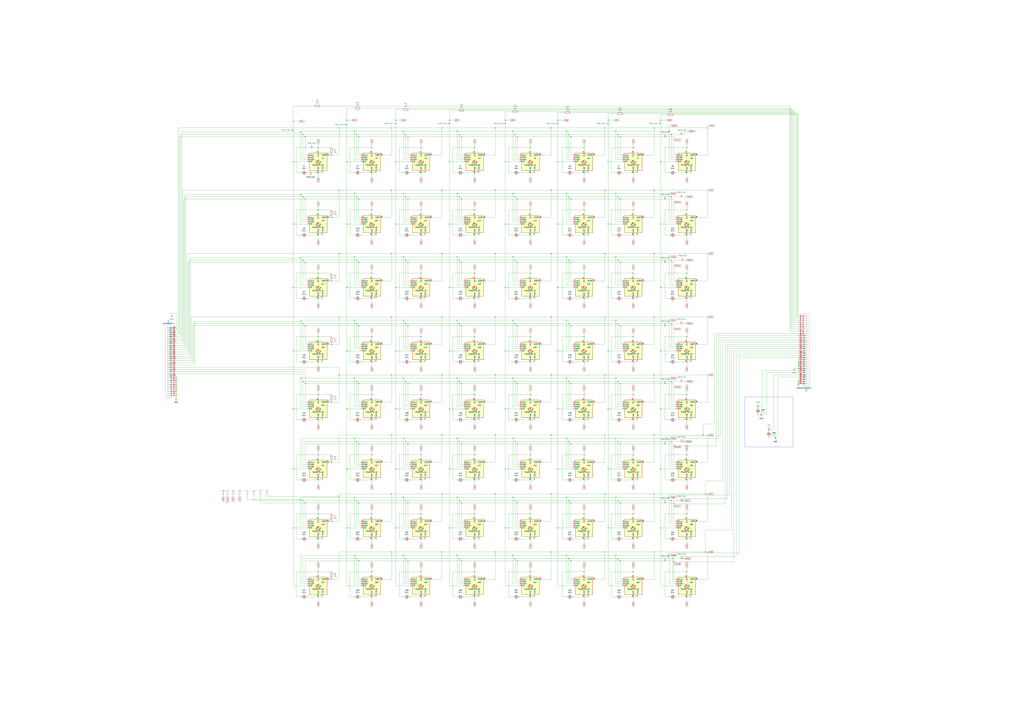
<source format=kicad_sch>
(kicad_sch (version 20231120) (generator "eeschema") (generator_version "8.0")
  (paper "A0")
  (lib_symbols
    (symbol "Connector:TestPoint" (pin_numbers hide) (pin_names (offset 0.762) hide)
      (property "Reference" "TP" (at 0 6.858 0))
      (property "Value" "TestPoint" (at 0 5.08 0))
      (symbol "TestPoint_1_1"
        (pin passive line (at 0 0 90) (length 2.54) (name "1") (number "1"))
      )
    )
    (symbol "Device:C" (pin_numbers hide) (pin_names (offset 0.254))
      (property "Reference" "C" (at 0.635 2.54 0))
      (property "Value" "C" (at 0.635 -2.54 0))
      (symbol "C_1_1"
        (pin passive line (at 0 3.81 270) (length 2.794) (name "~") (number "1"))
        (pin passive line (at 0 -3.81 90) (length 2.794) (name "~") (number "2"))
      )
    )
    (symbol "Device:R" (pin_numbers hide) (pin_names (offset 0))
      (property "Reference" "R" (at 2.032 0 90))
      (property "Value" "R" (at 0 0 90))
      (symbol "R_1_1"
        (pin passive line (at 0 3.81 270) (length 1.27) (name "~") (number "1"))
        (pin passive line (at 0 -3.81 90) (length 1.27) (name "~") (number "2"))
      )
    )
    (symbol "EDL:524353071" (pin_names (offset 0.254))
      (property "Reference" "J" (at 8.89 6.35 0))
      (property "Value" "524353071" (at 8.382 4.064 0))
      (symbol "524353071_1_1"
        (pin unspecified line (at 0 0 0) (length 5.08) (name "1") (number "1"))
        (pin unspecified line (at 0 -22.86 0) (length 5.08) (name "10") (number "10"))
        (pin unspecified line (at 0 -25.4 0) (length 5.08) (name "11") (number "11"))
        (pin unspecified line (at 0 -27.94 0) (length 5.08) (name "12") (number "12"))
        (pin unspecified line (at 0 -30.48 0) (length 5.08) (name "13") (number "13"))
        (pin unspecified line (at 0 -33.02 0) (length 5.08) (name "14") (number "14"))
        (pin unspecified line (at 0 -35.56 0) (length 5.08) (name "15") (number "15"))
        (pin unspecified line (at 0 -38.1 0) (length 5.08) (name "16") (number "16"))
        (pin unspecified line (at 0 -40.64 0) (length 5.08) (name "17") (number "17"))
        (pin unspecified line (at 0 -43.18 0) (length 5.08) (name "18") (number "18"))
        (pin unspecified line (at 0 -45.72 0) (length 5.08) (name "19") (number "19"))
        (pin unspecified line (at 0 -2.54 0) (length 5.08) (name "2") (number "2"))
        (pin unspecified line (at 0 -48.26 0) (length 5.08) (name "20") (number "20"))
        (pin unspecified line (at 0 -50.8 0) (length 5.08) (name "21") (number "21"))
        (pin unspecified line (at 0 -53.34 0) (length 5.08) (name "22") (number "22"))
        (pin unspecified line (at 0 -55.88 0) (length 5.08) (name "23") (number "23"))
        (pin unspecified line (at 0 -58.42 0) (length 5.08) (name "24") (number "24"))
        (pin unspecified line (at 0 -60.96 0) (length 5.08) (name "25") (number "25"))
        (pin unspecified line (at 0 -63.5 0) (length 5.08) (name "26") (number "26"))
        (pin unspecified line (at 0 -66.04 0) (length 5.08) (name "27") (number "27"))
        (pin unspecified line (at 0 -68.58 0) (length 5.08) (name "28") (number "28"))
        (pin unspecified line (at 0 -71.12 0) (length 5.08) (name "29") (number "29"))
        (pin unspecified line (at 0 -5.08 0) (length 5.08) (name "3") (number "3"))
        (pin unspecified line (at 0 -73.66 0) (length 5.08) (name "30") (number "30"))
        (pin unspecified line (at 0 -76.2 0) (length 5.08) (name "31") (number "31"))
        (pin unspecified line (at 0 -78.74 0) (length 5.08) (name "32") (number "32"))
        (pin unspecified line (at 0 -7.62 0) (length 5.08) (name "4") (number "4"))
        (pin unspecified line (at 0 -10.16 0) (length 5.08) (name "5") (number "5"))
        (pin unspecified line (at 0 -12.7 0) (length 5.08) (name "6") (number "6"))
        (pin unspecified line (at 0 -15.24 0) (length 5.08) (name "7") (number "7"))
        (pin unspecified line (at 0 -17.78 0) (length 5.08) (name "8") (number "8"))
        (pin unspecified line (at 0 -20.32 0) (length 5.08) (name "9") (number "9"))
      )
      (symbol "524353071_1_2"
        (pin unspecified line (at 0 0 0) (length 5.08) (name "1") (number "1"))
        (pin unspecified line (at 0 -22.86 0) (length 5.08) (name "10") (number "10"))
        (pin unspecified line (at 0 -25.4 0) (length 5.08) (name "11") (number "11"))
        (pin unspecified line (at 0 -27.94 0) (length 5.08) (name "12") (number "12"))
        (pin unspecified line (at 0 -30.48 0) (length 5.08) (name "13") (number "13"))
        (pin unspecified line (at 0 -33.02 0) (length 5.08) (name "14") (number "14"))
        (pin unspecified line (at 0 -35.56 0) (length 5.08) (name "15") (number "15"))
        (pin unspecified line (at 0 -38.1 0) (length 5.08) (name "16") (number "16"))
        (pin unspecified line (at 0 -40.64 0) (length 5.08) (name "17") (number "17"))
        (pin unspecified line (at 0 -43.18 0) (length 5.08) (name "18") (number "18"))
        (pin unspecified line (at 0 -45.72 0) (length 5.08) (name "19") (number "19"))
        (pin unspecified line (at 0 -2.54 0) (length 5.08) (name "2") (number "2"))
        (pin unspecified line (at 0 -48.26 0) (length 5.08) (name "20") (number "20"))
        (pin unspecified line (at 0 -50.8 0) (length 5.08) (name "21") (number "21"))
        (pin unspecified line (at 0 -53.34 0) (length 5.08) (name "22") (number "22"))
        (pin unspecified line (at 0 -55.88 0) (length 5.08) (name "23") (number "23"))
        (pin unspecified line (at 0 -58.42 0) (length 5.08) (name "24") (number "24"))
        (pin unspecified line (at 0 -60.96 0) (length 5.08) (name "25") (number "25"))
        (pin unspecified line (at 0 -63.5 0) (length 5.08) (name "26") (number "26"))
        (pin unspecified line (at 0 -66.04 0) (length 5.08) (name "27") (number "27"))
        (pin unspecified line (at 0 -68.58 0) (length 5.08) (name "28") (number "28"))
        (pin unspecified line (at 0 -71.12 0) (length 5.08) (name "29") (number "29"))
        (pin unspecified line (at 0 -5.08 0) (length 5.08) (name "3") (number "3"))
        (pin unspecified line (at 0 -73.66 0) (length 5.08) (name "30") (number "30"))
        (pin unspecified line (at 0 -7.62 0) (length 5.08) (name "4") (number "4"))
        (pin unspecified line (at 0 -10.16 0) (length 5.08) (name "5") (number "5"))
        (pin unspecified line (at 0 -12.7 0) (length 5.08) (name "6") (number "6"))
        (pin unspecified line (at 0 -15.24 0) (length 5.08) (name "7") (number "7"))
        (pin unspecified line (at 0 -17.78 0) (length 5.08) (name "8") (number "8"))
        (pin unspecified line (at 0 -20.32 0) (length 5.08) (name "9") (number "9"))
        (pin unspecified line (at 0 -76.2 0) (length 5.08) (name "P1") (number "P1"))
        (pin unspecified line (at 0 -78.74 0) (length 5.08) (name "P2") (number "P2"))
      )
    )
    (symbol "Sensor_Magnetic:TMAG5170-Q1"
      (property "Reference" "U" (at -2.54 13.335 0))
      (property "Value" "TMAG5170-Q1" (at -2.54 11.43 0))
      (symbol "TMAG5170-Q1_1_1"
        (pin input line (at -12.7 7.62 0) (length 2.54) (name "SCLK") (number "1"))
        (pin input line (at -12.7 5.08 0) (length 2.54) (name "MOSI") (number "2"))
        (pin output line (at -12.7 2.54 0) (length 2.54) (name "MISO") (number "3"))
        (pin input line (at -12.7 0 0) (length 2.54) (name "~{CS}") (number "4"))
        (pin power_in line (at 0 12.7 270) (length 2.54) (name "VCC") (number "5"))
        (pin power_in line (at 0 -12.7 90) (length 2.54) (name "GND") (number "6"))
        (pin passive line (at 5.08 -12.7 90) (length 2.54) (name "TEST") (number "7"))
        (pin bidirectional line (at 12.7 7.62 180) (length 2.54) (name "~{ALERT}") (number "8"))
      )
    )
    (symbol "power:GND" (power) (pin_numbers hide) (pin_names (offset 0) hide)
      (property "Value" "GND" (at 0 -3.81 0))
      (symbol "GND_1_1"
        (pin power_in line (at 0 0 270) (length 0) (name "~") (number "1"))
      )
    )
    (symbol "power:PWR_FLAG" (power) (pin_numbers hide) (pin_names (offset 0) hide)
      (property "Value" "PWR_FLAG" (at 0 3.81 0))
      (symbol "PWR_FLAG_0_0"
        (pin power_out line (at 0 0 90) (length 0) (name "~") (number "1"))
      )
    )
    (symbol "power:VCC" (power) (pin_numbers hide) (pin_names (offset 0) hide)
      (property "Value" "VCC" (at 0 3.556 0))
      (symbol "VCC_1_1"
        (pin power_in line (at 0 0 90) (length 0) (name "~") (number "1"))
      )
    )
  )
  (junction (at 349.25 580.39))
  (junction (at 702.31 435.61))
  (junction (at 779.78 581.66))
  (junction (at 735.33 557.53))
  (junction (at 473.71 378.46))
  (junction (at 720.09 515.62))
  (junction (at 204.47 449.58))
  (junction (at 402.59 187.96))
  (junction (at 678.18 596.9))
  (junction (at 702.31 641.35))
  (junction (at 521.97 187.96))
  (junction (at 431.8 243.84))
  (junction (at 767.08 544.83))
  (junction (at 600.71 158.75))
  (junction (at 735.33 420.37))
  (junction (at 735.33 693.42))
  (junction (at 767.08 260.35))
  (junction (at 791.21 228.6))
  (junction (at 354.33 378.46))
  (junction (at 797.56 557.53))
  (junction (at 720.09 304.8))
  (junction (at 662.94 378.46))
  (junction (at 521.97 474.98))
  (junction (at 468.63 509.27))
  (junction (at 735.33 243.84))
  (junction (at 615.95 528.32))
  (junction (at 600.71 515.62))
  (junction (at 459.74 407.67))
  (junction (at 431.8 557.53))
  (junction (at 521.97 544.83))
  (junction (at 351.79 581.66))
  (junction (at 615.95 273.05))
  (junction (at 535.94 304.8))
  (junction (at 779.78 513.08))
  (junction (at 369.57 626.11))
  (junction (at 598.17 302.26))
  (junction (at 575.31 641.35))
  (junction (at 586.74 143.51))
  (junction (at 816.61 505.46))
  (junction (at 533.4 228.6))
  (junction (at 551.18 391.16))
  (junction (at 706.12 187.96))
  (junction (at 791.21 581.66))
  (junction (at 767.08 613.41))
  (junction (at 797.56 664.21))
  (junction (at 533.4 648.97))
  (junction (at 431.8 346.71))
  (junction (at 473.71 651.51))
  (junction (at 793.75 513.08))
  (junction (at 530.86 577.85))
  (junction (at 468.63 298.45))
  (junction (at 530.86 439.42))
  (junction (at 781.05 648.97))
  (junction (at 647.7 260.35))
  (junction (at 586.74 334.01))
  (junction (at 782.32 518.16))
  (junction (at 767.08 334.01))
  (junction (at 513.08 368.3))
  (junction (at 473.71 584.2))
  (junction (at 340.36 334.01))
  (junction (at 204.47 459.74))
  (junction (at 595.63 439.42))
  (junction (at 454.66 435.61))
  (junction (at 369.57 243.84))
  (junction (at 797.56 596.9))
  (junction (at 586.74 613.41))
  (junction (at 595.63 577.85))
  (junction (at 702.31 294.64))
  (junction (at 416.56 584.2))
  (junction (at 349.25 299.72))
  (junction (at 678.18 528.32))
  (junction (at 468.63 152.4))
  (junction (at 735.33 528.32))
  (junction (at 551.18 626.11))
  (junction (at 640.08 368.3))
  (junction (at 530.86 372.11))
  (junction (at 351.79 302.26))
  (junction (at 535.94 231.14))
  (junction (at 927.1 425.45))
  (junction (at 662.94 445.77))
  (junction (at 782.32 652.78))
  (junction (at 735.33 317.5))
  (junction (at 551.18 346.71))
  (junction (at 354.33 304.8))
  (junction (at 551.18 420.37))
  (junction (at 414.02 443.23))
  (junction (at 488.95 596.9))
  (junction (at 797.56 487.68))
  (junction (at 533.4 302.26))
  (junction (at 454.66 505.46))
  (junction (at 640.08 294.64))
  (junction (at 533.4 375.92))
  (junction (at 551.18 487.68))
  (junction (at 797.56 273.05))
  (junction (at 488.95 391.16))
  (junction (at 600.71 378.46))
  (junction (at 431.8 626.11))
  (junction (at 369.57 171.45))
  (junction (at 640.08 505.46))
  (junction (at 459.74 143.51))
  (junction (at 660.4 443.23))
  (junction (at 431.8 596.9))
  (junction (at 471.17 156.21))
  (junction (at 551.18 664.21))
  (junction (at 459.74 260.35))
  (junction (at 530.86 152.4))
  (junction (at 706.12 260.35))
  (junction (at 431.8 391.16))
  (junction (at 772.16 231.14))
  (junction (at 384.81 605.79))
  (junction (at 411.48 645.16))
  (junction (at 586.74 139.7))
  (junction (at 414.02 581.66))
  (junction (at 702.31 574.04))
  (junction (at 402.59 544.83))
  (junction (at 717.55 443.23))
  (junction (at 678.18 171.45))
  (junction (at 488.95 273.05))
  (junction (at 551.18 317.5))
  (junction (at 471.17 648.97))
  (junction (at 678.18 626.11))
  (junction (at 640.08 148.59))
  (junction (at 513.08 435.61))
  (junction (at 715.01 509.27))
  (junction (at 615.95 458.47))
  (junction (at 513.08 294.64))
  (junction (at 715.01 439.42))
  (junction (at 473.71 515.62))
  (junction (at 720.09 584.2))
  (junction (at 678.18 487.68))
  (junction (at 471.17 581.66))
  (junction (at 586.74 407.67))
  (junction (at 706.12 407.67))
  (junction (at 927.1 445.77))
  (junction (at 369.57 391.16))
  (junction (at 662.94 158.75))
  (junction (at 927.1 420.37))
  (junction (at 349.25 373.38))
  (junction (at 797.56 171.45))
  (junction (at 598.17 581.66))
  (junction (at 715.01 224.79))
  (junction (at 488.95 243.84))
  (junction (at 702.31 368.3))
  (junction (at 551.18 243.84))
  (junction (at 351.79 375.92))
  (junction (at 775.97 645.16))
  (junction (at 416.56 378.46))
  (junction (at 369.57 458.47))
  (junction (at 416.56 231.14))
  (junction (at 414.02 228.6))
  (junction (at 431.8 317.5))
  (junction (at 204.47 444.5))
  (junction (at 759.46 148.59))
  (junction (at 340.36 474.98))
  (junction (at 772.16 515.62))
  (junction (at 600.71 445.77))
  (junction (at 340.36 140.97))
  (junction (at 535.94 515.62))
  (junction (at 459.74 613.41))
  (junction (at 647.7 613.41))
  (junction (at 535.94 378.46))
  (junction (at 416.56 445.77))
  (junction (at 678.18 273.05))
  (junction (at 735.33 487.68))
  (junction (at 340.36 260.35))
  (junction (at 459.74 139.7))
  (junction (at 819.15 574.04))
  (junction (at 717.55 513.08))
  (junction (at 414.02 513.08))
  (junction (at 530.86 224.79))
  (junction (at 759.46 641.35))
  (junction (at 351.79 228.6))
  (junction (at 488.95 346.71))
  (junction (at 513.08 641.35))
  (junction (at 551.18 528.32))
  (junction (at 369.57 317.5))
  (junction (at 717.55 648.97))
  (junction (at 204.47 452.12))
  (junction (at 361.95 171.45))
  (junction (at 393.7 148.59))
  (junction (at 431.8 487.68))
  (junction (at 678.18 391.16))
  (junction (at 715.01 372.11))
  (junction (at 720.09 445.77))
  (junction (at 598.17 648.97))
  (junction (at 471.17 443.23))
  (junction (at 414.02 302.26))
  (junction (at 772.16 304.8))
  (junction (at 369.57 273.05))
  (junction (at 393.7 576.58))
  (junction (at 351.79 156.21))
  (junction (at 340.36 544.83))
  (junction (at 759.46 368.3))
  (junction (at 706.12 474.98))
  (junction (at 535.94 584.2))
  (junction (at 660.4 581.66))
  (junction (at 402.59 260.35))
  (junction (at 513.08 505.46))
  (junction (at 595.63 509.27))
  (junction (at 678.18 200.66))
  (junction (at 717.55 581.66))
  (junction (at 488.95 317.5))
  (junction (at 706.12 143.51))
  (junction (at 767.08 474.98))
  (junction (at 393.7 435.61))
  (junction (at 393.7 368.3))
  (junction (at 551.18 200.66))
  (junction (at 204.47 381))
  (junction (at 759.46 294.64))
  (junction (at 660.4 648.97))
  (junction (at 533.4 581.66))
  (junction (at 615.95 171.45))
  (junction (at 471.17 302.26))
  (junction (at 657.86 577.85))
  (junction (at 678.18 243.84))
  (junction (at 819.15 641.35))
  (junction (at 678.18 664.21))
  (junction (at 927.1 422.91))
  (junction (at 204.47 441.96))
  (junction (at 767.08 407.67))
  (junction (at 488.95 487.68))
  (junction (at 575.31 435.61))
  (junction (at 595.63 372.11))
  (junction (at 797.56 626.11))
  (junction (at 586.74 474.98))
  (junction (at 369.57 596.9))
  (junction (at 349.25 226.06))
  (junction (at 411.48 577.85))
  (junction (at 647.7 544.83))
  (junction (at 792.48 581.66))
  (junction (at 791.21 443.23))
  (junction (at 369.57 557.53))
  (junction (at 792.48 648.97))
  (junction (at 393.7 294.64))
  (junction (at 349.25 153.67))
  (junction (at 369.57 200.66))
  (junction (at 551.18 693.42))
  (junction (at 640.08 641.35))
  (junction (at 369.57 664.21))
  (junction (at 488.95 626.11))
  (junction (at 717.55 156.21))
  (junction (at 521.97 143.51))
  (junction (at 767.08 143.51))
  (junction (at 369.57 487.68))
  (junction (at 454.66 148.59))
  (junction (at 720.09 158.75))
  (junction (at 759.46 220.98))
  (junction (at 416.56 304.8))
  (junction (at 575.31 148.59))
  (junction (at 204.47 454.66))
  (junction (at 657.86 439.42))
  (junction (at 384.81 252.73))
  (junction (at 454.66 220.98))
  (junction (at 772.16 584.2))
  (junction (at 759.46 574.04))
  (junction (at 349.25 439.42))
  (junction (at 431.8 171.45))
  (junction (at 454.66 574.04))
  (junction (at 797.56 391.16))
  (junction (at 797.56 200.66))
  (junction (at 615.95 557.53))
  (junction (at 586.74 187.96))
  (junction (at 402.59 474.98))
  (junction (at 615.95 693.42))
  (junction (at 414.02 156.21))
  (junction (at 657.86 298.45))
  (junction (at 598.17 375.92))
  (junction (at 384.81 326.39))
  (junction (at 535.94 158.75))
  (junction (at 551.18 557.53))
  (junction (at 598.17 443.23))
  (junction (at 892.81 499.11))
  (junction (at 660.4 156.21))
  (junction (at 521.97 613.41))
  (junction (at 468.63 577.85))
  (junction (at 600.71 304.8))
  (junction (at 402.59 144.78))
  (junction (at 488.95 420.37))
  (junction (at 521.97 260.35))
  (junction (at 402.59 613.41))
  (junction (at 513.08 574.04))
  (junction (at 586.74 260.35))
  (junction (at 615.95 664.21))
  (junction (at 521.97 139.7))
  (junction (at 657.86 152.4))
  (junction (at 488.95 557.53))
  (junction (at 411.48 509.27))
  (junction (at 662.94 651.51))
  (junction (at 411.48 372.11))
  (junction (at 473.71 158.75))
  (junction (at 468.63 439.42))
  (junction (at 759.46 505.46))
  (junction (at 340.36 187.96))
  (junction (at 615.95 596.9))
  (junction (at 535.94 651.51))
  (junction (at 678.18 346.71))
  (junction (at 431.8 458.47))
  (junction (at 662.94 304.8))
  (junction (at 471.17 513.08))
  (junction (at 595.63 645.16))
  (junction (at 678.18 693.42))
  (junction (at 535.94 445.77))
  (junction (at 204.47 447.04))
  (junction (at 720.09 651.51))
  (junction (at 615.95 487.68))
  (junction (at 735.33 626.11))
  (junction (at 706.12 544.83))
  (junction (at 883.92 481.33))
  (junction (at 797.56 317.5))
  (junction (at 575.31 368.3))
  (junction (at 513.08 148.59))
  (junction (at 702.31 220.98))
  (junction (at 459.74 334.01))
  (junction (at 600.71 231.14))
  (junction (at 772.16 158.75))
  (junction (at 797.56 346.71))
  (junction (at 720.09 378.46))
  (junction (at 575.31 294.64))
  (junction (at 204.47 457.2))
  (junction (at 772.16 651.51))
  (junction (at 779.78 228.6))
  (junction (at 384.81 400.05))
  (junction (at 821.69 148.59))
  (junction (at 411.48 439.42))
  (junction (at 471.17 375.92))
  (junction (at 471.17 228.6))
  (junction (at 459.74 474.98))
  (junction (at 600.71 584.2))
  (junction (at 735.33 391.16))
  (junction (at 354.33 231.14))
  (junction (at 647.7 474.98))
  (junction (at 402.59 334.01))
  (junction (at 402.59 407.67))
  (junction (at 411.48 224.79))
  (junction (at 797.56 243.84))
  (junction (at 411.48 152.4))
  (junction (at 454.66 641.35))
  (junction (at 772.16 378.46))
  (junction (at 468.63 645.16))
  (junction (at 779.78 443.23))
  (junction (at 662.94 584.2))
  (junction (at 521.97 407.67))
  (junction (at 369.57 346.71))
  (junction (at 468.63 224.79))
  (junction (at 657.86 645.16))
  (junction (at 735.33 664.21))
  (junction (at 459.74 187.96))
  (junction (at 513.08 220.98))
  (junction (at 473.71 304.8))
  (junction (at 411.48 298.45))
  (junction (at 615.95 346.71))
  (junction (at 791.21 156.21))
  (junction (at 473.71 231.14))
  (junction (at 488.95 171.45))
  (junction (at 702.31 505.46))
  (junction (at 660.4 302.26))
  (junction (at 521.97 334.01))
  (junction (at 586.74 544.83))
  (junction (at 598.17 513.08))
  (junction (at 797.56 420.37))
  (junction (at 880.11 472.44))
  (junction (at 402.59 139.7))
  (junction (at 735.33 458.47))
  (junction (at 772.16 445.77))
  (junction (at 416.56 158.75))
  (junction (at 360.68 200.66))
  (junction (at 354.33 158.75))
  (junction (at 717.55 302.26))
  (junction (at 791.21 375.92))
  (junction (at 595.63 298.45))
  (junction (at 647.7 334.01))
  (junction (at 431.8 200.66))
  (junction (at 657.86 372.11))
  (junction (at 779.78 375.92))
  (junction (at 488.95 528.32))
  (junction (at 706.12 334.01))
  (junction (at 340.36 151.13))
  (junction (at 416.56 651.51))
  (junction (at 454.66 368.3))
  (junction (at 927.1 427.99))
  (junction (at 416.56 515.62))
  (junction (at 640.08 435.61))
  (junction (at 431.8 528.32))
  (junction (at 533.4 513.08))
  (junction (at 533.4 156.21))
  (junction (at 598.17 228.6))
  (junction (at 488.95 458.47))
  (junction (at 384.81 537.21))
  (junction (at 791.21 648.97))
  (junction (at 468.63 372.11))
  (junction (at 459.74 544.83))
  (junction (at 662.94 231.14))
  (junction (at 615.95 317.5))
  (junction (at 551.18 458.47))
  (junction (at 369.57 528.32))
  (junction (at 647.7 407.67))
  (junction (at 715.01 577.85))
  (junction (at 678.18 317.5))
  (junction (at 647.7 139.7))
  (junction (at 431.8 664.21))
  (junction (at 615.95 420.37))
  (junction (at 797.56 458.47))
  (junction (at 575.31 220.98))
  (junction (at 735.33 200.66))
  (junction (at 647.7 187.96))
  (junction (at 706.12 613.41))
  (junction (at 414.02 648.97))
  (junction (at 615.95 243.84))
  (junction (at 595.63 152.4))
  (junction (at 204.47 439.42))
  (junction (at 488.95 664.21))
  (junction (at 662.94 515.62))
  (junction (at 551.18 273.05))
  (junction (at 575.31 574.04))
  (junction (at 767.08 187.96))
  (junction (at 720.09 231.14))
  (junction (at 678.18 420.37))
  (junction (at 354.33 445.77))
  (junction (at 340.36 407.67))
  (junction (at 575.31 505.46))
  (junction (at 660.4 513.08))
  (junction (at 657.86 224.79))
  (junction (at 533.4 443.23))
  (junction (at 393.7 220.98))
  (junction (at 598.17 156.21))
  (junction (at 414.02 375.92))
  (junction (at 488.95 693.42))
  (junction (at 530.86 298.45))
  (junction (at 354.33 584.2))
  (junction (at 773.43 509.27))
  (junction (at 792.48 302.26))
  (junction (at 715.01 645.16))
  (junction (at 767.08 139.7))
  (junction (at 735.33 346.71))
  (junction (at 777.24 152.4))
  (junction (at 660.4 375.92))
  (junction (at 735.33 596.9))
  (junction (at 715.01 152.4))
  (junction (at 595.63 224.79))
  (junction (at 715.01 298.45))
  (junction (at 797.56 693.42))
  (junction (at 717.55 375.92))
  (junction (at 615.95 626.11))
  (junction (at 797.56 528.32))
  (junction (at 384.81 673.1))
  (junction (at 600.71 651.51))
  (junction (at 340.36 613.41))
  (junction (at 551.18 596.9))
  (junction (at 782.32 585.47))
  (junction (at 530.86 509.27))
  (junction (at 779.78 302.26))
  (junction (at 431.8 420.37))
  (junction (at 735.33 273.05))
  (junction (at 351.79 443.23))
  (junction (at 647.7 143.51))
  (junction (at 384.81 180.34))
  (junction (at 678.18 557.53))
  (junction (at 473.71 445.77))
  (junction (at 640.08 220.98))
  (junction (at 717.55 228.6))
  (junction (at 615.95 391.16))
  (junction (at 779.78 156.21))
  (junction (at 678.18 458.47))
  (junction (at 488.95 200.66))
  (junction (at 702.31 148.59))
  (junction (at 384.81 467.36))
  (junction (at 791.21 513.08))
  (junction (at 369.57 693.42))
  (junction (at 369.57 420.37))
  (junction (at 431.8 273.05))
  (junction (at 735.33 171.45))
  (junction (at 657.86 509.27))
  (junction (at 431.8 693.42))
  (junction (at 530.86 645.16))
  (junction (at 900.43 508))
  (junction (at 775.97 577.85))
  (junction (at 454.66 294.64))
  (junction (at 615.95 200.66))
  (junction (at 640.08 574.04))
  (junction (at 660.4 228.6))
  (junction (at 927.1 443.23))
  (junction (at 551.18 171.45))
  (junction (at 706.12 139.7))
  (junction (at 759.46 435.61))
  (wire (pts (xy 759.46 326.39) (xy 759.46 294.64)))
  (wire (pts (xy 414.02 156.21) (xy 471.17 156.21)))
  (wire (pts (xy 678.18 167.64) (xy 678.18 171.45)))
  (wire (pts (xy 411.48 185.42) (xy 419.1 185.42)))
  (wire (pts (xy 535.94 326.39) (xy 535.94 304.8)))
  (wire (pts (xy 351.79 513.08) (xy 414.02 513.08)))
  (wire (pts (xy 525.78 596.9) (xy 525.78 626.11)))
  (wire (pts (xy 344.17 664.21) (xy 344.17 693.42)))
  (wire (pts (xy 927.1 443.23) (xy 927.1 445.77)))
  (wire (pts (xy 538.48 273.05) (xy 551.18 273.05)))
  (wire (pts (xy 647.7 407.67) (xy 647.7 474.98)))
  (wire (pts (xy 533.4 402.59) (xy 533.4 375.92)))
  (wire (pts (xy 431.8 420.37) (xy 431.8 425.45)))
  (wire (pts (xy 665.48 605.79) (xy 662.94 605.79)))
  (wire (pts (xy 735.33 273.05) (xy 735.33 278.13)))
  (wire (pts (xy 538.48 346.71) (xy 551.18 346.71)))
  (wire (pts (xy 356.87 542.29) (xy 349.25 542.29)))
  (wire (pts (xy 525.78 391.16) (xy 525.78 420.37)))
  (wire (pts (xy 344.17 317.5) (xy 369.57 317.5)))
  (wire (pts (xy 892.81 499.11) (xy 892.81 500.38)))
  (wire (pts (xy 215.9 226.06) (xy 215.9 403.86)))
  (wire (pts (xy 595.63 542.29) (xy 603.25 542.29)))
  (wire (pts (xy 715.01 372.11) (xy 715.01 405.13)))
  (wire (pts (xy 551.18 626.11) (xy 551.18 631.19)))
  (wire (pts (xy 551.18 317.5) (xy 551.18 321.31)))
  (wire (pts (xy 772.16 158.75) (xy 782.32 158.75)))
  (wire (pts (xy 351.79 675.64) (xy 351.79 648.97)))
  (wire (pts (xy 784.86 328.93) (xy 779.78 328.93)))
  (wire (pts (xy 513.08 574.04) (xy 575.31 574.04)))
  (wire (pts (xy 715.01 224.79) (xy 777.24 224.79)))
  (wire (pts (xy 600.71 378.46) (xy 662.94 378.46)))
  (wire (pts (xy 551.18 693.42) (xy 556.26 693.42)))
  (wire (pts (xy 782.32 304.8) (xy 782.32 326.39)))
  (wire (pts (xy 603.25 273.05) (xy 615.95 273.05)))
  (wire (pts (xy 810.26 673.1) (xy 821.69 673.1)))
  (wire (pts (xy 784.86 182.88) (xy 779.78 182.88)))
  (wire (pts (xy 652.78 557.53) (xy 657.86 557.53)))
  (wire (pts (xy 369.57 273.05) (xy 374.65 273.05)))
  (wire (pts (xy 538.48 187.96) (xy 521.97 187.96)))
  (wire (pts (xy 735.33 387.35) (xy 735.33 391.16)))
  (wire (pts (xy 538.48 608.33) (xy 533.4 608.33)))
  (wire (pts (xy 660.4 539.75) (xy 660.4 513.08)))
  (wire (pts (xy 488.95 557.53) (xy 488.95 562.61)))
  (wire (pts (xy 402.59 260.35) (xy 402.59 334.01)))
  (wire (pts (xy 598.17 608.33) (xy 598.17 581.66)))
  (wire (pts (xy 384.81 179.07) (xy 384.81 180.34)))
  (wire (pts (xy 349.25 439.42) (xy 411.48 439.42)))
  (wire (pts (xy 356.87 326.39) (xy 354.33 326.39)))
  (wire (pts (xy 678.18 240.03) (xy 678.18 243.84)))
  (wire (pts (xy 454.66 148.59) (xy 513.08 148.59)))
  (wire (pts (xy 384.81 180.34) (xy 382.27 180.34)))
  (wire (pts (xy 356.87 180.34) (xy 354.33 180.34)))
  (wire (pts (xy 702.31 368.3) (xy 759.46 368.3)))
  (wire (pts (xy 551.18 626.11) (xy 556.26 626.11)))
  (wire (pts (xy 419.1 200.66) (xy 431.8 200.66)))
  (wire (pts (xy 488.95 200.66) (xy 494.03 200.66)))
  (wire (pts (xy 640.08 252.73) (xy 640.08 220.98)))
  (wire (pts (xy 821.69 505.46) (xy 821.69 537.21)))
  (wire (pts (xy 356.87 346.71) (xy 369.57 346.71)))
  (wire (pts (xy 819.15 641.35) (xy 819.15 615.95)))
  (wire (pts (xy 920.75 377.19) (xy 927.1 377.19)))
  (wire (pts (xy 414.02 675.64) (xy 414.02 648.97)))
  (wire (pts (xy 590.55 458.47) (xy 590.55 487.68)))
  (wire (pts (xy 615.95 346.71) (xy 615.95 351.79)))
  (wire (pts (xy 563.88 252.73) (xy 575.31 252.73)))
  (wire (pts (xy 810.26 400.05) (xy 821.69 400.05)))
  (wire (pts (xy 476.25 255.27) (xy 471.17 255.27)))
  (wire (pts (xy 459.74 127) (xy 467.36 127)))
  (wire (pts (xy 647.7 613.41) (xy 647.7 680.72)))
  (wire (pts (xy 406.4 317.5) (xy 431.8 317.5)))
  (wire (pts (xy 393.7 180.34) (xy 393.7 148.59)))
  (wire (pts (xy 735.33 346.71) (xy 735.33 351.79)))
  (wire (pts (xy 431.8 593.09) (xy 431.8 596.9)))
  (wire (pts (xy 533.4 513.08) (xy 598.17 513.08)))
  (wire (pts (xy 349.25 226.06) (xy 215.9 226.06)))
  (wire (pts (xy 720.09 515.62) (xy 772.16 515.62)))
  (wire (pts (xy 530.86 257.81) (xy 538.48 257.81)))
  (wire (pts (xy 657.86 224.79) (xy 715.01 224.79)))
  (wire (pts (xy 459.74 260.35) (xy 459.74 334.01)))
  (wire (pts (xy 603.25 255.27) (xy 598.17 255.27)))
  (wire (pts (xy 657.86 405.13) (xy 665.48 405.13)))
  (wire (pts (xy 431.8 693.42) (xy 431.8 698.5)))
  (wire (pts (xy 525.78 664.21) (xy 525.78 693.42)))
  (wire (pts (xy 652.78 346.71) (xy 657.86 346.71)))
  (wire (pts (xy 849.63 615.95) (xy 849.63 407.67)))
  (wire (pts (xy 839.47 558.8) (xy 839.47 397.51)))
  (wire (pts (xy 476.25 557.53) (xy 488.95 557.53)))
  (wire (pts (xy 463.55 200.66) (xy 468.63 200.66)))
  (wire (pts (xy 488.95 693.42) (xy 488.95 698.5)))
  (wire (pts (xy 897.89 499.11) (xy 892.81 499.11)))
  (wire (pts (xy 767.08 187.96) (xy 767.08 260.35)))
  (wire (pts (xy 590.55 391.16) (xy 615.95 391.16)))
  (wire (pts (xy 393.7 574.04) (xy 454.66 574.04)))
  (wire (pts (xy 551.18 557.53) (xy 556.26 557.53)))
  (wire (pts (xy 767.08 334.01) (xy 784.86 334.01)))
  (wire (pts (xy 402.59 139.7) (xy 402.59 125.73)))
  (wire (pts (xy 657.86 152.4) (xy 715.01 152.4)))
  (wire (pts (xy 777.24 257.81) (xy 784.86 257.81)))
  (wire (pts (xy 767.08 680.72) (xy 784.86 680.72)))
  (wire (pts (xy 463.55 391.16) (xy 463.55 420.37)))
  (wire (pts (xy 628.65 605.79) (xy 640.08 605.79)))
  (wire (pts (xy 575.31 641.35) (xy 640.08 641.35)))
  (wire (pts (xy 488.95 346.71) (xy 494.03 346.71)))
  (wire (pts (xy 402.59 260.35) (xy 419.1 260.35)))
  (wire (pts (xy 344.17 596.9) (xy 369.57 596.9)))
  (wire (pts (xy 468.63 542.29) (xy 468.63 509.27)))
  (wire (pts (xy 615.95 487.68) (xy 621.03 487.68)))
  (wire (pts (xy 702.31 180.34) (xy 702.31 148.59)))
  (wire (pts (xy 615.95 200.66) (xy 615.95 205.74)))
  (wire (pts (xy 615.95 693.42) (xy 621.03 693.42)))
  (wire (pts (xy 829.31 387.35) (xy 927.1 387.35)))
  (wire (pts (xy 419.1 180.34) (xy 416.56 180.34)))
  (wire (pts (xy 488.95 346.71) (xy 488.95 351.79)))
  (wire (pts (xy 406.4 458.47) (xy 406.4 487.68)))
  (wire (pts (xy 678.18 317.5) (xy 678.18 321.31)))
  (wire (pts (xy 473.71 605.79) (xy 473.71 584.2)))
  (wire (pts (xy 678.18 557.53) (xy 683.26 557.53)))
  (wire (pts (xy 662.94 304.8) (xy 720.09 304.8)))
  (wire (pts (xy 722.63 187.96) (xy 706.12 187.96)))
  (wire (pts (xy 590.55 458.47) (xy 615.95 458.47)))
  (wire (pts (xy 468.63 610.87) (xy 476.25 610.87)))
  (wire (pts (xy 640.08 574.04) (xy 702.31 574.04)))
  (wire (pts (xy 662.94 605.79) (xy 662.94 584.2)))
  (wire (pts (xy 722.63 400.05) (xy 720.09 400.05)))
  (wire (pts (xy 513.08 605.79) (xy 513.08 574.04)))
  (wire (pts (xy 521.97 260.35) (xy 538.48 260.35)))
  (wire (pts (xy 706.12 544.83) (xy 706.12 613.41)))
  (wire (pts (xy 759.46 220.98) (xy 821.69 220.98)))
  (wire (pts (xy 476.25 402.59) (xy 471.17 402.59)))
  (wire (pts (xy 759.46 294.64) (xy 821.69 294.64)))
  (wire (pts (xy 782.32 515.62) (xy 782.32 518.16)))
  (wire (pts (xy 463.55 346.71) (xy 468.63 346.71)))
  (wire (pts (xy 463.55 528.32) (xy 488.95 528.32)))
  (wire (pts (xy 488.95 487.68) (xy 488.95 492.76)))
  (wire (pts (xy 419.1 346.71) (xy 431.8 346.71)))
  (wire (pts (xy 384.81 180.34) (xy 393.7 180.34)))
  (wire (pts (xy 406.4 528.32) (xy 406.4 557.53)))
  (wire (pts (xy 647.7 334.01) (xy 665.48 334.01)))
  (wire (pts (xy 678.18 273.05) (xy 678.18 278.13)))
  (wire (pts (xy 709.93 171.45) (xy 709.93 200.66)))
  (wire (pts (xy 595.63 509.27) (xy 595.63 542.29)))
  (wire (pts (xy 406.4 243.84) (xy 406.4 273.05)))
  (wire (pts (xy 897.89 435.61) (xy 927.1 435.61)))
  (wire (pts (xy 792.48 646.43) (xy 854.71 646.43)))
  (wire (pts (xy 595.63 331.47) (xy 603.25 331.47)))
  (wire (pts (xy 431.8 240.03) (xy 431.8 243.84)))
  (wire (pts (xy 473.71 515.62) (xy 535.94 515.62)))
  (wire (pts (xy 652.78 171.45) (xy 678.18 171.45)))
  (wire (pts (xy 344.17 458.47) (xy 344.17 487.68)))
  (wire (pts (xy 709.93 528.32) (xy 709.93 557.53)))
  (wire (pts (xy 767.08 474.98) (xy 767.08 544.83)))
  (wire (pts (xy 615.95 454.66) (xy 615.95 458.47)))
  (wire (pts (xy 471.17 443.23) (xy 533.4 443.23)))
  (wire (pts (xy 831.85 389.89) (xy 927.1 389.89)))
  (wire (pts (xy 525.78 171.45) (xy 525.78 200.66)))
  (wire (pts (xy 476.25 539.75) (xy 471.17 539.75)))
  (wire (pts (xy 344.17 391.16) (xy 369.57 391.16)))
  (wire (pts (xy 665.48 469.9) (xy 660.4 469.9)))
  (wire (pts (xy 690.88 673.1) (xy 702.31 673.1)))
  (wire (pts (xy 471.17 228.6) (xy 533.4 228.6)))
  (wire (pts (xy 722.63 675.64) (xy 717.55 675.64)))
  (wire (pts (xy 598.17 156.21) (xy 660.4 156.21)))
  (wire (pts (xy 819.15 574.04) (xy 819.15 558.8)))
  (wire (pts (xy 775.97 575.31) (xy 775.97 577.85)))
  (wire (pts (xy 784.86 626.11) (xy 797.56 626.11)))
  (wire (pts (xy 525.78 171.45) (xy 551.18 171.45)))
  (wire (pts (xy 575.31 505.46) (xy 640.08 505.46)))
  (wire (pts (xy 810.26 252.73) (xy 821.69 252.73)))
  (wire (pts (xy 354.33 515.62) (xy 416.56 515.62)))
  (wire (pts (xy 459.74 613.41) (xy 476.25 613.41)))
  (wire (pts (xy 595.63 224.79) (xy 595.63 257.81)))
  (wire (pts (xy 797.56 593.09) (xy 797.56 596.9)))
  (wire (pts (xy 414.02 182.88) (xy 414.02 156.21)))
  (wire (pts (xy 781.05 675.64) (xy 784.86 675.64)))
  (wire (pts (xy 652.78 458.47) (xy 678.18 458.47)))
  (wire (pts (xy 706.12 260.35) (xy 722.63 260.35)))
  (wire (pts (xy 287.02 580.39) (xy 287.02 576.58)))
  (wire (pts (xy 595.63 257.81) (xy 603.25 257.81)))
  (wire (pts (xy 601.98 129.54) (xy 922.02 129.54)))
  (wire (pts (xy 501.65 326.39) (xy 513.08 326.39)))
  (wire (pts (xy 406.4 664.21) (xy 431.8 664.21)))
  (wire (pts (xy 459.74 187.96) (xy 459.74 143.51)))
  (wire (pts (xy 702.31 605.79) (xy 702.31 574.04)))
  (wire (pts (xy 657.86 439.42) (xy 657.86 472.44)))
  (wire (pts (xy 709.93 664.21) (xy 709.93 693.42)))
  (wire (pts (xy 344.17 487.68) (xy 349.25 487.68)))
  (wire (pts (xy 927.1 425.45) (xy 927.1 427.99)))
  (wire (pts (xy 354.33 651.51) (xy 416.56 651.51)))
  (wire (pts (xy 647.7 187.96) (xy 647.7 260.35)))
  (wire (pts (xy 208.28 158.75) (xy 208.28 388.62)))
  (wire (pts (xy 349.25 580.39) (xy 287.02 580.39)))
  (wire (pts (xy 652.78 596.9) (xy 678.18 596.9)))
  (wire (pts (xy 349.25 678.18) (xy 349.25 645.16)))
  (wire (pts (xy 702.31 641.35) (xy 759.46 641.35)))
  (wire (pts (xy 521.97 407.67) (xy 521.97 474.98)))
  (wire (pts (xy 706.12 139.7) (xy 706.12 132.08)))
  (wire (pts (xy 344.17 626.11) (xy 349.25 626.11)))
  (wire (pts (xy 615.95 664.21) (xy 615.95 668.02)))
  (wire (pts (xy 777.24 298.45) (xy 777.24 331.47)))
  (wire (pts (xy 720.09 584.2) (xy 772.16 584.2)))
  (wire (pts (xy 563.88 537.21) (xy 575.31 537.21)))
  (wire (pts (xy 647.7 130.81) (xy 655.32 130.81)))
  (wire (pts (xy 351.79 375.92) (xy 224.79 375.92)))
  (wire (pts (xy 471.17 402.59) (xy 471.17 375.92)))
  (wire (pts (xy 748.03 537.21) (xy 759.46 537.21)))
  (wire (pts (xy 590.55 317.5) (xy 615.95 317.5)))
  (wire (pts (xy 431.8 200.66) (xy 431.8 205.74)))
  (wire (pts (xy 795.02 152.4) (xy 798.83 152.4)))
  (wire (pts (xy 354.33 673.1) (xy 354.33 651.51)))
  (wire (pts (xy 797.56 420.37) (xy 797.56 425.45)))
  (wire (pts (xy 854.71 412.75) (xy 927.1 412.75)))
  (wire (pts (xy 919.48 379.73) (xy 927.1 379.73)))
  (wire (pts (xy 819.15 574.04) (xy 821.69 574.04)))
  (wire (pts (xy 816.61 505.46) (xy 816.61 492.76)))
  (wire (pts (xy 892.81 508) (xy 900.43 508)))
  (wire (pts (xy 476.25 467.36) (xy 473.71 467.36)))
  (wire (pts (xy 772.16 458.47) (xy 772.16 487.68)))
  (wire (pts (xy 640.08 180.34) (xy 640.08 148.59)))
  (wire (pts (xy 735.33 420.37) (xy 735.33 425.45)))
  (wire (pts (xy 748.03 467.36) (xy 759.46 467.36)))
  (wire (pts (xy 660.4 608.33) (xy 660.4 581.66)))
  (wire (pts (xy 678.18 387.35) (xy 678.18 391.16)))
  (wire (pts (xy 665.48 182.88) (xy 660.4 182.88)))
  (wire (pts (xy 793.75 509.27) (xy 834.39 509.27)))
  (wire (pts (xy 208.28 388.62) (xy 204.47 388.62)))
  (wire (pts (xy 628.65 252.73) (xy 640.08 252.73)))
  (wire (pts (xy 784.86 346.71) (xy 797.56 346.71)))
  (wire (pts (xy 468.63 472.44) (xy 476.25 472.44)))
  (wire (pts (xy 459.74 334.01) (xy 459.74 407.67)))
  (wire (pts (xy 717.55 513.08) (xy 779.78 513.08)))
  (wire (pts (xy 419.1 537.21) (xy 416.56 537.21)))
  (wire (pts (xy 657.86 257.81) (xy 665.48 257.81)))
  (wire (pts (xy 369.57 524.51) (xy 369.57 528.32)))
  (wire (pts (xy 782.32 537.21) (xy 784.86 537.21)))
  (wire (pts (xy 356.87 610.87) (xy 349.25 610.87)))
  (wire (pts (xy 759.46 400.05) (xy 759.46 368.3)))
  (wire (pts (xy 715.01 678.18) (xy 722.63 678.18)))
  (wire (pts (xy 406.4 317.5) (xy 406.4 346.71)))
  (wire (pts (xy 454.66 400.05) (xy 454.66 368.3)))
  (wire (pts (xy 535.94 304.8) (xy 600.71 304.8)))
  (wire (pts (xy 715.01 509.27) (xy 715.01 542.29)))
  (wire (pts (xy 715.01 610.87) (xy 722.63 610.87)))
  (wire (pts (xy 349.25 331.47) (xy 349.25 299.72)))
  (wire (pts (xy 538.48 420.37) (xy 551.18 420.37)))
  (wire (pts (xy 369.57 487.68) (xy 374.65 487.68)))
  (wire (pts (xy 792.48 581.66) (xy 793.75 581.66)))
  (wire (pts (xy 690.88 180.34) (xy 702.31 180.34)))
  (wire (pts (xy 538.48 557.53) (xy 551.18 557.53)))
  (wire (pts (xy 384.81 605.79) (xy 382.27 605.79)))
  (wire (pts (xy 406.4 557.53) (xy 411.48 557.53)))
  (wire (pts (xy 476.25 675.64) (xy 471.17 675.64)))
  (wire (pts (xy 488.95 454.66) (xy 488.95 458.47)))
  (wire (pts (xy 384.81 326.39) (xy 382.27 326.39)))
  (wire (pts (xy 538.48 537.21) (xy 535.94 537.21)))
  (wire (pts (xy 919.48 127) (xy 919.48 379.73)))
  (wire (pts (xy 406.4 243.84) (xy 431.8 243.84)))
  (wire (pts (xy 767.08 260.35) (xy 784.86 260.35)))
  (wire (pts (xy 715.01 577.85) (xy 775.97 577.85)))
  (wire (pts (xy 344.17 693.42) (xy 349.25 693.42)))
  (wire (pts (xy 530.86 405.13) (xy 538.48 405.13)))
  (wire (pts (xy 551.18 420.37) (xy 556.26 420.37)))
  (wire (pts (xy 595.63 577.85) (xy 595.63 610.87)))
  (wire (pts (xy 538.48 693.42) (xy 551.18 693.42)))
  (wire (pts (xy 772.16 515.62) (xy 782.32 515.62)))
  (wire (pts (xy 657.86 577.85) (xy 657.86 610.87)))
  (wire (pts (xy 595.63 224.79) (xy 657.86 224.79)))
  (wire (pts (xy 525.78 487.68) (xy 530.86 487.68)))
  (wire (pts (xy 302.26 584.2) (xy 302.26 576.58)))
  (wire (pts (xy 662.94 445.77) (xy 720.09 445.77)))
  (wire (pts (xy 406.4 596.9) (xy 406.4 626.11)))
  (wire (pts (xy 665.48 487.68) (xy 678.18 487.68)))
  (wire (pts (xy 575.31 435.61) (xy 640.08 435.61)))
  (wire (pts (xy 369.57 387.35) (xy 369.57 391.16)))
  (wire (pts (xy 810.26 326.39) (xy 821.69 326.39)))
  (wire (pts (xy 665.48 537.21) (xy 662.94 537.21)))
  (wire (pts (xy 735.33 391.16) (xy 735.33 394.97)))
  (wire (pts (xy 586.74 544.83) (xy 603.25 544.83)))
  (wire (pts (xy 735.33 524.51) (xy 735.33 528.32)))
  (wire (pts (xy 369.57 596.9) (xy 369.57 600.71)))
  (wire (pts (xy 595.63 439.42) (xy 595.63 472.44)))
  (wire (pts (xy 590.55 171.45) (xy 615.95 171.45)))
  (wire (pts (xy 598.17 513.08) (xy 660.4 513.08)))
  (wire (pts (xy 551.18 273.05) (xy 556.26 273.05)))
  (wire (pts (xy 349.25 185.42) (xy 349.25 153.67)))
  (wire (pts (xy 717.55 156.21) (xy 779.78 156.21)))
  (wire (pts (xy 468.63 577.85) (xy 530.86 577.85)))
  (wire (pts (xy 709.93 317.5) (xy 735.33 317.5)))
  (wire (pts (xy 586.74 260.35) (xy 586.74 334.01)))
  (wire (pts (xy 647.7 143.51) (xy 647.7 139.7)))
  (wire (pts (xy 351.79 255.27) (xy 351.79 228.6)))
  (wire (pts (xy 384.81 673.1) (xy 393.7 673.1)))
  (wire (pts (xy 525.78 317.5) (xy 551.18 317.5)))
  (wire (pts (xy 402.59 680.72) (xy 419.1 680.72)))
  (wire (pts (xy 488.95 626.11) (xy 488.95 631.19)))
  (wire (pts (xy 463.55 596.9) (xy 488.95 596.9)))
  (wire (pts (xy 782.32 400.05) (xy 784.86 400.05)))
  (wire (pts (xy 416.56 537.21) (xy 416.56 515.62)))
  (wire (pts (xy 351.79 608.33) (xy 351.79 581.66)))
  (wire (pts (xy 662.94 467.36) (xy 662.94 445.77)))
  (wire (pts (xy 356.87 328.93) (xy 351.79 328.93)))
  (wire (pts (xy 356.87 402.59) (xy 351.79 402.59)))
  (wire (pts (xy 918.21 125.73) (xy 918.21 382.27)))
  (wire (pts (xy 657.86 509.27) (xy 657.86 542.29)))
  (wire (pts (xy 767.08 613.41) (xy 784.86 613.41)))
  (wire (pts (xy 384.81 400.05) (xy 382.27 400.05)))
  (wire (pts (xy 525.78 693.42) (xy 530.86 693.42)))
  (wire (pts (xy 590.55 243.84) (xy 615.95 243.84)))
  (wire (pts (xy 349.25 405.13) (xy 349.25 373.38)))
  (wire (pts (xy 340.36 260.35) (xy 356.87 260.35)))
  (wire (pts (xy 665.48 326.39) (xy 662.94 326.39)))
  (wire (pts (xy 735.33 596.9) (xy 735.33 600.71)))
  (wire (pts (xy 204.47 441.96) (xy 204.47 444.5)))
  (wire (pts (xy 595.63 372.11) (xy 595.63 405.13)))
  (wire (pts (xy 586.74 139.7) (xy 586.74 129.54)))
  (wire (pts (xy 369.57 243.84) (xy 384.81 243.84)))
  (wire (pts (xy 777.24 577.85) (xy 777.24 610.87)))
  (wire (pts (xy 393.7 435.61) (xy 393.7 426.72)))
  (wire (pts (xy 215.9 403.86) (xy 204.47 403.86)))
  (wire (pts (xy 880.11 481.33) (xy 883.92 481.33)))
  (wire (pts (xy 431.8 273.05) (xy 436.88 273.05)))
  (wire (pts (xy 759.46 148.59) (xy 821.69 148.59)))
  (wire (pts (xy 759.46 537.21) (xy 759.46 505.46)))
  (wire (pts (xy 459.74 143.51) (xy 459.74 139.7)))
  (wire (pts (xy 414.02 228.6) (xy 471.17 228.6)))
  (wire (pts (xy 369.57 200.66) (xy 374.65 200.66)))
  (wire (pts (xy 521.97 334.01) (xy 521.97 407.67)))
  (wire (pts (xy 513.08 400.05) (xy 513.08 368.3)))
  (wire (pts (xy 748.03 605.79) (xy 759.46 605.79)))
  (wire (pts (xy 488.95 557.53) (xy 494.03 557.53)))
  (wire (pts (xy 406.4 391.16) (xy 431.8 391.16)))
  (wire (pts (xy 715.01 152.4) (xy 777.24 152.4)))
  (wire (pts (xy 782.32 652.78) (xy 782.32 673.1)))
  (wire (pts (xy 647.7 544.83) (xy 665.48 544.83)))
  (wire (pts (xy 652.78 317.5) (xy 678.18 317.5)))
  (wire (pts (xy 600.71 467.36) (xy 600.71 445.77)))
  (wire (pts (xy 715.01 645.16) (xy 715.01 678.18)))
  (wire (pts (xy 791.21 581.66) (xy 792.48 581.66)))
  (wire (pts (xy 777.24 405.13) (xy 784.86 405.13)))
  (wire (pts (xy 525.78 596.9) (xy 551.18 596.9)))
  (wire (pts (xy 535.94 158.75) (xy 600.71 158.75)))
  (wire (pts (xy 530.86 542.29) (xy 538.48 542.29)))
  (wire (pts (xy 538.48 626.11) (xy 551.18 626.11)))
  (wire (pts (xy 595.63 298.45) (xy 595.63 331.47)))
  (wire (pts (xy 615.95 317.5) (xy 615.95 321.31)))
  (wire (pts (xy 209.55 391.16) (xy 204.47 391.16)))
  (wire (pts (xy 652.78 664.21) (xy 678.18 664.21)))
  (wire (pts (xy 735.33 487.68) (xy 735.33 492.76)))
  (wire (pts (xy 628.65 400.05) (xy 640.08 400.05)))
  (wire (pts (xy 406.4 273.05) (xy 411.48 273.05)))
  (wire (pts (xy 690.88 537.21) (xy 702.31 537.21)))
  (wire (pts (xy 431.8 243.84) (xy 431.8 247.65)))
  (wire (pts (xy 459.74 544.83) (xy 476.25 544.83)))
  (wire (pts (xy 431.8 167.64) (xy 431.8 171.45)))
  (wire (pts (xy 662.94 158.75) (xy 720.09 158.75)))
  (wire (pts (xy 354.33 400.05) (xy 354.33 378.46)))
  (wire (pts (xy 615.95 171.45) (xy 615.95 175.26)))
  (wire (pts (xy 340.36 334.01) (xy 340.36 260.35)))
  (wire (pts (xy 204.47 447.04) (xy 204.47 449.58)))
  (wire (pts (xy 662.94 130.81) (xy 924.56 130.81)))
  (wire (pts (xy 525.78 243.84) (xy 551.18 243.84)))
  (wire (pts (xy 210.82 393.7) (xy 204.47 393.7)))
  (wire (pts (xy 356.87 608.33) (xy 351.79 608.33)))
  (wire (pts (xy 652.78 243.84) (xy 678.18 243.84)))
  (wire (pts (xy 340.36 613.41) (xy 356.87 613.41)))
  (wire (pts (xy 782.32 518.16) (xy 782.32 537.21)))
  (wire (pts (xy 340.36 151.13) (xy 340.36 140.97)))
  (wire (pts (xy 344.17 557.53) (xy 349.25 557.53)))
  (wire (pts (xy 551.18 664.21) (xy 551.18 668.02)))
  (wire (pts (xy 821.69 294.64) (xy 821.69 326.39)))
  (wire (pts (xy 414.02 375.92) (xy 471.17 375.92)))
  (wire (pts (xy 885.19 430.53) (xy 885.19 472.44)))
  (wire (pts (xy 665.48 467.36) (xy 662.94 467.36)))
  (wire (pts (xy 777.24 331.47) (xy 784.86 331.47)))
  (wire (pts (xy 772.16 528.32) (xy 797.56 528.32)))
  (wire (pts (xy 431.8 458.47) (xy 431.8 462.28)))
  (wire (pts (xy 665.48 255.27) (xy 660.4 255.27)))
  (wire (pts (xy 779.78 156.21) (xy 791.21 156.21)))
  (wire (pts (xy 640.08 294.64) (xy 702.31 294.64)))
  (wire (pts (xy 660.4 402.59) (xy 660.4 375.92)))
  (wire (pts (xy 521.97 680.72) (xy 538.48 680.72)))
  (wire (pts (xy 647.7 187.96) (xy 647.7 143.51)))
  (wire (pts (xy 224.79 421.64) (xy 204.47 421.64)))
  (wire (pts (xy 720.09 537.21) (xy 720.09 515.62)))
  (wire (pts (xy 454.66 220.98) (xy 513.08 220.98)))
  (wire (pts (xy 476.25 326.39) (xy 473.71 326.39)))
  (wire (pts (xy 586.74 143.51) (xy 586.74 139.7)))
  (wire (pts (xy 603.25 467.36) (xy 600.71 467.36)))
  (wire (pts (xy 715.01 152.4) (xy 715.01 185.42)))
  (wire (pts (xy 660.4 302.26) (xy 717.55 302.26)))
  (wire (pts (xy 709.93 420.37) (xy 715.01 420.37)))
  (wire (pts (xy 539.75 128.27) (xy 920.75 128.27)))
  (wire (pts (xy 775.97 645.16) (xy 775.97 642.62)))
  (wire (pts (xy 603.25 182.88) (xy 598.17 182.88)))
  (wire (pts (xy 551.18 693.42) (xy 551.18 698.5)))
  (wire (pts (xy 784.86 693.42) (xy 797.56 693.42)))
  (wire (pts (xy 349.25 472.44) (xy 349.25 439.42)))
  (wire (pts (xy 690.88 467.36) (xy 702.31 467.36)))
  (wire (pts (xy 204.47 364.49) (xy 199.39 364.49)))
  (wire (pts (xy 204.47 449.58) (xy 204.47 452.12)))
  (wire (pts (xy 717.55 328.93) (xy 717.55 302.26)))
  (wire (pts (xy 525.78 528.32) (xy 525.78 557.53)))
  (wire (pts (xy 665.48 200.66) (xy 678.18 200.66)))
  (wire (pts (xy 665.48 675.64) (xy 660.4 675.64)))
  (wire (pts (xy 709.93 487.68) (xy 715.01 487.68)))
  (wire (pts (xy 344.17 171.45) (xy 361.95 171.45)))
  (wire (pts (xy 678.18 458.47) (xy 678.18 462.28)))
  (wire (pts (xy 212.09 396.24) (xy 204.47 396.24)))
  (wire (pts (xy 660.4 156.21) (xy 717.55 156.21)))
  (wire (pts (xy 344.17 528.32) (xy 344.17 557.53)))
  (wire (pts (xy 735.33 664.21) (xy 735.33 668.02)))
  (wire (pts (xy 454.66 294.64) (xy 513.08 294.64)))
  (wire (pts (xy 393.7 505.46) (xy 454.66 505.46)))
  (wire (pts (xy 419.1 273.05) (xy 431.8 273.05)))
  (wire (pts (xy 717.55 539.75) (xy 717.55 513.08)))
  (wire (pts (xy 538.48 605.79) (xy 535.94 605.79)))
  (wire (pts (xy 384.81 326.39) (xy 393.7 326.39)))
  (wire (pts (xy 777.24 152.4) (xy 777.24 185.42)))
  (wire (pts (xy 792.48 648.97) (xy 792.48 646.43)))
  (wire (pts (xy 735.33 200.66) (xy 735.33 205.74)))
  (wire (pts (xy 431.8 524.51) (xy 431.8 528.32)))
  (wire (pts (xy 652.78 391.16) (xy 678.18 391.16)))
  (wire (pts (xy 722.63 328.93) (xy 717.55 328.93)))
  (wire (pts (xy 717.55 302.26) (xy 779.78 302.26)))
  (wire (pts (xy 678.18 693.42) (xy 678.18 698.5)))
  (wire (pts (xy 767.08 260.35) (xy 767.08 334.01)))
  (wire (pts (xy 772.16 664.21) (xy 797.56 664.21)))
  (wire (pts (xy 678.18 346.71) (xy 683.26 346.71)))
  (wire (pts (xy 603.25 328.93) (xy 598.17 328.93)))
  (wire (pts (xy 476.25 469.9) (xy 471.17 469.9)))
  (wire (pts (xy 603.25 537.21) (xy 600.71 537.21)))
  (wire (pts (xy 657.86 152.4) (xy 657.86 185.42)))
  (wire (pts (xy 847.09 405.13) (xy 927.1 405.13)))
  (wire (pts (xy 223.52 378.46) (xy 223.52 419.1)))
  (wire (pts (xy 660.4 581.66) (xy 717.55 581.66)))
  (wire (pts (xy 722.63 539.75) (xy 717.55 539.75)))
  (wire (pts (xy 393.7 368.3) (xy 222.25 368.3)))
  (wire (pts (xy 598.17 581.66) (xy 660.4 581.66)))
  (wire (pts (xy 463.55 458.47) (xy 488.95 458.47)))
  (wire (pts (xy 369.57 171.45) (xy 369.57 175.26)))
  (wire (pts (xy 924.56 130.81) (xy 924.56 372.11)))
  (wire (pts (xy 525.78 317.5) (xy 525.78 346.71)))
  (wire (pts (xy 628.65 537.21) (xy 640.08 537.21)))
  (wire (pts (xy 844.55 402.59) (xy 927.1 402.59)))
  (wire (pts (xy 473.71 158.75) (xy 535.94 158.75)))
  (wire (pts (xy 356.87 675.64) (xy 351.79 675.64)))
  (wire (pts (xy 217.17 294.64) (xy 217.17 406.4)))
  (wire (pts (xy 463.55 458.47) (xy 463.55 487.68)))
  (wire (pts (xy 647.7 680.72) (xy 665.48 680.72)))
  (wire (pts (xy 444.5 605.79) (xy 454.66 605.79)))
  (wire (pts (xy 902.97 438.15) (xy 927.1 438.15)))
  (wire (pts (xy 431.8 420.37) (xy 436.88 420.37)))
  (wire (pts (xy 797.56 557.53) (xy 802.64 557.53)))
  (wire (pts (xy 349.25 153.67) (xy 210.82 153.67)))
  (wire (pts (xy 204.47 459.74) (xy 204.47 462.28)))
  (wire (pts (xy 647.7 139.7) (xy 655.32 139.7)))
  (wire (pts (xy 356.87 693.42) (xy 369.57 693.42)))
  (wire (pts (xy 411.48 439.42) (xy 468.63 439.42)))
  (wire (pts (xy 782.32 326.39) (xy 784.86 326.39)))
  (wire (pts (xy 797.56 346.71) (xy 802.64 346.71)))
  (wire (pts (xy 678.18 626.11) (xy 683.26 626.11)))
  (wire (pts (xy 431.8 391.16) (xy 431.8 394.97)))
  (wire (pts (xy 709.93 200.66) (xy 715.01 200.66)))
  (wire (pts (xy 530.86 678.18) (xy 538.48 678.18)))
  (wire (pts (xy 715.01 372.11) (xy 777.24 372.11)))
  (wire (pts (xy 722.63 673.1) (xy 720.09 673.1)))
  (wire (pts (xy 775.97 575.31) (xy 847.09 575.31)))
  (wire (pts (xy 690.88 326.39) (xy 702.31 326.39)))
  (wire (pts (xy 829.31 492.76) (xy 829.31 387.35)))
  (wire (pts (xy 600.71 537.21) (xy 600.71 515.62)))
  (wire (pts (xy 431.8 528.32) (xy 431.8 532.13)))
  (wire (pts (xy 204.47 452.12) (xy 204.47 454.66)))
  (wire (pts (xy 647.7 613.41) (xy 665.48 613.41)))
  (wire (pts (xy 652.78 596.9) (xy 652.78 626.11)))
  (wire (pts (xy 204.47 381) (xy 204.47 383.54)))
  (wire (pts (xy 533.4 375.92) (xy 598.17 375.92)))
  (wire (pts (xy 414.02 255.27) (xy 414.02 228.6)))
  (wire (pts (xy 431.8 317.5) (xy 431.8 321.31)))
  (wire (pts (xy 535.94 400.05) (xy 535.94 378.46)))
  (wire (pts (xy 488.95 487.68) (xy 494.03 487.68)))
  (wire (pts (xy 772.16 304.8) (xy 782.32 304.8)))
  (wire (pts (xy 431.8 626.11) (xy 431.8 631.19)))
  (wire (pts (xy 349.25 580.39) (xy 349.25 577.85)))
  (wire (pts (xy 530.86 372.11) (xy 595.63 372.11)))
  (wire (pts (xy 356.87 626.11) (xy 369.57 626.11)))
  (wire (pts (xy 600.71 400.05) (xy 600.71 378.46)))
  (wire (pts (xy 598.17 228.6) (xy 660.4 228.6)))
  (wire (pts (xy 294.64 576.58) (xy 294.64 581.66)))
  (wire (pts (xy 454.66 180.34) (xy 454.66 148.59)))
  (wire (pts (xy 393.7 294.64) (xy 217.17 294.64)))
  (wire (pts (xy 431.8 487.68) (xy 431.8 492.76)))
  (wire (pts (xy 715.01 439.42) (xy 777.24 439.42)))
  (wire (pts (xy 777.24 472.44) (xy 784.86 472.44)))
  (wire (pts (xy 615.95 524.51) (xy 615.95 528.32)))
  (wire (pts (xy 615.95 240.03) (xy 615.95 243.84)))
  (wire (pts (xy 797.56 313.69) (xy 797.56 317.5)))
  (wire (pts (xy 586.74 407.67) (xy 586.74 474.98)))
  (wire (pts (xy 748.03 252.73) (xy 759.46 252.73)))
  (wire (pts (xy 883.92 481.33) (xy 890.27 481.33)))
  (wire (pts (xy 488.95 387.35) (xy 488.95 391.16)))
  (wire (pts (xy 709.93 596.9) (xy 735.33 596.9)))
  (wire (pts (xy 551.18 171.45) (xy 551.18 175.26)))
  (wire (pts (xy 709.93 391.16) (xy 735.33 391.16)))
  (wire (pts (xy 411.48 298.45) (xy 411.48 331.47)))
  (wire (pts (xy 411.48 257.81) (xy 419.1 257.81)))
  (wire (pts (xy 678.18 243.84) (xy 678.18 247.65)))
  (wire (pts (xy 340.36 680.72) (xy 356.87 680.72)))
  (wire (pts (xy 779.78 469.9) (xy 779.78 443.23)))
  (wire (pts (xy 538.48 402.59) (xy 533.4 402.59)))
  (wire (pts (xy 533.4 675.64) (xy 533.4 648.97)))
  (wire (pts (xy 369.57 240.03) (xy 369.57 243.84)))
  (wire (pts (xy 551.18 557.53) (xy 551.18 562.61)))
  (wire (pts (xy 204.47 381) (xy 204.47 364.49)))
  (wire (pts (xy 416.56 673.1) (xy 416.56 651.51)))
  (wire (pts (xy 204.47 457.2) (xy 204.47 459.74)))
  (wire (pts (xy 652.78 528.32) (xy 678.18 528.32)))
  (wire (pts (xy 351.79 443.23) (xy 414.02 443.23)))
  (wire (pts (xy 563.88 673.1) (xy 575.31 673.1)))
  (wire (pts (xy 615.95 391.16) (xy 615.95 394.97)))
  (wire (pts (xy 821.69 641.35) (xy 821.69 673.1)))
  (wire (pts (xy 735.33 660.4) (xy 735.33 664.21)))
  (wire (pts (xy 354.33 180.34) (xy 354.33 158.75)))
  (wire (pts (xy 678.18 596.9) (xy 678.18 600.71)))
  (wire (pts (xy 777.24 146.05) (xy 777.24 152.4)))
  (wire (pts (xy 759.46 605.79) (xy 759.46 574.04)))
  (wire (pts (xy 488.95 458.47) (xy 488.95 462.28)))
  (wire (pts (xy 665.48 346.71) (xy 678.18 346.71)))
  (wire (pts (xy 603.25 605.79) (xy 600.71 605.79)))
  (wire (pts (xy 402.59 144.78) (xy 402.59 139.7)))
  (wire (pts (xy 473.71 537.21) (xy 473.71 515.62)))
  (wire (pts (xy 354.33 584.2) (xy 416.56 584.2)))
  (wire (pts (xy 431.8 346.71) (xy 431.8 351.79)))
  (wire (pts (xy 615.95 487.68) (xy 615.95 492.76)))
  (wire (pts (xy 419.1 252.73) (xy 416.56 252.73)))
  (wire (pts (xy 530.86 257.81) (xy 530.86 224.79)))
  (wire (pts (xy 521.97 544.83) (xy 538.48 544.83)))
  (wire (pts (xy 590.55 171.45) (xy 590.55 200.66)))
  (wire (pts (xy 652.78 664.21) (xy 652.78 693.42)))
  (wire (pts (xy 836.93 506.73) (xy 836.93 394.97)))
  (wire (pts (xy 419.1 469.9) (xy 414.02 469.9)))
  (wire (pts (xy 735.33 171.45) (xy 735.33 175.26)))
  (wire (pts (xy 759.46 673.1) (xy 759.46 641.35)))
  (wire (pts (xy 488.95 200.66) (xy 488.95 205.74)))
  (wire (pts (xy 782.32 252.73) (xy 784.86 252.73)))
  (wire (pts (xy 419.1 539.75) (xy 414.02 539.75)))
  (wire (pts (xy 722.63 273.05) (xy 735.33 273.05)))
  (wire (pts (xy 782.32 673.1) (xy 784.86 673.1)))
  (wire (pts (xy 406.4 596.9) (xy 431.8 596.9)))
  (wire (pts (xy 419.1 487.68) (xy 431.8 487.68)))
  (wire (pts (xy 924.56 372.11) (xy 927.1 372.11)))
  (wire (pts (xy 586.74 613.41) (xy 586.74 680.72)))
  (wire (pts (xy 344.17 596.9) (xy 344.17 626.11)))
  (wire (pts (xy 349.25 153.67) (xy 349.25 152.4)))
  (wire (pts (xy 414.02 648.97) (xy 471.17 648.97)))
  (wire (pts (xy 468.63 257.81) (xy 476.25 257.81)))
  (wire (pts (xy 735.33 313.69) (xy 735.33 317.5)))
  (wire (pts (xy 927.1 422.91) (xy 927.1 425.45)))
  (wire (pts (xy 361.95 171.45) (xy 369.57 171.45)))
  (wire (pts (xy 525.78 200.66) (xy 530.86 200.66)))
  (wire (pts (xy 792.48 648.97) (xy 793.75 648.97)))
  (wire (pts (xy 402.59 474.98) (xy 402.59 544.83)))
  (wire (pts (xy 852.17 652.78) (xy 852.17 410.21)))
  (wire (pts (xy 309.88 576.58) (xy 393.7 576.58)))
  (wire (pts (xy 586.74 544.83) (xy 586.74 613.41)))
  (wire (pts (xy 419.1 673.1) (xy 416.56 673.1)))
  (wire (pts (xy 603.25 400.05) (xy 600.71 400.05)))
  (wire (pts (xy 538.48 180.34) (xy 535.94 180.34)))
  (wire (pts (xy 513.08 673.1) (xy 513.08 641.35)))
  (wire (pts (xy 702.31 252.73) (xy 702.31 220.98)))
  (wire (pts (xy 411.48 645.16) (xy 468.63 645.16)))
  (wire (pts (xy 344.17 528.32) (xy 369.57 528.32)))
  (wire (pts (xy 600.71 515.62) (xy 662.94 515.62)))
  (wire (pts (xy 652.78 317.5) (xy 652.78 346.71)))
  (wire (pts (xy 340.36 187.96) (xy 340.36 151.13)))
  (wire (pts (xy 735.33 317.5) (xy 735.33 321.31)))
  (wire (pts (xy 782.32 585.47) (xy 842.01 585.47)))
  (wire (pts (xy 220.98 299.72) (xy 220.98 414.02)))
  (wire (pts (xy 521.97 613.41) (xy 538.48 613.41)))
  (wire (pts (xy 678.18 487.68) (xy 683.26 487.68)))
  (wire (pts (xy 575.31 220.98) (xy 640.08 220.98)))
  (wire (pts (xy 854.71 646.43) (xy 854.71 412.75)))
  (wire (pts (xy 513.08 641.35) (xy 575.31 641.35)))
  (wire (pts (xy 393.7 148.59) (xy 454.66 148.59)))
  (wire (pts (xy 369.57 454.66) (xy 369.57 458.47)))
  (wire (pts (xy 575.31 180.34) (xy 575.31 148.59)))
  (wire (pts (xy 816.61 492.76) (xy 829.31 492.76)))
  (wire (pts (xy 521.97 143.51) (xy 521.97 139.7)))
  (wire (pts (xy 530.86 152.4) (xy 595.63 152.4)))
  (wire (pts (xy 586.74 474.98) (xy 586.74 544.83)))
  (wire (pts (xy 513.08 368.3) (xy 575.31 368.3)))
  (wire (pts (xy 628.65 180.34) (xy 640.08 180.34)))
  (wire (pts (xy 213.36 398.78) (xy 204.47 398.78)))
  (wire (pts (xy 444.5 326.39) (xy 454.66 326.39)))
  (wire (pts (xy 810.26 537.21) (xy 821.69 537.21)))
  (wire (pts (xy 393.7 605.79) (xy 393.7 576.58)))
  (wire (pts (xy 471.17 581.66) (xy 533.4 581.66)))
  (wire (pts (xy 416.56 515.62) (xy 473.71 515.62)))
  (wire (pts (xy 468.63 472.44) (xy 468.63 439.42)))
  (wire (pts (xy 454.66 537.21) (xy 454.66 505.46)))
  (wire (pts (xy 476.25 420.37) (xy 488.95 420.37)))
  (wire (pts (xy 784.86 469.9) (xy 779.78 469.9)))
  (wire (pts (xy 706.12 187.96) (xy 706.12 143.51)))
  (wire (pts (xy 925.83 369.57) (xy 927.1 369.57)))
  (wire (pts (xy 586.74 187.96) (xy 586.74 143.51)))
  (wire (pts (xy 411.48 331.47) (xy 419.1 331.47)))
  (wire (pts (xy 393.7 641.35) (xy 454.66 641.35)))
  (wire (pts (xy 717.55 608.33) (xy 717.55 581.66)))
  (wire (pts (xy 384.81 325.12) (xy 384.81 326.39)))
  (wire (pts (xy 513.08 505.46) (xy 575.31 505.46)))
  (wire (pts (xy 657.86 577.85) (xy 715.01 577.85)))
  (wire (pts (xy 349.25 577.85) (xy 411.48 577.85)))
  (wire (pts (xy 772.16 243.84) (xy 797.56 243.84)))
  (wire (pts (xy 781.05 675.64) (xy 781.05 648.97)))
  (wire (pts (xy 897.89 435.61) (xy 897.89 499.11)))
  (wire (pts (xy 454.66 326.39) (xy 454.66 294.64)))
  (wire (pts (xy 797.56 454.66) (xy 797.56 458.47)))
  (wire (pts (xy 791.21 513.08) (xy 793.75 513.08)))
  (wire (pts (xy 603.25 252.73) (xy 600.71 252.73)))
  (wire (pts (xy 538.48 487.68) (xy 551.18 487.68)))
  (wire (pts (xy 720.09 651.51) (xy 772.16 651.51)))
  (wire (pts (xy 603.25 200.66) (xy 615.95 200.66)))
  (wire (pts (xy 369.57 528.32) (xy 384.81 528.32)))
  (wire (pts (xy 603.25 180.34) (xy 600.71 180.34)))
  (wire (pts (xy 488.95 420.37) (xy 494.03 420.37)))
  (wire (pts (xy 709.93 243.84) (xy 709.93 273.05)))
  (wire (pts (xy 595.63 439.42) (xy 657.86 439.42)))
  (wire (pts (xy 665.48 328.93) (xy 660.4 328.93)))
  (wire (pts (xy 463.55 487.68) (xy 468.63 487.68)))
  (wire (pts (xy 476.25 400.05) (xy 473.71 400.05)))
  (wire (pts (xy 530.86 224.79) (xy 595.63 224.79)))
  (wire (pts (xy 647.7 474.98) (xy 647.7 544.83)))
  (wire (pts (xy 717.55 402.59) (xy 717.55 375.92)))
  (wire (pts (xy 204.47 444.5) (xy 204.47 447.04)))
  (wire (pts (xy 473.71 231.14) (xy 535.94 231.14)))
  (wire (pts (xy 709.93 557.53) (xy 715.01 557.53)))
  (wire (pts (xy 772.16 200.66) (xy 777.24 200.66)))
  (wire (pts (xy 530.86 185.42) (xy 530.86 152.4)))
  (wire (pts (xy 735.33 420.37) (xy 740.41 420.37)))
  (wire (pts (xy 598.17 648.97) (xy 660.4 648.97)))
  (wire (pts (xy 722.63 487.68) (xy 735.33 487.68)))
  (wire (pts (xy 767.08 407.67) (xy 767.08 474.98)))
  (wire (pts (xy 603.25 326.39) (xy 600.71 326.39)))
  (wire (pts (xy 431.8 487.68) (xy 436.88 487.68)))
  (wire (pts (xy 207.01 386.08) (xy 204.47 386.08)))
  (wire (pts (xy 615.95 593.09) (xy 615.95 596.9)))
  (wire (pts (xy 810.26 180.34) (xy 821.69 180.34)))
  (wire (pts (xy 488.95 240.03) (xy 488.95 243.84)))
  (wire (pts (xy 782.32 180.34) (xy 784.86 180.34)))
  (wire (pts (xy 706.12 407.67) (xy 722.63 407.67)))
  (wire (pts (xy 411.48 439.42) (xy 411.48 472.44)))
  (wire (pts (xy 414.02 443.23) (xy 471.17 443.23)))
  (wire (pts (xy 662.94 326.39) (xy 662.94 304.8)))
  (wire (pts (xy 411.48 645.16) (xy 411.48 678.18)))
  (wire (pts (xy 354.33 304.8) (xy 416.56 304.8)))
  (wire (pts (xy 533.4 539.75) (xy 533.4 513.08)))
  (wire (pts (xy 922.02 427.99) (xy 927.1 427.99)))
  (wire (pts (xy 678.18 200.66) (xy 678.18 205.74)))
  (wire (pts (xy 615.95 273.05) (xy 621.03 273.05)))
  (wire (pts (xy 488.95 596.9) (xy 488.95 600.71)))
  (wire (pts (xy 476.25 537.21) (xy 473.71 537.21)))
  (wire (pts (xy 538.48 328.93) (xy 533.4 328.93)))
  (wire (pts (xy 767.08 407.67) (xy 784.86 407.67)))
  (wire (pts (xy 773.43 506.73) (xy 836.93 506.73)))
  (wire (pts (xy 772.16 487.68) (xy 777.24 487.68)))
  (wire (pts (xy 647.7 334.01) (xy 647.7 407.67)))
  (wire (pts (xy 678.18 171.45) (xy 678.18 175.26)))
  (wire (pts (xy 702.31 673.1) (xy 702.31 641.35)))
  (wire (pts (xy 722.63 626.11) (xy 735.33 626.11)))
  (wire (pts (xy 759.46 368.3) (xy 821.69 368.3)))
  (wire (pts (xy 402.59 187.96) (xy 402.59 260.35)))
  (wire (pts (xy 551.18 346.71) (xy 551.18 351.79)))
  (wire (pts (xy 354.33 467.36) (xy 354.33 445.77)))
  (wire (pts (xy 603.25 420.37) (xy 615.95 420.37)))
  (wire (pts (xy 488.95 167.64) (xy 488.95 171.45)))
  (wire (pts (xy 463.55 528.32) (xy 463.55 557.53)))
  (wire (pts (xy 603.25 346.71) (xy 615.95 346.71)))
  (wire (pts (xy 598.17 539.75) (xy 598.17 513.08)))
  (wire (pts (xy 772.16 171.45) (xy 772.16 200.66)))
  (wire (pts (xy 444.5 252.73) (xy 454.66 252.73)))
  (wire (pts (xy 748.03 400.05) (xy 759.46 400.05)))
  (wire (pts (xy 595.63 372.11) (xy 657.86 372.11)))
  (wire (pts (xy 702.31 435.61) (xy 759.46 435.61)))
  (wire (pts (xy 384.81 604.52) (xy 384.81 605.79)))
  (wire (pts (xy 416.56 304.8) (xy 473.71 304.8)))
  (wire (pts (xy 598.17 443.23) (xy 660.4 443.23)))
  (wire (pts (xy 199.39 364.49) (xy 199.39 365.76)))
  (wire (pts (xy 702.31 326.39) (xy 702.31 294.64)))
  (wire (pts (xy 344.17 346.71) (xy 349.25 346.71)))
  (wire (pts (xy 551.18 458.47) (xy 551.18 462.28)))
  (wire (pts (xy 603.25 487.68) (xy 615.95 487.68)))
  (wire (pts (xy 657.86 224.79) (xy 657.86 257.81)))
  (wire (pts (xy 779.78 182.88) (xy 779.78 156.21)))
  (wire (pts (xy 530.86 472.44) (xy 538.48 472.44)))
  (wire (pts (xy 925.83 132.08) (xy 925.83 369.57)))
  (wire (pts (xy 416.56 651.51) (xy 473.71 651.51)))
  (wire (pts (xy 575.31 148.59) (xy 640.08 148.59)))
  (wire (pts (xy 706.12 613.41) (xy 722.63 613.41)))
  (wire (pts (xy 384.81 398.78) (xy 384.81 400.05)))
  (wire (pts (xy 772.16 445.77) (xy 782.32 445.77)))
  (wire (pts (xy 782.32 231.14) (xy 782.32 252.73)))
  (wire (pts (xy 720.09 605.79) (xy 720.09 584.2)))
  (wire (pts (xy 575.31 673.1) (xy 575.31 641.35)))
  (wire (pts (xy 525.78 420.37) (xy 530.86 420.37)))
  (wire (pts (xy 349.25 299.72) (xy 220.98 299.72)))
  (wire (pts (xy 797.56 240.03) (xy 797.56 243.84)))
  (wire (pts (xy 590.55 626.11) (xy 595.63 626.11)))
  (wire (pts (xy 784.86 420.37) (xy 797.56 420.37)))
  (wire (pts (xy 416.56 584.2) (xy 473.71 584.2)))
  (wire (pts (xy 369.57 528.32) (xy 369.57 532.13)))
  (wire (pts (xy 473.71 584.2) (xy 535.94 584.2)))
  (wire (pts (xy 393.7 426.72) (xy 204.47 426.72)))
  (wire (pts (xy 772.16 596.9) (xy 797.56 596.9)))
  (wire (pts (xy 459.74 474.98) (xy 476.25 474.98)))
  (wire (pts (xy 662.94 537.21) (xy 662.94 515.62)))
  (wire (pts (xy 600.71 304.8) (xy 662.94 304.8)))
  (wire (pts (xy 530.86 542.29) (xy 530.86 509.27)))
  (wire (pts (xy 600.71 673.1) (xy 600.71 651.51)))
  (wire (pts (xy 662.94 651.51) (xy 720.09 651.51)))
  (wire (pts (xy 354.33 429.26) (xy 204.47 429.26)))
  (wire (pts (xy 471.17 302.26) (xy 533.4 302.26)))
  (wire (pts (xy 354.33 252.73) (xy 354.33 231.14)))
  (wire (pts (xy 354.33 231.14) (xy 213.36 231.14)))
  (wire (pts (xy 501.65 467.36) (xy 513.08 467.36)))
  (wire (pts (xy 657.86 645.16) (xy 715.01 645.16)))
  (wire (pts (xy 356.87 673.1) (xy 354.33 673.1)))
  (wire (pts (xy 351.79 156.21) (xy 209.55 156.21)))
  (wire (pts (xy 922.02 129.54) (xy 922.02 374.65)))
  (wire (pts (xy 369.57 273.05) (xy 369.57 278.13)))
  (wire (pts (xy 590.55 596.9) (xy 590.55 626.11)))
  (wire (pts (xy 468.63 610.87) (xy 468.63 577.85)))
  (wire (pts (xy 476.25 180.34) (xy 473.71 180.34)))
  (wire (pts (xy 678.18 524.51) (xy 678.18 528.32)))
  (wire (pts (xy 603.25 469.9) (xy 598.17 469.9)))
  (wire (pts (xy 393.7 326.39) (xy 393.7 294.64)))
  (wire (pts (xy 535.94 180.34) (xy 535.94 158.75)))
  (wire (pts (xy 344.17 243.84) (xy 369.57 243.84)))
  (wire (pts (xy 349.25 299.72) (xy 349.25 298.45)))
  (wire (pts (xy 533.4 302.26) (xy 598.17 302.26)))
  (wire (pts (xy 590.55 243.84) (xy 590.55 273.05)))
  (wire (pts (xy 488.95 317.5) (xy 488.95 321.31)))
  (wire (pts (xy 551.18 167.64) (xy 551.18 171.45)))
  (wire (pts (xy 665.48 539.75) (xy 660.4 539.75)))
  (wire (pts (xy 224.79 375.92) (xy 224.79 421.64)))
  (wire (pts (xy 839.47 397.51) (xy 927.1 397.51)))
  (wire (pts (xy 927.1 133.35) (xy 927.1 367.03)))
  (wire (pts (xy 535.94 467.36) (xy 535.94 445.77)))
  (wire (pts (xy 551.18 200.66) (xy 551.18 205.74)))
  (wire (pts (xy 575.31 605.79) (xy 575.31 574.04)))
  (wire (pts (xy 444.5 467.36) (xy 454.66 467.36)))
  (wire (pts (xy 793.75 513.08) (xy 795.02 513.08)))
  (wire (pts (xy 340.36 407.67) (xy 340.36 474.98)))
  (wire (pts (xy 551.18 487.68) (xy 556.26 487.68)))
  (wire (pts (xy 513.08 252.73) (xy 513.08 220.98)))
  (wire (pts (xy 652.78 458.47) (xy 652.78 487.68)))
  (wire (pts (xy 779.78 228.6) (xy 791.21 228.6)))
  (wire (pts (xy 525.78 528.32) (xy 551.18 528.32)))
  (wire (pts (xy 575.31 252.73) (xy 575.31 220.98)))
  (wire (pts (xy 488.95 273.05) (xy 488.95 278.13)))
  (wire (pts (xy 354.33 584.2) (xy 302.26 584.2)))
  (wire (pts (xy 660.4 443.23) (xy 717.55 443.23)))
  (wire (pts (xy 715.01 577.85) (xy 715.01 610.87)))
  (wire (pts (xy 501.65 605.79) (xy 513.08 605.79)))
  (wire (pts (xy 468.63 405.13) (xy 468.63 372.11)))
  (wire (pts (xy 459.74 474.98) (xy 459.74 544.83)))
  (wire (pts (xy 722.63 557.53) (xy 735.33 557.53)))
  (wire (pts (xy 530.86 298.45) (xy 595.63 298.45)))
  (wire (pts (xy 459.74 544.83) (xy 459.74 613.41)))
  (wire (pts (xy 759.46 505.46) (xy 816.61 505.46)))
  (wire (pts (xy 414.02 402.59) (xy 414.02 375.92)))
  (wire (pts (xy 615.95 693.42) (xy 615.95 698.5)))
  (wire (pts (xy 471.17 182.88) (xy 471.17 156.21)))
  (wire (pts (xy 722.63 467.36) (xy 720.09 467.36)))
  (wire (pts (xy 369.57 693.42) (xy 374.65 693.42)))
  (wire (pts (xy 595.63 577.85) (xy 657.86 577.85)))
  (wire (pts (xy 402.59 407.67) (xy 419.1 407.67)))
  (wire (pts (xy 927.1 417.83) (xy 927.1 420.37)))
  (wire (pts (xy 393.7 148.59) (xy 207.01 148.59)))
  (wire (pts (xy 473.71 651.51) (xy 535.94 651.51)))
  (wire (pts (xy 767.08 544.83) (xy 784.86 544.83)))
  (wire (pts (xy 665.48 673.1) (xy 662.94 673.1)))
  (wire (pts (xy 709.93 596.9) (xy 709.93 626.11)))
  (wire (pts (xy 831.85 518.16) (xy 831.85 389.89)))
  (wire (pts (xy 784.86 187.96) (xy 767.08 187.96)))
  (wire (pts (xy 473.71 673.1) (xy 473.71 651.51)))
  (wire (pts (xy 356.87 400.05) (xy 354.33 400.05)))
  (wire (pts (xy 411.48 152.4) (xy 468.63 152.4)))
  (wire (pts (xy 349.25 610.87) (xy 349.25 580.39)))
  (wire (pts (xy 715.01 509.27) (xy 773.43 509.27)))
  (wire (pts (xy 419.1 402.59) (xy 414.02 402.59)))
  (wire (pts (xy 463.55 171.45) (xy 488.95 171.45)))
  (wire (pts (xy 927.1 440.69) (xy 927.1 443.23)))
  (wire (pts (xy 419.1 328.93) (xy 414.02 328.93)))
  (wire (pts (xy 715.01 298.45) (xy 777.24 298.45)))
  (wire (pts (xy 662.94 378.46) (xy 720.09 378.46)))
  (wire (pts (xy 369.57 626.11) (xy 369.57 631.19)))
  (wire (pts (xy 463.55 391.16) (xy 488.95 391.16)))
  (wire (pts (xy 344.17 317.5) (xy 344.17 346.71)))
  (wire (pts (xy 454.66 673.1) (xy 454.66 641.35)))
  (wire (pts (xy 586.74 334.01) (xy 603.25 334.01)))
  (wire (pts (xy 842.01 400.05) (xy 927.1 400.05)))
  (wire (pts (xy 501.65 180.34) (xy 513.08 180.34)))
  (wire (pts (xy 647.7 260.35) (xy 665.48 260.35)))
  (wire (pts (xy 471.17 375.92) (xy 533.4 375.92)))
  (wire (pts (xy 784.86 255.27) (xy 779.78 255.27)))
  (wire (pts (xy 563.88 326.39) (xy 575.31 326.39)))
  (wire (pts (xy 402.59 613.41) (xy 402.59 680.72)))
  (wire (pts (xy 784.86 539.75) (xy 779.78 539.75)))
  (wire (pts (xy 782.32 445.77) (xy 782.32 467.36)))
  (wire (pts (xy 384.81 466.09) (xy 384.81 467.36)))
  (wire (pts (xy 779.78 255.27) (xy 779.78 228.6)))
  (wire (pts (xy 706.12 613.41) (xy 706.12 680.72)))
  (wire (pts (xy 419.1 255.27) (xy 414.02 255.27)))
  (wire (pts (xy 791.21 375.92) (xy 796.29 375.92)))
  (wire (pts (xy 772.16 584.2) (xy 782.32 584.2)))
  (wire (pts (xy 476.25 328.93) (xy 471.17 328.93)))
  (wire (pts (xy 354.33 158.75) (xy 208.28 158.75)))
  (wire (pts (xy 416.56 180.34) (xy 416.56 158.75)))
  (wire (pts (xy 419.1 626.11) (xy 431.8 626.11)))
  (wire (pts (xy 821.69 435.61) (xy 821.69 467.36)))
  (wire (pts (xy 551.18 454.66) (xy 551.18 458.47)))
  (wire (pts (xy 431.8 454.66) (xy 431.8 458.47)))
  (wire (pts (xy 535.94 252.73) (xy 535.94 231.14)))
  (wire (pts (xy 525.78 243.84) (xy 525.78 273.05)))
  (wire (pts (xy 384.81 252.73) (xy 382.27 252.73)))
  (wire (pts (xy 797.56 626.11) (xy 802.64 626.11)))
  (wire (pts (xy 535.94 651.51) (xy 600.71 651.51)))
  (wire (pts (xy 772.16 317.5) (xy 772.16 346.71)))
  (wire (pts (xy 709.93 243.84) (xy 735.33 243.84)))
  (wire (pts (xy 521.97 128.27) (xy 532.13 128.27)))
  (wire (pts (xy 706.12 680.72) (xy 722.63 680.72)))
  (wire (pts (xy 563.88 400.05) (xy 575.31 400.05)))
  (wire (pts (xy 720.09 400.05) (xy 720.09 378.46)))
  (wire (pts (xy 563.88 467.36) (xy 575.31 467.36)))
  (wire (pts (xy 356.87 678.18) (xy 349.25 678.18)))
  (wire (pts (xy 772.16 171.45) (xy 797.56 171.45)))
  (wire (pts (xy 709.93 528.32) (xy 735.33 528.32)))
  (wire (pts (xy 772.16 243.84) (xy 772.16 273.05)))
  (wire (pts (xy 340.36 544.83) (xy 340.36 613.41)))
  (wire (pts (xy 792.48 579.12) (xy 844.55 579.12)))
  (wire (pts (xy 916.94 384.81) (xy 927.1 384.81)))
  (wire (pts (xy 586.74 129.54) (xy 594.36 129.54)))
  (wire (pts (xy 722.63 326.39) (xy 720.09 326.39)))
  (wire (pts (xy 356.87 200.66) (xy 360.68 200.66)))
  (wire (pts (xy 344.17 200.66) (xy 349.25 200.66)))
  (wire (pts (xy 468.63 257.81) (xy 468.63 224.79)))
  (wire (pts (xy 821.69 368.3) (xy 821.69 400.05)))
  (wire (pts (xy 538.48 675.64) (xy 533.4 675.64)))
  (wire (pts (xy 349.25 645.16) (xy 411.48 645.16)))
  (wire (pts (xy 660.4 469.9) (xy 660.4 443.23)))
  (wire (pts (xy 595.63 152.4) (xy 657.86 152.4)))
  (wire (pts (xy 781.05 648.97) (xy 791.21 648.97)))
  (wire (pts (xy 538.48 252.73) (xy 535.94 252.73)))
  (wire (pts (xy 351.79 443.23) (xy 351.79 431.8)))
  (wire (pts (xy 356.87 273.05) (xy 369.57 273.05)))
  (wire (pts (xy 759.46 435.61) (xy 821.69 435.61)))
  (wire (pts (xy 419.1 605.79) (xy 416.56 605.79)))
  (wire (pts (xy 652.78 626.11) (xy 657.86 626.11)))
  (wire (pts (xy 393.7 220.98) (xy 454.66 220.98)))
  (wire (pts (xy 356.87 252.73) (xy 354.33 252.73)))
  (wire (pts (xy 678.18 626.11) (xy 678.18 631.19)))
  (wire (pts (xy 600.71 180.34) (xy 600.71 158.75)))
  (wire (pts (xy 665.48 693.42) (xy 678.18 693.42)))
  (wire (pts (xy 349.25 373.38) (xy 226.06 373.38)))
  (wire (pts (xy 369.57 391.16) (xy 384.81 391.16)))
  (wire (pts (xy 369.57 346.71) (xy 369.57 351.79)))
  (wire (pts (xy 468.63 405.13) (xy 476.25 405.13)))
  (wire (pts (xy 351.79 648.97) (xy 414.02 648.97)))
  (wire (pts (xy 575.31 326.39) (xy 575.31 294.64)))
  (wire (pts (xy 652.78 487.68) (xy 657.86 487.68)))
  (wire (pts (xy 471.17 513.08) (xy 533.4 513.08)))
  (wire (pts (xy 530.86 678.18) (xy 530.86 645.16)))
  (wire (pts (xy 513.08 467.36) (xy 513.08 435.61)))
  (wire (pts (xy 351.79 302.26) (xy 219.71 302.26)))
  (wire (pts (xy 218.44 304.8) (xy 218.44 408.94)))
  (wire (pts (xy 665.48 400.05) (xy 662.94 400.05)))
  (wire (pts (xy 748.03 673.1) (xy 759.46 673.1)))
  (wire (pts (xy 595.63 678.18) (xy 603.25 678.18)))
  (wire (pts (xy 513.08 220.98) (xy 575.31 220.98)))
  (wire (pts (xy 209.55 156.21) (xy 209.55 391.16)))
  (wire (pts (xy 459.74 407.67) (xy 476.25 407.67)))
  (wire (pts (xy 369.57 391.16) (xy 369.57 394.97)))
  (wire (pts (xy 720.09 467.36) (xy 720.09 445.77)))
  (wire (pts (xy 393.7 537.21) (xy 393.7 505.46)))
  (wire (pts (xy 521.97 139.7) (xy 521.97 128.27)))
  (wire (pts (xy 218.44 408.94) (xy 204.47 408.94)))
  (wire (pts (xy 356.87 182.88) (xy 351.79 182.88)))
  (wire (pts (xy 513.08 294.64) (xy 575.31 294.64)))
  (wire (pts (xy 444.5 400.05) (xy 454.66 400.05)))
  (wire (pts (xy 715.01 185.42) (xy 722.63 185.42)))
  (wire (pts (xy 369.57 593.09) (xy 369.57 596.9)))
  (wire (pts (xy 369.57 557.53) (xy 369.57 562.61)))
  (wire (pts (xy 463.55 664.21) (xy 463.55 693.42)))
  (wire (pts (xy 454.66 605.79) (xy 454.66 574.04)))
  (wire (pts (xy 598.17 302.26) (xy 660.4 302.26)))
  (wire (pts (xy 821.69 574.04) (xy 821.69 605.79)))
  (wire (pts (xy 354.33 445.77) (xy 354.33 429.26)))
  (wire (pts (xy 463.55 693.42) (xy 468.63 693.42)))
  (wire (pts (xy 530.86 610.87) (xy 530.86 577.85)))
  (wire (pts (xy 720.09 304.8) (xy 772.16 304.8)))
  (wire (pts (xy 356.87 605.79) (xy 354.33 605.79)))
  (wire (pts (xy 538.48 326.39) (xy 535.94 326.39)))
  (wire (pts (xy 406.4 420.37) (xy 411.48 420.37)))
  (wire (pts (xy 795.02 152.4) (xy 795.02 156.21)))
  (wire (pts (xy 356.87 469.9) (xy 351.79 469.9)))
  (wire (pts (xy 525.78 458.47) (xy 551.18 458.47)))
  (wire (pts (xy 720.09 326.39) (xy 720.09 304.8)))
  (wire (pts (xy 717.55 228.6) (xy 779.78 228.6)))
  (wire (pts (xy 459.74 139.7) (xy 466.09 139.7)))
  (wire (pts (xy 922.02 374.65) (xy 927.1 374.65)))
  (wire (pts (xy 767.08 139.7) (xy 767.08 143.51)))
  (wire (pts (xy 521.97 613.41) (xy 521.97 680.72)))
  (wire (pts (xy 384.81 673.1) (xy 382.27 673.1)))
  (wire (pts (xy 777.24 542.29) (xy 784.86 542.29)))
  (wire (pts (xy 533.4 608.33) (xy 533.4 581.66)))
  (wire (pts (xy 603.25 673.1) (xy 600.71 673.1)))
  (wire (pts (xy 459.74 260.35) (xy 476.25 260.35)))
  (wire (pts (xy 797.56 387.35) (xy 797.56 391.16)))
  (wire (pts (xy 797.56 420.37) (xy 802.64 420.37)))
  (wire (pts (xy 354.33 378.46) (xy 416.56 378.46)))
  (wire (pts (xy 369.57 243.84) (xy 369.57 247.65)))
  (wire (pts (xy 792.48 581.66) (xy 792.48 579.12)))
  (wire (pts (xy 678.18 528.32) (xy 678.18 532.13)))
  (wire (pts (xy 354.33 326.39) (xy 354.33 304.8)))
  (wire (pts (xy 777.24 439.42) (xy 777.24 472.44)))
  (wire (pts (xy 678.18 313.69) (xy 678.18 317.5)))
  (wire (pts (xy 772.16 458.47) (xy 797.56 458.47)))
  (wire (pts (xy 810.26 605.79) (xy 821.69 605.79)))
  (wire (pts (xy 586.74 407.67) (xy 603.25 407.67)))
  (wire (pts (xy 551.18 273.05) (xy 551.18 278.13)))
  (wire (pts (xy 902.97 438.15) (xy 902.97 508)))
  (wire (pts (xy 767.08 133.35) (xy 767.08 139.7)))
  (wire (pts (xy 791.21 443.23) (xy 796.29 443.23)))
  (wire (pts (xy 530.86 185.42) (xy 538.48 185.42)))
  (wire (pts (xy 411.48 405.13) (xy 419.1 405.13)))
  (wire (pts (xy 351.79 328.93) (xy 351.79 302.26)))
  (wire (pts (xy 615.95 346.71) (xy 621.03 346.71)))
  (wire (pts (xy 797.56 171.45) (xy 797.56 175.26)))
  (wire (pts (xy 369.57 420.37) (xy 374.65 420.37)))
  (wire (pts (xy 603.25 608.33) (xy 598.17 608.33)))
  (wire (pts (xy 640.08 368.3) (xy 702.31 368.3)))
  (wire (pts (xy 767.08 334.01) (xy 767.08 407.67)))
  (wire (pts (xy 393.7 220.98) (xy 212.09 220.98)))
  (wire (pts (xy 782.32 467.36) (xy 784.86 467.36)))
  (wire (pts (xy 463.55 243.84) (xy 463.55 273.05)))
  (wire (pts (xy 204.47 436.88) (xy 204.47 439.42)))
  (wire (pts (xy 212.09 220.98) (xy 212.09 396.24)))
  (wire (pts (xy 662.94 515.62) (xy 720.09 515.62)))
  (wire (pts (xy 678.18 346.71) (xy 678.18 351.79)))
  (wire (pts (xy 615.95 626.11) (xy 615.95 631.19)))
  (wire (pts (xy 690.88 605.79) (xy 702.31 605.79)))
  (wire (pts (xy 720.09 180.34) (xy 720.09 158.75)))
  (wire (pts (xy 797.56 200.66) (xy 797.56 205.74)))
  (wire (pts (xy 590.55 596.9) (xy 615.95 596.9)))
  (wire (pts (xy 772.16 528.32) (xy 772.16 557.53)))
  (wire (pts (xy 772.16 391.16) (xy 772.16 420.37)))
  (wire (pts (xy 657.86 372.11) (xy 715.01 372.11)))
  (wire (pts (xy 665.48 608.33) (xy 660.4 608.33)))
  (wire (pts (xy 720.09 231.14) (xy 772.16 231.14)))
  (wire (pts (xy 431.8 346.71) (xy 436.88 346.71)))
  (wire (pts (xy 720.09 445.77) (xy 772.16 445.77)))
  (wire (pts (xy 702.31 537.21) (xy 702.31 505.46)))
  (wire (pts (xy 551.18 593.09) (xy 551.18 596.9)))
  (wire (pts (xy 600.71 584.2) (xy 662.94 584.2)))
  (wire (pts (xy 414.02 608.33) (xy 414.02 581.66)))
  (wire (pts (xy 344.17 420.37) (xy 349.25 420.37)))
  (wire (pts (xy 678.18 660.4) (xy 678.18 664.21)))
  (wire (pts (xy 533.4 228.6) (xy 598.17 228.6)))
  (wire (pts (xy 647.7 260.35) (xy 647.7 334.01)))
  (wire (pts (xy 384.81 467.36) (xy 393.7 467.36)))
  (wire (pts (xy 473.71 445.77) (xy 535.94 445.77)))
  (wire (pts (xy 431.8 313.69) (xy 431.8 317.5)))
  (wire (pts (xy 880.11 473.71) (xy 880.11 472.44)))
  (wire (pts (xy 772.16 391.16) (xy 797.56 391.16)))
  (wire (pts (xy 351.79 431.8) (xy 204.47 431.8)))
  (wire (pts (xy 834.39 509.27) (xy 834.39 392.43)))
  (wire (pts (xy 431.8 200.66) (xy 436.88 200.66)))
  (wire (pts (xy 431.8 596.9) (xy 431.8 600.71)))
  (wire (pts (xy 586.74 187.96) (xy 586.74 260.35)))
  (wire (pts (xy 476.25 187.96) (xy 459.74 187.96)))
  (wire (pts (xy 779.78 328.93) (xy 779.78 302.26)))
  (wire (pts (xy 759.46 467.36) (xy 759.46 435.61)))
  (wire (pts (xy 476.25 626.11) (xy 488.95 626.11)))
  (wire (pts (xy 463.55 317.5) (xy 488.95 317.5)))
  (wire (pts (xy 473.71 304.8) (xy 535.94 304.8)))
  (wire (pts (xy 793.75 513.08) (xy 793.75 509.27)))
  (wire (pts (xy 476.25 346.71) (xy 488.95 346.71)))
  (wire (pts (xy 513.08 148.59) (xy 575.31 148.59)))
  (wire (pts (xy 406.4 200.66) (xy 411.48 200.66)))
  (wire (pts (xy 468.63 298.45) (xy 530.86 298.45)))
  (wire (pts (xy 615.95 557.53) (xy 621.03 557.53)))
  (wire (pts (xy 411.48 152.4) (xy 411.48 185.42)))
  (wire (pts (xy 551.18 240.03) (xy 551.18 243.84)))
  (wire (pts (xy 369.57 167.64) (xy 369.57 171.45)))
  (wire (pts (xy 586.74 334.01) (xy 586.74 407.67)))
  (wire (pts (xy 340.36 140.97) (xy 347.98 140.97)))
  (wire (pts (xy 657.86 185.42) (xy 665.48 185.42)))
  (wire (pts (xy 717.55 255.27) (xy 717.55 228.6)))
  (wire (pts (xy 468.63 331.47) (xy 476.25 331.47)))
  (wire (pts (xy 784.86 557.53) (xy 797.56 557.53)))
  (wire (pts (xy 444.5 180.34) (xy 454.66 180.34)))
  (wire (pts (xy 463.55 596.9) (xy 463.55 626.11)))
  (wire (pts (xy 476.25 673.1) (xy 473.71 673.1)))
  (wire (pts (xy 657.86 472.44) (xy 665.48 472.44)))
  (wire (pts (xy 772.16 626.11) (xy 777.24 626.11)))
  (wire (pts (xy 735.33 346.71) (xy 740.41 346.71)))
  (wire (pts (xy 797.56 524.51) (xy 797.56 528.32)))
  (wire (pts (xy 821.69 220.98) (xy 821.69 252.73)))
  (wire (pts (xy 530.86 331.47) (xy 530.86 298.45)))
  (wire (pts (xy 551.18 528.32) (xy 551.18 532.13)))
  (wire (pts (xy 551.18 420.37) (xy 551.18 425.45)))
  (wire (pts (xy 575.31 467.36) (xy 575.31 435.61)))
  (wire (pts (xy 657.86 331.47) (xy 665.48 331.47)))
  (wire (pts (xy 393.7 294.64) (xy 454.66 294.64)))
  (wire (pts (xy 344.17 171.45) (xy 344.17 200.66)))
  (wire (pts (xy 340.36 474.98) (xy 340.36 544.83)))
  (wire (pts (xy 652.78 528.32) (xy 652.78 557.53)))
  (wire (pts (xy 772.16 378.46) (xy 782.32 378.46)))
  (wire (pts (xy 431.8 557.53) (xy 431.8 562.61)))
  (wire (pts (xy 586.74 680.72) (xy 603.25 680.72)))
  (wire (pts (xy 468.63 152.4) (xy 530.86 152.4)))
  (wire (pts (xy 406.4 391.16) (xy 406.4 420.37)))
  (wire (pts (xy 226.06 424.18) (xy 204.47 424.18)))
  (wire (pts (xy 706.12 260.35) (xy 706.12 334.01)))
  (wire (pts (xy 454.66 467.36) (xy 454.66 435.61)))
  (wire (pts (xy 652.78 420.37) (xy 657.86 420.37)))
  (wire (pts (xy 406.4 171.45) (xy 406.4 200.66)))
  (wire (pts (xy 226.06 373.38) (xy 226.06 424.18)))
  (wire (pts (xy 351.79 302.26) (xy 414.02 302.26)))
  (wire (pts (xy 657.86 645.16) (xy 657.86 678.18)))
  (wire (pts (xy 459.74 680.72) (xy 476.25 680.72)))
  (wire (pts (xy 767.08 613.41) (xy 767.08 680.72)))
  (wire (pts (xy 816.61 505.46) (xy 821.69 505.46)))
  (wire (pts (xy 533.4 648.97) (xy 598.17 648.97)))
  (wire (pts (xy 454.66 252.73) (xy 454.66 220.98)))
  (wire (pts (xy 530.86 439.42) (xy 595.63 439.42)))
  (wire (pts (xy 525.78 346.71) (xy 530.86 346.71)))
  (wire (pts (xy 468.63 224.79) (xy 530.86 224.79)))
  (wire (pts (xy 717.55 648.97) (xy 781.05 648.97)))
  (wire (pts (xy 722.63 255.27) (xy 717.55 255.27)))
  (wire (pts (xy 735.33 243.84) (xy 735.33 247.65)))
  (wire (pts (xy 551.18 346.71) (xy 556.26 346.71)))
  (wire (pts (xy 735.33 458.47) (xy 735.33 462.28)))
  (wire (pts (xy 530.86 645.16) (xy 595.63 645.16)))
  (wire (pts (xy 772.16 273.05) (xy 777.24 273.05)))
  (wire (pts (xy 468.63 331.47) (xy 468.63 298.45)))
  (wire (pts (xy 340.36 407.67) (xy 356.87 407.67)))
  (wire (pts (xy 384.81 537.21) (xy 393.7 537.21)))
  (wire (pts (xy 722.63 469.9) (xy 717.55 469.9)))
  (wire (pts (xy 488.95 313.69) (xy 488.95 317.5)))
  (wire (pts (xy 476.25 605.79) (xy 473.71 605.79)))
  (wire (pts (xy 354.33 231.14) (xy 416.56 231.14)))
  (wire (pts (xy 356.87 255.27) (xy 351.79 255.27)))
  (wire (pts (xy 210.82 153.67) (xy 210.82 393.7)))
  (wire (pts (xy 775.97 577.85) (xy 777.24 577.85)))
  (wire (pts (xy 600.71 252.73) (xy 600.71 231.14)))
  (wire (pts (xy 722.63 180.34) (xy 720.09 180.34)))
  (wire (pts (xy 678.18 693.42) (xy 683.26 693.42)))
  (wire (pts (xy 459.74 334.01) (xy 476.25 334.01)))
  (wire (pts (xy 797.56 528.32) (xy 797.56 532.13)))
  (wire (pts (xy 204.47 439.42) (xy 204.47 441.96)))
  (wire (pts (xy 351.79 228.6) (xy 414.02 228.6)))
  (wire (pts (xy 797.56 273.05) (xy 802.64 273.05)))
  (wire (pts (xy 488.95 626.11) (xy 494.03 626.11)))
  (wire (pts (xy 590.55 346.71) (xy 595.63 346.71)))
  (wire (pts (xy 797.56 487.68) (xy 797.56 492.76)))
  (wire (pts (xy 521.97 407.67) (xy 538.48 407.67)))
  (wire (pts (xy 406.4 346.71) (xy 411.48 346.71)))
  (wire (pts (xy 678.18 593.09) (xy 678.18 596.9)))
  (wire (pts (xy 773.43 509.27) (xy 777.24 509.27)))
  (wire (pts (xy 678.18 664.21) (xy 678.18 668.02)))
  (wire (pts (xy 603.25 187.96) (xy 586.74 187.96)))
  (wire (pts (xy 521.97 139.7) (xy 528.32 139.7)))
  (wire (pts (xy 356.87 472.44) (xy 349.25 472.44)))
  (wire (pts (xy 782.32 378.46) (xy 782.32 400.05)))
  (wire (pts (xy 459.74 139.7) (xy 459.74 127)))
  (wire (pts (xy 735.33 487.68) (xy 740.41 487.68)))
  (wire (pts (xy 665.48 420.37) (xy 678.18 420.37)))
  (wire (pts (xy 717.55 469.9) (xy 717.55 443.23)))
  (wire (pts (xy 715.01 542.29) (xy 722.63 542.29)))
  (wire (pts (xy 473.71 326.39) (xy 473.71 304.8)))
  (wire (pts (xy 551.18 387.35) (xy 551.18 391.16)))
  (wire (pts (xy 406.4 626.11) (xy 411.48 626.11)))
  (wire (pts (xy 204.47 414.02) (xy 220.98 414.02)))
  (wire (pts (xy 797.56 693.42) (xy 802.64 693.42)))
  (wire (pts (xy 402.59 544.83) (xy 402.59 613.41)))
  (wire (pts (xy 416.56 252.73) (xy 416.56 231.14)))
  (wire (pts (xy 590.55 664.21) (xy 590.55 693.42)))
  (wire (pts (xy 890.27 433.07) (xy 890.27 481.33)))
  (wire (pts (xy 538.48 673.1) (xy 535.94 673.1)))
  (wire (pts (xy 473.71 180.34) (xy 473.71 158.75)))
  (wire (pts (xy 657.86 298.45) (xy 657.86 331.47)))
  (wire (pts (xy 702.31 467.36) (xy 702.31 435.61)))
  (wire (pts (xy 551.18 243.84) (xy 551.18 247.65)))
  (wire (pts (xy 759.46 641.35) (xy 819.15 641.35)))
  (wire (pts (xy 384.81 252.73) (xy 393.7 252.73)))
  (wire (pts (xy 777.24 610.87) (xy 784.86 610.87)))
  (wire (pts (xy 595.63 645.16) (xy 595.63 678.18)))
  (wire (pts (xy 858.52 415.29) (xy 927.1 415.29)))
  (wire (pts (xy 340.36 140.97) (xy 340.36 123.19)))
  (wire (pts (xy 340.36 474.98) (xy 356.87 474.98)))
  (wire (pts (xy 595.63 405.13) (xy 603.25 405.13)))
  (wire (pts (xy 356.87 557.53) (xy 369.57 557.53)))
  (wire (pts (xy 419.1 326.39) (xy 416.56 326.39)))
  (wire (pts (xy 488.95 693.42) (xy 494.03 693.42)))
  (wire (pts (xy 525.78 273.05) (xy 530.86 273.05)))
  (wire (pts (xy 598.17 182.88) (xy 598.17 156.21)))
  (wire (pts (xy 349.25 152.4) (xy 411.48 152.4)))
  (wire (pts (xy 660.4 375.92) (xy 717.55 375.92)))
  (wire (pts (xy 411.48 610.87) (xy 419.1 610.87)))
  (wire (pts (xy 715.01 472.44) (xy 722.63 472.44)))
  (wire (pts (xy 351.79 156.21) (xy 414.02 156.21)))
  (wire (pts (xy 709.93 171.45) (xy 735.33 171.45)))
  (wire (pts (xy 538.48 469.9) (xy 533.4 469.9)))
  (wire (pts (xy 797.56 596.9) (xy 797.56 600.71)))
  (wire (pts (xy 834.39 392.43) (xy 927.1 392.43)))
  (wire (pts (xy 678.18 273.05) (xy 683.26 273.05)))
  (wire (pts (xy 351.79 228.6) (xy 214.63 228.6)))
  (wire (pts (xy 735.33 528.32) (xy 735.33 532.13)))
  (wire (pts (xy 431.8 273.05) (xy 431.8 278.13)))
  (wire (pts (xy 411.48 298.45) (xy 468.63 298.45)))
  (wire (pts (xy 501.65 673.1) (xy 513.08 673.1)))
  (wire (pts (xy 590.55 391.16) (xy 590.55 420.37)))
  (wire (pts (xy 647.7 474.98) (xy 665.48 474.98)))
  (wire (pts (xy 521.97 260.35) (xy 521.97 334.01)))
  (wire (pts (xy 414.02 328.93) (xy 414.02 302.26)))
  (wire (pts (xy 351.79 539.75) (xy 351.79 513.08)))
  (wire (pts (xy 640.08 467.36) (xy 640.08 435.61)))
  (wire (pts (xy 797.56 487.68) (xy 802.64 487.68)))
  (wire (pts (xy 600.71 326.39) (xy 600.71 304.8)))
  (wire (pts (xy 344.17 243.84) (xy 344.17 273.05)))
  (wire (pts (xy 471.17 255.27) (xy 471.17 228.6)))
  (wire (pts (xy 444.5 673.1) (xy 454.66 673.1)))
  (wire (pts (xy 715.01 439.42) (xy 715.01 472.44)))
  (wire (pts (xy 590.55 528.32) (xy 615.95 528.32)))
  (wire (pts (xy 847.09 575.31) (xy 847.09 405.13)))
  (wire (pts (xy 797.56 660.4) (xy 797.56 664.21)))
  (wire (pts (xy 538.48 400.05) (xy 535.94 400.05)))
  (wire (pts (xy 476.25 182.88) (xy 471.17 182.88)))
  (wire (pts (xy 402.59 407.67) (xy 402.59 474.98)))
  (wire (pts (xy 706.12 474.98) (xy 706.12 544.83)))
  (wire (pts (xy 419.1 420.37) (xy 431.8 420.37)))
  (wire (pts (xy 782.32 651.51) (xy 782.32 652.78)))
  (wire (pts (xy 416.56 378.46) (xy 473.71 378.46)))
  (wire (pts (xy 351.79 469.9) (xy 351.79 443.23)))
  (wire (pts (xy 533.4 328.93) (xy 533.4 302.26)))
  (wire (pts (xy 772.16 557.53) (xy 777.24 557.53)))
  (wire (pts (xy 372.11 123.19) (xy 916.94 123.19)))
  (wire (pts (xy 797.56 243.84) (xy 797.56 247.65)))
  (wire (pts (xy 600.71 158.75) (xy 662.94 158.75)))
  (wire (pts (xy 402.59 187.96) (xy 402.59 144.78)))
  (wire (pts (xy 782.32 584.2) (xy 782.32 585.47)))
  (wire (pts (xy 356.87 405.13) (xy 349.25 405.13)))
  (wire (pts (xy 463.55 171.45) (xy 463.55 200.66)))
  (wire (pts (xy 468.63 678.18) (xy 476.25 678.18)))
  (wire (pts (xy 759.46 252.73) (xy 759.46 220.98)))
  (wire (pts (xy 782.32 605.79) (xy 784.86 605.79)))
  (wire (pts (xy 715.01 645.16) (xy 775.97 645.16)))
  (wire (pts (xy 349.25 257.81) (xy 349.25 226.06)))
  (wire (pts (xy 431.8 171.45) (xy 431.8 175.26)))
  (wire (pts (xy 717.55 675.64) (xy 717.55 648.97)))
  (wire (pts (xy 369.57 487.68) (xy 369.57 492.76)))
  (wire (pts (xy 349.25 226.06) (xy 349.25 224.79)))
  (wire (pts (xy 759.46 574.04) (xy 819.15 574.04)))
  (wire (pts (xy 416.56 467.36) (xy 416.56 445.77)))
  (wire (pts (xy 551.18 313.69) (xy 551.18 317.5)))
  (wire (pts (xy 406.4 664.21) (xy 406.4 693.42)))
  (wire (pts (xy 454.66 574.04) (xy 513.08 574.04)))
  (wire (pts (xy 369.57 458.47) (xy 369.57 462.28)))
  (wire (pts (xy 852.17 410.21) (xy 927.1 410.21)))
  (wire (pts (xy 538.48 255.27) (xy 533.4 255.27)))
  (wire (pts (xy 890.27 433.07) (xy 927.1 433.07)))
  (wire (pts (xy 640.08 326.39) (xy 640.08 294.64)))
  (wire (pts (xy 459.74 613.41) (xy 459.74 680.72)))
  (wire (pts (xy 431.8 660.4) (xy 431.8 664.21)))
  (wire (pts (xy 354.33 537.21) (xy 354.33 515.62)))
  (wire (pts (xy 513.08 180.34) (xy 513.08 148.59)))
  (wire (pts (xy 473.71 467.36) (xy 473.71 445.77)))
  (wire (pts (xy 844.55 579.12) (xy 844.55 402.59)))
  (wire (pts (xy 678.18 454.66) (xy 678.18 458.47)))
  (wire (pts (xy 647.7 407.67) (xy 665.48 407.67)))
  (wire (pts (xy 538.48 467.36) (xy 535.94 467.36)))
  (wire (pts (xy 773.43 509.27) (xy 773.43 506.73)))
  (wire (pts (xy 590.55 528.32) (xy 590.55 557.53)))
  (wire (pts (xy 521.97 187.96) (xy 521.97 143.51)))
  (wire (pts (xy 777.24 185.42) (xy 784.86 185.42)))
  (wire (pts (xy 471.17 539.75) (xy 471.17 513.08)))
  (wire (pts (xy 767.08 187.96) (xy 767.08 143.51)))
  (wire (pts (xy 795.02 156.21) (xy 791.21 156.21)))
  (wire (pts (xy 471.17 675.64) (xy 471.17 648.97)))
  (wire (pts (xy 411.48 224.79) (xy 411.48 257.81)))
  (wire (pts (xy 715.01 331.47) (xy 722.63 331.47)))
  (wire (pts (xy 488.95 593.09) (xy 488.95 596.9)))
  (wire (pts (xy 775.97 645.16) (xy 777.24 645.16)))
  (wire (pts (xy 615.95 243.84) (xy 615.95 247.65)))
  (wire (pts (xy 533.4 469.9) (xy 533.4 443.23)))
  (wire (pts (xy 791.21 228.6) (xy 796.29 228.6)))
  (wire (pts (xy 615.95 273.05) (xy 615.95 278.13)))
  (wire (pts (xy 842.01 585.47) (xy 842.01 400.05)))
  (wire (pts (xy 473.71 378.46) (xy 535.94 378.46)))
  (wire (pts (xy 222.25 368.3) (xy 222.25 416.56)))
  (wire (pts (xy 784.86 200.66) (xy 797.56 200.66)))
  (wire (pts (xy 419.1 182.88) (xy 414.02 182.88)))
  (wire (pts (xy 533.4 182.88) (xy 533.4 156.21)))
  (wire (pts (xy 533.4 443.23) (xy 598.17 443.23)))
  (wire (pts (xy 468.63 509.27) (xy 530.86 509.27)))
  (wire (pts (xy 784.86 487.68) (xy 797.56 487.68)))
  (wire (pts (xy 722.63 605.79) (xy 720.09 605.79)))
  (wire (pts (xy 595.63 298.45) (xy 657.86 298.45)))
  (wire (pts (xy 473.71 400.05) (xy 473.71 378.46)))
  (wire (pts (xy 665.48 180.34) (xy 662.94 180.34)))
  (wire (pts (xy 702.31 400.05) (xy 702.31 368.3)))
  (wire (pts (xy 706.12 334.01) (xy 706.12 407.67)))
  (wire (pts (xy 858.52 642.62) (xy 858.52 415.29)))
  (wire (pts (xy 384.81 671.83) (xy 384.81 673.1)))
  (wire (pts (xy 513.08 435.61) (xy 575.31 435.61)))
  (wire (pts (xy 419.1 125.73) (xy 918.21 125.73)))
  (wire (pts (xy 525.78 391.16) (xy 551.18 391.16)))
  (wire (pts (xy 488.95 391.16) (xy 488.95 394.97)))
  (wire (pts (xy 797.56 557.53) (xy 797.56 562.61)))
  (wire (pts (xy 615.95 387.35) (xy 615.95 391.16)))
  (wire (pts (xy 715.01 257.81) (xy 722.63 257.81)))
  (wire (pts (xy 702.31 574.04) (xy 759.46 574.04)))
  (wire (pts (xy 535.94 673.1) (xy 535.94 651.51)))
  (wire (pts (xy 706.12 187.96) (xy 706.12 260.35)))
  (wire (pts (xy 709.93 664.21) (xy 735.33 664.21)))
  (wire (pts (xy 920.75 128.27) (xy 920.75 377.19)))
  (wire (pts (xy 782.32 133.35) (xy 927.1 133.35)))
  (wire (pts (xy 411.48 509.27) (xy 468.63 509.27)))
  (wire (pts (xy 340.36 407.67) (xy 340.36 334.01)))
  (wire (pts (xy 414.02 302.26) (xy 471.17 302.26)))
  (wire (pts (xy 652.78 243.84) (xy 652.78 273.05)))
  (wire (pts (xy 402.59 474.98) (xy 419.1 474.98)))
  (wire (pts (xy 777.24 224.79) (xy 777.24 257.81)))
  (wire (pts (xy 735.33 200.66) (xy 740.41 200.66)))
  (wire (pts (xy 759.46 180.34) (xy 759.46 148.59)))
  (wire (pts (xy 657.86 610.87) (xy 665.48 610.87)))
  (wire (pts (xy 836.93 394.97) (xy 927.1 394.97)))
  (wire (pts (xy 720.09 158.75) (xy 772.16 158.75)))
  (wire (pts (xy 640.08 435.61) (xy 702.31 435.61)))
  (wire (pts (xy 476.25 487.68) (xy 488.95 487.68)))
  (wire (pts (xy 463.55 243.84) (xy 488.95 243.84)))
  (wire (pts (xy 600.71 651.51) (xy 662.94 651.51)))
  (wire (pts (xy 530.86 509.27) (xy 595.63 509.27)))
  (wire (pts (xy 406.4 487.68) (xy 411.48 487.68)))
  (wire (pts (xy 590.55 664.21) (xy 615.95 664.21)))
  (wire (pts (xy 586.74 260.35) (xy 603.25 260.35)))
  (wire (pts (xy 551.18 391.16) (xy 551.18 394.97)))
  (wire (pts (xy 402.59 334.01) (xy 402.59 407.67)))
  (wire (pts (xy 356.87 257.81) (xy 349.25 257.81)))
  (wire (pts (xy 369.57 420.37) (xy 369.57 425.45)))
  (wire (pts (xy 354.33 158.75) (xy 416.56 158.75)))
  (wire (pts (xy 411.48 577.85) (xy 411.48 610.87)))
  (wire (pts (xy 821.69 148.59) (xy 821.69 180.34)))
  (wire (pts (xy 717.55 375.92) (xy 779.78 375.92)))
  (wire (pts (xy 784.86 402.59) (xy 779.78 402.59)))
  (wire (pts (xy 665.48 626.11) (xy 678.18 626.11)))
  (wire (pts (xy 369.57 171.45) (xy 384.81 171.45)))
  (wire (pts (xy 660.4 648.97) (xy 717.55 648.97)))
  (wire (pts (xy 652.78 391.16) (xy 652.78 420.37)))
  (wire (pts (xy 476.25 252.73) (xy 473.71 252.73)))
  (wire (pts (xy 657.86 372.11) (xy 657.86 405.13)))
  (wire (pts (xy 340.36 123.19) (xy 364.49 123.19)))
  (wire (pts (xy 779.78 402.59) (xy 779.78 375.92)))
  (wire (pts (xy 351.79 581.66) (xy 294.64 581.66)))
  (wire (pts (xy 468.63 645.16) (xy 530.86 645.16)))
  (wire (pts (xy 665.48 557.53) (xy 678.18 557.53)))
  (wire (pts (xy 488.95 664.21) (xy 488.95 668.02)))
  (wire (pts (xy 590.55 273.05) (xy 595.63 273.05)))
  (wire (pts (xy 219.71 411.48) (xy 204.47 411.48)))
  (wire (pts (xy 652.78 273.05) (xy 657.86 273.05)))
  (wire (pts (xy 782.32 585.47) (xy 782.32 605.79)))
  (wire (pts (xy 706.12 407.67) (xy 706.12 474.98)))
  (wire (pts (xy 603.25 539.75) (xy 598.17 539.75)))
  (wire (pts (xy 720.09 252.73) (xy 720.09 231.14)))
  (wire (pts (xy 702.31 294.64) (xy 759.46 294.64)))
  (wire (pts (xy 349.25 372.11) (xy 411.48 372.11)))
  (wire (pts (xy 521.97 334.01) (xy 538.48 334.01)))
  (wire (pts (xy 354.33 304.8) (xy 218.44 304.8)))
  (wire (pts (xy 575.31 537.21) (xy 575.31 505.46)))
  (wire (pts (xy 535.94 537.21) (xy 535.94 515.62)))
  (wire (pts (xy 393.7 576.58) (xy 393.7 574.04)))
  (wire (pts (xy 530.86 405.13) (xy 530.86 372.11)))
  (wire (pts (xy 535.94 445.77) (xy 600.71 445.77)))
  (wire (pts (xy 772.16 664.21) (xy 772.16 693.42)))
  (wire (pts (xy 468.63 542.29) (xy 476.25 542.29)))
  (wire (pts (xy 474.98 127) (xy 919.48 127)))
  (wire (pts (xy 709.93 273.05) (xy 715.01 273.05)))
  (wire (pts (xy 652.78 171.45) (xy 652.78 200.66)))
  (wire (pts (xy 600.71 231.14) (xy 662.94 231.14)))
  (wire (pts (xy 715.01 224.79) (xy 715.01 257.81)))
  (wire (pts (xy 419.1 467.36) (xy 416.56 467.36)))
  (wire (pts (xy 471.17 648.97) (xy 533.4 648.97)))
  (wire (pts (xy 468.63 678.18) (xy 468.63 645.16)))
  (wire (pts (xy 797.56 693.42) (xy 797.56 698.5)))
  (wire (pts (xy 344.17 664.21) (xy 369.57 664.21)))
  (wire (pts (xy 717.55 581.66) (xy 779.78 581.66)))
  (wire (pts (xy 222.25 416.56) (xy 204.47 416.56)))
  (wire (pts (xy 204.47 454.66) (xy 204.47 457.2)))
  (wire (pts (xy 411.48 577.85) (xy 468.63 577.85)))
  (wire (pts (xy 715.01 298.45) (xy 715.01 331.47)))
  (wire (pts (xy 779.78 608.33) (xy 779.78 581.66)))
  (wire (pts (xy 662.94 673.1) (xy 662.94 651.51)))
  (wire (pts (xy 819.15 558.8) (xy 839.47 558.8)))
  (wire (pts (xy 748.03 326.39) (xy 759.46 326.39)))
  (wire (pts (xy 880.11 472.44) (xy 885.19 472.44)))
  (wire (pts (xy 454.66 368.3) (xy 513.08 368.3)))
  (wire (pts (xy 590.55 557.53) (xy 595.63 557.53)))
  (wire (pts (xy 772.16 693.42) (xy 777.24 693.42)))
  (wire (pts (xy 822.96 146.05) (xy 821.69 146.05)))
  (wire (pts (xy 819.15 641.35) (xy 821.69 641.35)))
  (wire (pts (xy 600.71 445.77) (xy 662.94 445.77)))
  (wire (pts (xy 782.32 518.16) (xy 831.85 518.16)))
  (wire (pts (xy 419.1 675.64) (xy 414.02 675.64)))
  (wire (pts (xy 414.02 581.66) (xy 471.17 581.66)))
  (wire (pts (xy 563.88 180.34) (xy 575.31 180.34)))
  (wire (pts (xy 369.57 317.5) (xy 369.57 321.31)))
  (wire (pts (xy 772.16 596.9) (xy 772.16 626.11)))
  (wire (pts (xy 351.79 402.59) (xy 351.79 375.92)))
  (wire (pts (xy 779.78 443.23) (xy 791.21 443.23)))
  (wire (pts (xy 735.33 167.64) (xy 735.33 171.45)))
  (wire (pts (xy 706.12 544.83) (xy 722.63 544.83)))
  (wire (pts (xy 615.95 420.37) (xy 621.03 420.37)))
  (wire (pts (xy 419.1 400.05) (xy 416.56 400.05)))
  (wire (pts (xy 369.57 693.42) (xy 369.57 698.5)))
  (wire (pts (xy 393.7 673.1) (xy 393.7 641.35)))
  (wire (pts (xy 360.68 200.66) (xy 369.57 200.66)))
  (wire (pts (xy 411.48 509.27) (xy 411.48 542.29)))
  (wire (pts (xy 454.66 641.35) (xy 513.08 641.35)))
  (wire (pts (xy 521.97 474.98) (xy 521.97 544.83)))
  (wire (pts (xy 652.78 200.66) (xy 657.86 200.66)))
  (wire (pts (xy 393.7 435.61) (xy 454.66 435.61)))
  (wire (pts (xy 340.36 334.01) (xy 356.87 334.01)))
  (wire (pts (xy 657.86 439.42) (xy 715.01 439.42)))
  (wire (pts (xy 640.08 641.35) (xy 702.31 641.35)))
  (wire (pts (xy 463.55 317.5) (xy 463.55 346.71)))
  (wire (pts (xy 354.33 605.79) (xy 354.33 584.2)))
  (wire (pts (xy 927.1 420.37) (xy 927.1 422.91)))
  (wire (pts (xy 723.9 132.08) (xy 925.83 132.08)))
  (wire (pts (xy 575.31 400.05) (xy 575.31 368.3)))
  (wire (pts (xy 431.8 664.21) (xy 431.8 668.02)))
  (wire (pts (xy 779.78 513.08) (xy 791.21 513.08)))
  (wire (pts (xy 340.36 544.83) (xy 356.87 544.83)))
  (wire (pts (xy 501.65 252.73) (xy 513.08 252.73)))
  (wire (pts (xy 459.74 407.67) (xy 459.74 474.98)))
  (wire (pts (xy 678.18 487.68) (xy 678.18 492.76)))
  (wire (pts (xy 772.16 231.14) (xy 782.32 231.14)))
  (wire (pts (xy 722.63 346.71) (xy 735.33 346.71)))
  (wire (pts (xy 678.18 557.53) (xy 678.18 562.61)))
  (wire (pts (xy 369.57 660.4) (xy 369.57 664.21)))
  (wire (pts (xy 603.25 402.59) (xy 598.17 402.59)))
  (wire (pts (xy 521.97 544.83) (xy 521.97 613.41)))
  (wire (pts (xy 717.55 443.23) (xy 779.78 443.23)))
  (wire (pts (xy 525.78 664.21) (xy 551.18 664.21)))
  (wire (pts (xy 369.57 458.47) (xy 384.81 458.47)))
  (wire (pts (xy 356.87 185.42) (xy 349.25 185.42)))
  (wire (pts (xy 356.87 487.68) (xy 369.57 487.68)))
  (wire (pts (xy 662.94 252.73) (xy 662.94 231.14)))
  (wire (pts (xy 217.17 406.4) (xy 204.47 406.4)))
  (wire (pts (xy 722.63 252.73) (xy 720.09 252.73)))
  (wire (pts (xy 640.08 220.98) (xy 702.31 220.98)))
  (wire (pts (xy 521.97 474.98) (xy 538.48 474.98)))
  (wire (pts (xy 575.31 368.3) (xy 640.08 368.3)))
  (wire (pts (xy 590.55 693.42) (xy 595.63 693.42)))
  (wire (pts (xy 640.08 673.1) (xy 640.08 641.35)))
  (wire (pts (xy 797.56 317.5) (xy 797.56 321.31)))
  (wire (pts (xy 468.63 439.42) (xy 530.86 439.42)))
  (wire (pts (xy 411.48 542.29) (xy 419.1 542.29)))
  (wire (pts (xy 779.78 581.66) (xy 791.21 581.66)))
  (wire (pts (xy 340.36 613.41) (xy 340.36 680.72)))
  (wire (pts (xy 849.63 407.67) (xy 927.1 407.67)))
  (wire (pts (xy 615.95 626.11) (xy 621.03 626.11)))
  (wire (pts (xy 513.08 537.21) (xy 513.08 505.46)))
  (wire (pts (xy 406.4 528.32) (xy 431.8 528.32)))
  (wire (pts (xy 538.48 182.88) (xy 533.4 182.88)))
  (wire (pts (xy 476.25 608.33) (xy 471.17 608.33)))
  (wire (pts (xy 797.56 346.71) (xy 797.56 351.79)))
  (wire (pts (xy 590.55 317.5) (xy 590.55 346.71)))
  (wire (pts (xy 575.31 294.64) (xy 640.08 294.64)))
  (wire (pts (xy 678.18 200.66) (xy 683.26 200.66)))
  (wire (pts (xy 598.17 328.93) (xy 598.17 302.26)))
  (wire (pts (xy 702.31 220.98) (xy 759.46 220.98)))
  (wire (pts (xy 709.93 458.47) (xy 709.93 487.68)))
  (wire (pts (xy 779.78 375.92) (xy 791.21 375.92)))
  (wire (pts (xy 660.4 513.08) (xy 717.55 513.08)))
  (wire (pts (xy 414.02 539.75) (xy 414.02 513.08)))
  (wire (pts (xy 471.17 156.21) (xy 533.4 156.21)))
  (wire (pts (xy 344.17 273.05) (xy 349.25 273.05)))
  (wire (pts (xy 354.33 378.46) (xy 223.52 378.46)))
  (wire (pts (xy 665.48 402.59) (xy 660.4 402.59)))
  (wire (pts (xy 772.16 317.5) (xy 797.56 317.5)))
  (wire (pts (xy 706.12 334.01) (xy 722.63 334.01)))
  (wire (pts (xy 393.7 252.73) (xy 393.7 220.98)))
  (wire (pts (xy 349.25 509.27) (xy 411.48 509.27)))
  (wire (pts (xy 488.95 273.05) (xy 494.03 273.05)))
  (wire (pts (xy 662.94 231.14) (xy 720.09 231.14)))
  (wire (pts (xy 454.66 435.61) (xy 513.08 435.61)))
  (wire (pts (xy 533.4 255.27) (xy 533.4 228.6)))
  (wire (pts (xy 525.78 458.47) (xy 525.78 487.68)))
  (wire (pts (xy 615.95 596.9) (xy 615.95 600.71)))
  (wire (pts (xy 551.18 660.4) (xy 551.18 664.21)))
  (wire (pts (xy 473.71 252.73) (xy 473.71 231.14)))
  (wire (pts (xy 782.32 652.78) (xy 852.17 652.78)))
  (wire (pts (xy 720.09 378.46) (xy 772.16 378.46)))
  (wire (pts (xy 501.65 537.21) (xy 513.08 537.21)))
  (wire (pts (xy 354.33 445.77) (xy 416.56 445.77)))
  (wire (pts (xy 476.25 200.66) (xy 488.95 200.66)))
  (wire (pts (xy 778.51 146.05) (xy 777.24 146.05)))
  (wire (pts (xy 706.12 143.51) (xy 706.12 139.7)))
  (wire (pts (xy 797.56 273.05) (xy 797.56 278.13)))
  (wire (pts (xy 393.7 400.05) (xy 393.7 368.3)))
  (wire (pts (xy 690.88 252.73) (xy 702.31 252.73)))
  (wire (pts (xy 476.25 693.42) (xy 488.95 693.42)))
  (wire (pts (xy 615.95 167.64) (xy 615.95 171.45)))
  (wire (pts (xy 702.31 148.59) (xy 759.46 148.59)))
  (wire (pts (xy 349.25 542.29) (xy 349.25 509.27)))
  (wire (pts (xy 690.88 400.05) (xy 702.31 400.05)))
  (wire (pts (xy 900.43 508) (xy 902.97 508)))
  (wire (pts (xy 772.16 420.37) (xy 777.24 420.37)))
  (wire (pts (xy 603.25 557.53) (xy 615.95 557.53)))
  (wire (pts (xy 722.63 200.66) (xy 735.33 200.66)))
  (wire (pts (xy 416.56 158.75) (xy 473.71 158.75)))
  (wire (pts (xy 615.95 200.66) (xy 621.03 200.66)))
  (wire (pts (xy 525.78 626.11) (xy 530.86 626.11)))
  (wire (pts (xy 521.97 187.96) (xy 521.97 260.35)))
  (wire (pts (xy 706.12 132.08) (xy 716.28 132.08)))
  (wire (pts (xy 678.18 420.37) (xy 678.18 425.45)))
  (wire (pts (xy 393.7 368.3) (xy 454.66 368.3)))
  (wire (pts (xy 369.57 596.9) (xy 384.81 596.9)))
  (wire (pts (xy 885.19 430.53) (xy 927.1 430.53)))
  (wire (pts (xy 488.95 243.84) (xy 488.95 247.65)))
  (wire (pts (xy 416.56 445.77) (xy 473.71 445.77)))
  (wire (pts (xy 431.8 557.53) (xy 436.88 557.53)))
  (wire (pts (xy 735.33 240.03) (xy 735.33 243.84)))
  (wire (pts (xy 657.86 678.18) (xy 665.48 678.18)))
  (wire (pts (xy 779.78 539.75) (xy 779.78 513.08)))
  (wire (pts (xy 214.63 401.32) (xy 204.47 401.32)))
  (wire (pts (xy 533.4 156.21) (xy 598.17 156.21)))
  (wire (pts (xy 748.03 180.34) (xy 759.46 180.34)))
  (wire (pts (xy 419.1 557.53) (xy 431.8 557.53)))
  (wire (pts (xy 717.55 182.88) (xy 717.55 156.21)))
  (wire (pts (xy 586.74 474.98) (xy 603.25 474.98)))
  (wire (pts (xy 214.63 228.6) (xy 214.63 401.32)))
  (wire (pts (xy 628.65 467.36) (xy 640.08 467.36)))
  (wire (pts (xy 207.01 148.59) (xy 207.01 386.08)))
  (wire (pts (xy 918.21 382.27) (xy 927.1 382.27)))
  (wire (pts (xy 797.56 391.16) (xy 797.56 394.97)))
  (wire (pts (xy 369.57 664.21) (xy 369.57 668.02)))
  (wire (pts (xy 488.95 420.37) (xy 488.95 425.45)))
  (wire (pts (xy 709.93 391.16) (xy 709.93 420.37)))
  (wire (pts (xy 488.95 171.45) (xy 488.95 175.26)))
  (wire (pts (xy 384.81 251.46) (xy 384.81 252.73)))
  (wire (pts (xy 722.63 693.42) (xy 735.33 693.42)))
  (wire (pts (xy 598.17 375.92) (xy 660.4 375.92)))
  (wire (pts (xy 356.87 539.75) (xy 351.79 539.75)))
  (wire (pts (xy 595.63 610.87) (xy 603.25 610.87)))
  (wire (pts (xy 709.93 458.47) (xy 735.33 458.47)))
  (wire (pts (xy 349.25 373.38) (xy 349.25 372.11)))
  (wire (pts (xy 349.25 434.34) (xy 204.47 434.34)))
  (wire (pts (xy 351.79 375.92) (xy 414.02 375.92)))
  (wire (pts (xy 349.25 439.42) (xy 349.25 434.34)))
  (wire (pts (xy 563.88 605.79) (xy 575.31 605.79)))
  (wire (pts (xy 600.71 605.79) (xy 600.71 584.2)))
  (wire (pts (xy 709.93 346.71) (xy 715.01 346.71)))
  (wire (pts (xy 384.81 537.21) (xy 382.27 537.21)))
  (wire (pts (xy 402.59 544.83) (xy 419.1 544.83)))
  (wire (pts (xy 416.56 326.39) (xy 416.56 304.8)))
  (wire (pts (xy 463.55 626.11) (xy 468.63 626.11)))
  (wire (pts (xy 535.94 378.46) (xy 600.71 378.46)))
  (wire (pts (xy 662.94 180.34) (xy 662.94 158.75)))
  (wire (pts (xy 628.65 326.39) (xy 640.08 326.39)))
  (wire (pts (xy 735.33 454.66) (xy 735.33 458.47)))
  (wire (pts (xy 402.59 334.01) (xy 419.1 334.01)))
  (wire (pts (xy 615.95 557.53) (xy 615.95 562.61)))
  (wire (pts (xy 810.26 467.36) (xy 821.69 467.36)))
  (wire (pts (xy 595.63 185.42) (xy 603.25 185.42)))
  (wire (pts (xy 657.86 298.45) (xy 715.01 298.45)))
  (wire (pts (xy 715.01 405.13) (xy 722.63 405.13)))
  (wire (pts (xy 775.97 642.62) (xy 858.52 642.62)))
  (wire (pts (xy 393.7 467.36) (xy 393.7 435.61)))
  (wire (pts (xy 471.17 328.93) (xy 471.17 302.26)))
  (wire (pts (xy 356.87 537.21) (xy 354.33 537.21)))
  (wire (pts (xy 356.87 187.96) (xy 340.36 187.96)))
  (wire (pts (xy 454.66 505.46) (xy 513.08 505.46)))
  (wire (pts (xy 535.94 515.62) (xy 600.71 515.62)))
  (wire (pts (xy 722.63 182.88) (xy 717.55 182.88)))
  (wire (pts (xy 431.8 693.42) (xy 436.88 693.42)))
  (wire (pts (xy 615.95 660.4) (xy 615.95 664.21)))
  (wire (pts (xy 411.48 224.79) (xy 468.63 224.79)))
  (wire (pts (xy 709.93 626.11) (xy 715.01 626.11)))
  (wire (pts (xy 533.4 581.66) (xy 598.17 581.66)))
  (wire (pts (xy 411.48 372.11) (xy 468.63 372.11)))
  (wire (pts (xy 628.65 673.1) (xy 640.08 673.1)))
  (wire (pts (xy 468.63 185.42) (xy 476.25 185.42)))
  (wire (pts (xy 419.1 608.33) (xy 414.02 608.33)))
  (wire (pts (xy 660.4 675.64) (xy 660.4 648.97)))
  (wire (pts (xy 551.18 200.66) (xy 556.26 200.66)))
  (wire (pts (xy 777.24 509.27) (xy 777.24 542.29)))
  (wire (pts (xy 551.18 487.68) (xy 551.18 492.76)))
  (wire (pts (xy 369.57 317.5) (xy 384.81 317.5)))
  (wire (pts (xy 369.57 664.21) (xy 384.81 664.21)))
  (wire (pts (xy 797.56 200.66) (xy 802.64 200.66)))
  (wire (pts (xy 735.33 693.42) (xy 735.33 698.5)))
  (wire (pts (xy 779.78 302.26) (xy 792.48 302.26)))
  (wire (pts (xy 219.71 302.26) (xy 219.71 411.48)))
  (wire (pts (xy 821.69 146.05) (xy 821.69 148.59)))
  (wire (pts (xy 647.7 544.83) (xy 647.7 613.41)))
  (wire (pts (xy 351.79 182.88) (xy 351.79 156.21)))
  (wire (pts (xy 530.86 610.87) (xy 538.48 610.87)))
  (wire (pts (xy 463.55 557.53) (xy 468.63 557.53)))
  (wire (pts (xy 702.31 505.46) (xy 759.46 505.46)))
  (wire (pts (xy 590.55 487.68) (xy 595.63 487.68)))
  (wire (pts (xy 660.4 228.6) (xy 717.55 228.6)))
  (wire (pts (xy 369.57 200.66) (xy 369.57 205.74)))
  (wire (pts (xy 411.48 472.44) (xy 419.1 472.44)))
  (wire (pts (xy 735.33 273.05) (xy 740.41 273.05)))
  (wire (pts (xy 777.24 372.11) (xy 777.24 405.13)))
  (wire (pts (xy 356.87 420.37) (xy 369.57 420.37)))
  (wire (pts (xy 598.17 255.27) (xy 598.17 228.6)))
  (wire (pts (xy 657.86 542.29) (xy 665.48 542.29)))
  (wire (pts (xy 488.95 524.51) (xy 488.95 528.32)))
  (wire (pts (xy 488.95 528.32) (xy 488.95 532.13)))
  (wire (pts (xy 595.63 645.16) (xy 657.86 645.16)))
  (wire (pts (xy 720.09 673.1) (xy 720.09 651.51)))
  (wire (pts (xy 535.94 231.14) (xy 600.71 231.14)))
  (wire (pts (xy 767.08 474.98) (xy 784.86 474.98)))
  (wire (pts (xy 777.24 678.18) (xy 784.86 678.18)))
  (wire (pts (xy 402.59 125.73) (xy 411.48 125.73)))
  (wire (pts (xy 657.86 509.27) (xy 715.01 509.27)))
  (wire (pts (xy 640.08 505.46) (xy 702.31 505.46)))
  (wire (pts (xy 551.18 524.51) (xy 551.18 528.32)))
  (wire (pts (xy 722.63 537.21) (xy 720.09 537.21)))
  (wire (pts (xy 652.78 693.42) (xy 657.86 693.42)))
  (wire (pts (xy 767.08 544.83) (xy 767.08 613.41)))
  (wire (pts (xy 735.33 693.42) (xy 740.41 693.42)))
  (wire (pts (xy 538.48 200.66) (xy 551.18 200.66)))
  (wire (pts (xy 459.74 187.96) (xy 459.74 260.35)))
  (wire (pts (xy 767.08 139.7) (xy 774.7 139.7)))
  (wire (pts (xy 767.08 133.35) (xy 774.7 133.35)))
  (wire (pts (xy 471.17 608.33) (xy 471.17 581.66)))
  (wire (pts (xy 586.74 139.7) (xy 593.09 139.7)))
  (wire (pts (xy 598.17 469.9) (xy 598.17 443.23)))
  (wire (pts (xy 223.52 419.1) (xy 204.47 419.1)))
  (wire (pts (xy 530.86 577.85) (xy 595.63 577.85)))
  (wire (pts (xy 402.59 613.41) (xy 419.1 613.41)))
  (wire (pts (xy 615.95 313.69) (xy 615.95 317.5)))
  (wire (pts (xy 603.25 693.42) (xy 615.95 693.42)))
  (wire (pts (xy 784.86 273.05) (xy 797.56 273.05)))
  (wire (pts (xy 797.56 664.21) (xy 797.56 668.02)))
  (wire (pts (xy 595.63 472.44) (xy 603.25 472.44)))
  (wire (pts (xy 640.08 400.05) (xy 640.08 368.3)))
  (wire (pts (xy 706.12 474.98) (xy 722.63 474.98)))
  (wire (pts (xy 535.94 584.2) (xy 600.71 584.2)))
  (wire (pts (xy 431.8 626.11) (xy 436.88 626.11)))
  (wire (pts (xy 615.95 458.47) (xy 615.95 462.28)))
  (wire (pts (xy 916.94 123.19) (xy 916.94 384.81)))
  (wire (pts (xy 782.32 158.75) (xy 782.32 180.34)))
  (wire (pts (xy 530.86 472.44) (xy 530.86 439.42)))
  (wire (pts (xy 665.48 252.73) (xy 662.94 252.73)))
  (wire (pts (xy 213.36 231.14) (xy 213.36 398.78)))
  (wire (pts (xy 414.02 513.08) (xy 471.17 513.08)))
  (wire (pts (xy 344.17 391.16) (xy 344.17 420.37)))
  (wire (pts (xy 598.17 402.59) (xy 598.17 375.92)))
  (wire (pts (xy 797.56 167.64) (xy 797.56 171.45)))
  (wire (pts (xy 402.59 139.7) (xy 408.94 139.7)))
  (wire (pts (xy 603.25 675.64) (xy 598.17 675.64)))
  (wire (pts (xy 411.48 372.11) (xy 411.48 405.13)))
  (wire (pts (xy 662.94 400.05) (xy 662.94 378.46)))
  (wire (pts (xy 709.93 317.5) (xy 709.93 346.71)))
  (wire (pts (xy 735.33 557.53) (xy 735.33 562.61)))
  (wire (pts (xy 384.81 467.36) (xy 382.27 467.36)))
  (wire (pts (xy 595.63 152.4) (xy 595.63 185.42)))
  (wire (pts (xy 416.56 400.05) (xy 416.56 378.46)))
  (wire (pts (xy 369.57 313.69) (xy 369.57 317.5)))
  (wire (pts (xy 384.81 535.94) (xy 384.81 537.21)))
  (wire (pts (xy 414.02 469.9) (xy 414.02 443.23)))
  (wire (pts (xy 706.12 139.7) (xy 713.74 139.7)))
  (wire (pts (xy 678.18 420.37) (xy 683.26 420.37)))
  (wire (pts (xy 598.17 675.64) (xy 598.17 648.97)))
  (wire (pts (xy 416.56 231.14) (xy 473.71 231.14)))
  (wire (pts (xy 406.4 693.42) (xy 411.48 693.42)))
  (wire (pts (xy 444.5 537.21) (xy 454.66 537.21)))
  (wire (pts (xy 640.08 537.21) (xy 640.08 505.46)))
  (wire (pts (xy 792.48 302.26) (xy 796.29 302.26)))
  (wire (pts (xy 356.87 331.47) (xy 349.25 331.47)))
  (wire (pts (xy 468.63 372.11) (xy 530.86 372.11)))
  (wire (pts (xy 595.63 509.27) (xy 657.86 509.27)))
  (wire (pts (xy 586.74 613.41) (xy 603.25 613.41)))
  (wire (pts (xy 525.78 557.53) (xy 530.86 557.53)))
  (wire (pts (xy 722.63 608.33) (xy 717.55 608.33)))
  (wire (pts (xy 406.4 458.47) (xy 431.8 458.47)))
  (wire (pts (xy 411.48 678.18) (xy 419.1 678.18)))
  (wire (pts (xy 722.63 402.59) (xy 717.55 402.59)))
  (wire (pts (xy 772.16 346.71) (xy 777.24 346.71)))
  (wire (pts (xy 535.94 605.79) (xy 535.94 584.2)))
  (wire (pts (xy 369.57 557.53) (xy 374.65 557.53)))
  (wire (pts (xy 463.55 273.05) (xy 468.63 273.05)))
  (wire (pts (xy 501.65 400.05) (xy 513.08 400.05)))
  (wire (pts (xy 488.95 660.4) (xy 488.95 664.21)))
  (wire (pts (xy 678.18 391.16) (xy 678.18 394.97)))
  (wire (pts (xy 660.4 255.27) (xy 660.4 228.6)))
  (wire (pts (xy 344.17 458.47) (xy 369.57 458.47)))
  (wire (pts (xy 603.25 626.11) (xy 615.95 626.11)))
  (wire (pts (xy 647.7 139.7) (xy 647.7 130.81)))
  (wire (pts (xy 735.33 626.11) (xy 740.41 626.11)))
  (wire (pts (xy 538.48 539.75) (xy 533.4 539.75)))
  (wire (pts (xy 615.95 528.32) (xy 615.95 532.13)))
  (wire (pts (xy 819.15 615.95) (xy 849.63 615.95)))
  (wire (pts (xy 349.25 298.45) (xy 411.48 298.45)))
  (wire (pts (xy 590.55 200.66) (xy 595.63 200.66)))
  (wire (pts (xy 419.1 693.42) (xy 431.8 693.42)))
  (wire (pts (xy 722.63 420.37) (xy 735.33 420.37)))
  (wire (pts (xy 471.17 469.9) (xy 471.17 443.23)))
  (wire (pts (xy 640.08 148.59) (xy 702.31 148.59)))
  (wire (pts (xy 384.81 400.05) (xy 393.7 400.05)))
  (wire (pts (xy 384.81 605.79) (xy 393.7 605.79)))
  (wire (pts (xy 791.21 648.97) (xy 792.48 648.97)))
  (wire (pts (xy 575.31 574.04) (xy 640.08 574.04)))
  (wire (pts (xy 662.94 584.2) (xy 720.09 584.2)))
  (wire (pts (xy 351.79 581.66) (xy 414.02 581.66)))
  (wire (pts (xy 530.86 331.47) (xy 538.48 331.47)))
  (wire (pts (xy 784.86 608.33) (xy 779.78 608.33)))
  (wire (pts (xy 797.56 626.11) (xy 797.56 631.19)))
  (wire (pts (xy 463.55 664.21) (xy 488.95 664.21)))
  (wire (pts (xy 463.55 420.37) (xy 468.63 420.37)))
  (wire (pts (xy 406.4 171.45) (xy 431.8 171.45)))
  (wire (pts (xy 797.56 458.47) (xy 797.56 462.28)))
  (wire (pts (xy 340.36 187.96) (xy 340.36 260.35)))
  (wire (pts (xy 665.48 187.96) (xy 647.7 187.96)))
  (wire (pts (xy 640.08 605.79) (xy 640.08 574.04)))
  (wire (pts (xy 665.48 273.05) (xy 678.18 273.05)))
  (wire (pts (xy 416.56 605.79) (xy 416.56 584.2)))
  (wire (pts (xy 551.18 596.9) (xy 551.18 600.71)))
  (wire (pts (xy 709.93 693.42) (xy 715.01 693.42)))
  (wire (pts (xy 369.57 626.11) (xy 374.65 626.11)))
  (wire (pts (xy 735.33 557.53) (xy 740.41 557.53)))
  (wire (pts (xy 660.4 182.88) (xy 660.4 156.21)))
  (wire (pts (xy 419.1 187.96) (xy 402.59 187.96)))
  (wire (pts (xy 468.63 185.42) (xy 468.63 152.4)))
  (wire (pts (xy 735.33 626.11) (xy 735.33 631.19)))
  (wire (pts (xy 369.57 346.71) (xy 374.65 346.71)))
  (wire (pts (xy 615.95 420.37) (xy 615.95 425.45)))
  (wire (pts (xy 660.4 328.93) (xy 660.4 302.26)))
  (wire (pts (xy 431.8 387.35) (xy 431.8 391.16)))
  (wire (pts (xy 735.33 593.09) (xy 735.33 596.9)))
  (wire (pts (xy 777.24 645.16) (xy 777.24 678.18)))
  (wire (pts (xy 356.87 467.36) (xy 354.33 467.36)))
  (wire (pts (xy 476.25 273.05) (xy 488.95 273.05)))
  (wire (pts (xy 349.25 224.79) (xy 411.48 224.79)))
  (wire (pts (xy 513.08 326.39) (xy 513.08 294.64)))
  (wire (pts (xy 772.16 651.51) (xy 782.32 651.51)))
  (wire (pts (xy 590.55 420.37) (xy 595.63 420.37)))
  (rectangle (start 864.87 461.01) (end 920.75 519.43))
  (global_label "GND" (shape input) (at 488.95 562.61 270) (property "Intersheetrefs" "${INTERSHEET_REFS}" (effects (hide yes))))
  (global_label "VCC2" (shape input) (at 615.95 593.09 90) (property "Intersheetrefs" "${INTERSHEET_REFS}" (effects (hide yes))))
  (global_label "GND" (shape input) (at 735.33 425.45 270) (property "Intersheetrefs" "${INTERSHEET_REFS}" (effects (hide yes))))
  (global_label "GND" (shape input) (at 797.56 631.19 270) (property "Intersheetrefs" "${INTERSHEET_REFS}" (effects (hide yes))))
  (global_label "CS2" (shape output) (at 408.94 139.7 0) (property "Intersheetrefs" "${INTERSHEET_REFS}" (effects (hide yes))))
  (global_label "CS4" (shape output) (at 528.32 139.7 0) (property "Intersheetrefs" "${INTERSHEET_REFS}" (effects (hide yes))))
  (global_label "VCC2" (shape input) (at 797.56 593.09 90) (property "Intersheetrefs" "${INTERSHEET_REFS}" (effects (hide yes))))
  (global_label "VCC" (shape input) (at 735.33 387.35 90) (property "Intersheetrefs" "${INTERSHEET_REFS}" (effects (hide yes))))
  (global_label "GND" (shape input) (at 797.56 492.76 270) (property "Intersheetrefs" "${INTERSHEET_REFS}" (effects (hide yes))))
  (global_label "VCC2" (shape input) (at 797.56 524.51 90) (property "Intersheetrefs" "${INTERSHEET_REFS}" (effects (hide yes))))
  (global_label "GND" (shape input) (at 551.18 492.76 270) (property "Intersheetrefs" "${INTERSHEET_REFS}" (effects (hide yes))))
  (global_label "GND" (shape input) (at 735.33 631.19 270) (property "Intersheetrefs" "${INTERSHEET_REFS}" (effects (hide yes))))
  (global_label "VCC2" (shape input) (at 431.8 454.66 90) (property "Intersheetrefs" "${INTERSHEET_REFS}" (effects (hide yes))))
  (global_label "MISO5" (shape input) (at 777.24 439.42 0) (property "Intersheetrefs" "${INTERSHEET_REFS}" (effects (hide yes))))
  (global_label "VCC2" (shape input) (at 369.57 593.09 90) (property "Intersheetrefs" "${INTERSHEET_REFS}" (effects (hide yes))))
  (global_label "VCC2" (shape input) (at 678.18 524.51 90) (property "Intersheetrefs" "${INTERSHEET_REFS}" (effects (hide yes))))
  (global_label "VCC" (shape input) (at 431.8 240.03 90) (property "Intersheetrefs" "${INTERSHEET_REFS}" (effects (hide yes))))
  (global_label "GND" (shape input) (at 678.18 698.5 270) (property "Intersheetrefs" "${INTERSHEET_REFS}" (effects (hide yes))))
  (global_label "GND" (shape input) (at 551.18 351.79 270) (property "Intersheetrefs" "${INTERSHEET_REFS}" (effects (hide yes))))
  (global_label "VCC2" (shape input) (at 488.95 660.4 90) (property "Intersheetrefs" "${INTERSHEET_REFS}" (effects (hide yes))))
  (global_label "VCC" (shape input) (at 678.18 240.03 90) (property "Intersheetrefs" "${INTERSHEET_REFS}" (effects (hide yes))))
  (global_label "GND" (shape input) (at 615.95 562.61 270) (property "Intersheetrefs" "${INTERSHEET_REFS}" (effects (hide yes))))
  (global_label "GND" (shape input) (at 797.56 278.13 270) (property "Intersheetrefs" "${INTERSHEET_REFS}" (effects (hide yes))))
  (global_label "GND" (shape input) (at 369.57 492.76 270) (property "Intersheetrefs" "${INTERSHEET_REFS}" (effects (hide yes))))
  (global_label "INT2" (shape input) (at 821.69 220.98 0) (property "Intersheetrefs" "${INTERSHEET_REFS}" (effects (hide yes))))
  (global_label "INT3" (shape input) (at 821.69 294.64 0) (property "Intersheetrefs" "${INTERSHEET_REFS}" (effects (hide yes))))
  (global_label "VCC" (shape input) (at 615.95 313.69 90) (property "Intersheetrefs" "${INTERSHEET_REFS}" (effects (hide yes))))
  (global_label "MOSI7" (shape input) (at 793.75 581.66 0) (property "Intersheetrefs" "${INTERSHEET_REFS}" (effects (hide yes))))
  (global_label "VCC" (shape input) (at 678.18 167.64 90) (property "Intersheetrefs" "${INTERSHEET_REFS}" (effects (hide yes))))
  (global_label "GND" (shape input) (at 615.95 698.5 270) (property "Intersheetrefs" "${INTERSHEET_REFS}" (effects (hide yes))))
  (global_label "SCLK3" (shape input) (at 782.32 308.61 0) (property "Intersheetrefs" "${INTERSHEET_REFS}" (effects (hide yes))))
  (global_label "GND" (shape input) (at 678.18 425.45 270) (property "Intersheetrefs" "${INTERSHEET_REFS}" (effects (hide yes))))
  (global_label "VCC" (shape input) (at 797.56 387.35 90) (property "Intersheetrefs" "${INTERSHEET_REFS}" (effects (hide yes))))
  (global_label "INT4" (shape input) (at 821.69 368.3 0) (property "Intersheetrefs" "${INTERSHEET_REFS}" (effects (hide yes))))
  (global_label "VCC" (shape input) (at 735.33 313.69 90) (property "Intersheetrefs" "${INTERSHEET_REFS}" (effects (hide yes))))
  (global_label "VCC" (shape input) (at 735.33 240.03 90) (property "Intersheetrefs" "${INTERSHEET_REFS}" (effects (hide yes))))
  (global_label "VCC" (shape input) (at 488.95 240.03 90) (property "Intersheetrefs" "${INTERSHEET_REFS}" (effects (hide yes))))
  (global_label "GND" (shape input) (at 551.18 278.13 270) (property "Intersheetrefs" "${INTERSHEET_REFS}" (effects (hide yes))))
  (global_label "GND" (shape input) (at 488.95 278.13 270) (property "Intersheetrefs" "${INTERSHEET_REFS}" (effects (hide yes))))
  (global_label "MISO8" (shape input) (at 777.24 645.16 0) (property "Intersheetrefs" "${INTERSHEET_REFS}" (effects (hide yes))))
  (global_label "VCC" (shape input) (at 369.57 313.69 90) (property "Intersheetrefs" "${INTERSHEET_REFS}" (effects (hide yes))))
  (global_label "MOSI3" (shape input) (at 796.29 302.26 0) (property "Intersheetrefs" "${INTERSHEET_REFS}" (effects (hide yes))))
  (global_label "INT1" (shape input) (at 822.96 146.05 0) (property "Intersheetrefs" "${INTERSHEET_REFS}" (effects (hide yes))))
  (global_label "GND" (shape input) (at 735.33 698.5 270) (property "Intersheetrefs" "${INTERSHEET_REFS}" (effects (hide yes))))
  (global_label "INT6" (shape input) (at 821.69 505.46 0) (property "Intersheetrefs" "${INTERSHEET_REFS}" (effects (hide yes))))
  (global_label "CS7" (shape output) (at 713.74 139.7 0) (property "Intersheetrefs" "${INTERSHEET_REFS}" (effects (hide yes))))
  (global_label "VCC" (shape input) (at 615.95 167.64 90) (property "Intersheetrefs" "${INTERSHEET_REFS}" (effects (hide yes))))
  (global_label "SCLK1" (shape input) (at 782.32 162.56 0) (property "Intersheetrefs" "${INTERSHEET_REFS}" (effects (hide yes))))
  (global_label "GND" (shape input) (at 615.95 425.45 270) (property "Intersheetrefs" "${INTERSHEET_REFS}" (effects (hide yes))))
  (global_label "GND" (shape input) (at 551.18 205.74 270) (property "Intersheetrefs" "${INTERSHEET_REFS}" (effects (hide yes))))
  (global_label "VCC2" (shape input) (at 735.33 454.66 90) (property "Intersheetrefs" "${INTERSHEET_REFS}" (effects (hide yes))))
  (global_label "GND" (shape input) (at 551.18 631.19 270) (property "Intersheetrefs" "${INTERSHEET_REFS}" (effects (hide yes))))
  (global_label "INT8" (shape input) (at 821.69 641.35 0) (property "Intersheetrefs" "${INTERSHEET_REFS}" (effects (hide yes))))
  (global_label "GND" (shape input) (at 615.95 631.19 270) (property "Intersheetrefs" "${INTERSHEET_REFS}" (effects (hide yes))))
  (global_label "CS1" (shape output) (at 347.98 140.97 0) (property "Intersheetrefs" "${INTERSHEET_REFS}" (effects (hide yes))))
  (global_label "GND" (shape input) (at 678.18 492.76 270) (property "Intersheetrefs" "${INTERSHEET_REFS}" (effects (hide yes))))
  (global_label "VCC2" (shape input) (at 488.95 454.66 90) (property "Intersheetrefs" "${INTERSHEET_REFS}" (effects (hide yes))))
  (global_label "VCC2" (shape input) (at 431.8 524.51 90) (property "Intersheetrefs" "${INTERSHEET_REFS}" (effects (hide yes))))
  (global_label "GND" (shape input) (at 431.8 351.79 270) (property "Intersheetrefs" "${INTERSHEET_REFS}" (effects (hide yes))))
  (global_label "MOSI4" (shape input) (at 796.29 375.92 0) (property "Intersheetrefs" "${INTERSHEET_REFS}" (effects (hide yes))))
  (global_label "GND" (shape input) (at 369.57 278.13 270) (property "Intersheetrefs" "${INTERSHEET_REFS}" (effects (hide yes))))
  (global_label "VCC" (shape input) (at 551.18 387.35 90) (property "Intersheetrefs" "${INTERSHEET_REFS}" (effects (hide yes))))
  (global_label "VCC" (shape input) (at 797.56 240.03 90) (property "Intersheetrefs" "${INTERSHEET_REFS}" (effects (hide yes))))
  (global_label "GND" (shape input) (at 735.33 205.74 270) (property "Intersheetrefs" "${INTERSHEET_REFS}" (effects (hide yes))))
  (global_label "VCC" (shape input) (at 735.33 167.64 90) (property "Intersheetrefs" "${INTERSHEET_REFS}" (effects (hide yes))))
  (global_label "GND" (shape input) (at 369.57 698.5 270) (property "Intersheetrefs" "${INTERSHEET_REFS}" (effects (hide yes))))
  (global_label "MOSI8" (shape input) (at 793.75 648.97 0) (property "Intersheetrefs" "${INTERSHEET_REFS}" (effects (hide yes))))
  (global_label "GND" (shape input) (at 369.57 351.79 270) (property "Intersheetrefs" "${INTERSHEET_REFS}" (effects (hide yes))))
  (global_label "VCC" (shape input) (at 797.56 167.64 90) (property "Intersheetrefs" "${INTERSHEET_REFS}" (effects (hide yes))))
  (global_label "GND" (shape input) (at 431.8 205.74 270) (property "Intersheetrefs" "${INTERSHEET_REFS}" (effects (hide yes))))
  (global_label "GND" (shape input) (at 678.18 631.19 270) (property "Intersheetrefs" "${INTERSHEET_REFS}" (effects (hide yes))))
  (global_label "VCC2" (shape input) (at 678.18 454.66 90) (property "Intersheetrefs" "${INTERSHEET_REFS}" (effects (hide yes))))
  (global_label "GND" (shape input) (at 678.18 278.13 270) (property "Intersheetrefs" "${INTERSHEET_REFS}" (effects (hide yes))))
  (global_label "VCC" (shape input) (at 369.57 240.03 90) (property "Intersheetrefs" "${INTERSHEET_REFS}" (effects (hide yes))))
  (global_label "GND" (shape input) (at 270.51 576.58 270) (property "Intersheetrefs" "${INTERSHEET_REFS}" (effects (hide yes))))
  (global_label "GND" (shape input) (at 678.18 205.74 270) (property "Intersheetrefs" "${INTERSHEET_REFS}" (effects (hide yes))))
  (global_label "VCC2" (shape input) (at 678.18 660.4 90) (property "Intersheetrefs" "${INTERSHEET_REFS}" (effects (hide yes))))
  (global_label "GND" (shape input) (at 488.95 698.5 270) (property "Intersheetrefs" "${INTERSHEET_REFS}" (effects (hide yes))))
  (global_label "MISO3" (shape input) (at 777.24 298.45 0) (property "Intersheetrefs" "${INTERSHEET_REFS}" (effects (hide yes))))
  (global_label "VCC2" (shape input) (at 431.8 593.09 90) (property "Intersheetrefs" "${INTERSHEET_REFS}" (effects (hide yes))))
  (global_label "MOSI1" (shape input) (at 798.83 152.4 0) (property "Intersheetrefs" "${INTERSHEET_REFS}" (effects (hide yes))))
  (global_label "GND" (shape input) (at 678.18 351.79 270) (property "Intersheetrefs" "${INTERSHEET_REFS}" (effects (hide yes))))
  (global_label "GND" (shape input) (at 488.95 351.79 270) (property "Intersheetrefs" "${INTERSHEET_REFS}" (effects (hide yes))))
  (global_label "SCLK4" (shape input) (at 782.32 382.27 0) (property "Intersheetrefs" "${INTERSHEET_REFS}" (effects (hide yes))))
  (global_label "CS5" (shape output) (at 593.09 139.7 0) (property "Intersheetrefs" "${INTERSHEET_REFS}" (effects (hide yes))))
  (global_label "GND" (shape input) (at 797.56 205.74 270) (property "Intersheetrefs" "${INTERSHEET_REFS}" (effects (hide yes))))
  (global_label "VCC2" (shape input) (at 369.57 454.66 90) (property "Intersheetrefs" "${INTERSHEET_REFS}" (effects (hide yes))))
  (global_label "SCLK5" (shape input) (at 782.32 449.58 0) (property "Intersheetrefs" "${INTERSHEET_REFS}" (effects (hide yes))))
  (global_label "CS3" (shape output) (at 466.09 139.7 0) (property "Intersheetrefs" "${INTERSHEET_REFS}" (effects (hide yes))))
  (global_label "MOSI2" (shape input) (at 796.29 228.6 0) (property "Intersheetrefs" "${INTERSHEET_REFS}" (effects (hide yes))))
  (global_label "VCC2" (shape input) (at 551.18 593.09 90) (property "Intersheetrefs" "${INTERSHEET_REFS}" (effects (hide yes))))
  (global_label "VCC" (shape input) (at 615.95 387.35 90) (property "Intersheetrefs" "${INTERSHEET_REFS}" (effects (hide yes))))
  (global_label "GND" (shape input) (at 551.18 562.61 270) (property "Intersheetrefs" "${INTERSHEET_REFS}" (effects (hide yes))))
  (global_label "GND" (shape input) (at 797.56 698.5 270) (property "Intersheetrefs" "${INTERSHEET_REFS}" (effects (hide yes))))
  (global_label "MISO7" (shape input) (at 777.24 577.85 0) (property "Intersheetrefs" "${INTERSHEET_REFS}" (effects (hide yes))))
  (global_label "VCC" (shape input) (at 551.18 240.03 90) (property "Intersheetrefs" "${INTERSHEET_REFS}" (effects (hide yes))))
  (global_label "VCC2" (shape input) (at 369.57 524.51 90) (property "Intersheetrefs" "${INTERSHEET_REFS}" (effects (hide yes))))
  (global_label "GND" (shape input) (at 735.33 278.13 270) (property "Intersheetrefs" "${INTERSHEET_REFS}" (effects (hide yes))))
  (global_label "GND" (shape input) (at 678.18 562.61 270) (property "Intersheetrefs" "${INTERSHEET_REFS}" (effects (hide yes))))
  (global_label "VCC2" (shape input) (at 678.18 593.09 90) (property "Intersheetrefs" "${INTERSHEET_REFS}" (effects (hide yes))))
  (global_label "VCC" (shape input) (at 369.57 387.35 90) (property "Intersheetrefs" "${INTERSHEET_REFS}" (effects (hide yes))))
  (global_label "GND" (shape input) (at 735.33 562.61 270) (property "Intersheetrefs" "${INTERSHEET_REFS}" (effects (hide yes))))
  (global_label "VCC2" (shape input) (at 431.8 660.4 90) (property "Intersheetrefs" "${INTERSHEET_REFS}" (effects (hide yes))))
  (global_label "GND" (shape input) (at 797.56 425.45 270) (property "Intersheetrefs" "${INTERSHEET_REFS}" (effects (hide yes))))
  (global_label "GND" (shape input) (at 615.95 351.79 270) (property "Intersheetrefs" "${INTERSHEET_REFS}" (effects (hide yes))))
  (global_label "INT7" (shape input) (at 821.69 574.04 0) (property "Intersheetrefs" "${INTERSHEET_REFS}" (effects (hide yes))))
  (global_label "GND" (shape input) (at 797.56 562.61 270) (property "Intersheetrefs" "${INTERSHEET_REFS}" (effects (hide yes))))
  (global_label "VCC" (shape input) (at 369.57 167.64 90) (property "Intersheetrefs" "${INTERSHEET_REFS}" (effects (hide yes))))
  (global_label "GND" (shape input) (at 431.8 698.5 270) (property "Intersheetrefs" "${INTERSHEET_REFS}" (effects (hide yes))))
  (global_label "SCLK7" (shape input) (at 782.32 588.01 0) (property "Intersheetrefs" "${INTERSHEET_REFS}" (effects (hide yes))))
  (global_label "GND" (shape input) (at 735.33 492.76 270) (property "Intersheetrefs" "${INTERSHEET_REFS}" (effects (hide yes))))
  (global_label "SCLK6" (shape input) (at 782.32 519.43 0) (property "Intersheetrefs" "${INTERSHEET_REFS}" (effects (hide yes))))
  (global_label "GND" (shape input) (at 488.95 631.19 270) (property "Intersheetrefs" "${INTERSHEET_REFS}" (effects (hide yes))))
  (global_label "GND" (shape input) (at 615.95 205.74 270) (property "Intersheetrefs" "${INTERSHEET_REFS}" (effects (hide yes))))
  (global_label "VCC" (shape input) (at 488.95 313.69 90) (property "Intersheetrefs" "${INTERSHEET_REFS}" (effects (hide yes))))
  (global_label "MISO6" (shape input) (at 777.24 509.27 0) (property "Intersheetrefs" "${INTERSHEET_REFS}" (effects (hide yes))))
  (global_label "VCC2" (shape input) (at 735.33 593.09 90) (property "Intersheetrefs" "${INTERSHEET_REFS}" (effects (hide yes))))
  (global_label "VCC" (shape input) (at 615.95 240.03 90) (property "Intersheetrefs" "${INTERSHEET_REFS}" (effects (hide yes))))
  (global_label "GND" (shape input) (at 431.8 631.19 270) (property "Intersheetrefs" "${INTERSHEET_REFS}" (effects (hide yes))))
  (global_label "VCC" (shape input) (at 678.18 387.35 90) (property "Intersheetrefs" "${INTERSHEET_REFS}" (effects (hide yes))))
  (global_label "VCC" (shape input) (at 278.13 576.58 270) (property "Intersheetrefs" "${INTERSHEET_REFS}" (effects (hide yes))))
  (global_label "GND" (shape input) (at 431.8 425.45 270) (property "Intersheetrefs" "${INTERSHEET_REFS}" (effects (hide yes))))
  (global_label "VCC" (shape input) (at 431.8 313.69 90) (property "Intersheetrefs" "${INTERSHEET_REFS}" (effects (hide yes))))
  (global_label "VCC" (shape input) (at 488.95 387.35 90) (property "Intersheetrefs" "${INTERSHEET_REFS}" (effects (hide yes))))
  (global_label "VCC2" (shape input) (at 488.95 524.51 90) (property "Intersheetrefs" "${INTERSHEET_REFS}" (effects (hide yes))))
  (global_label "GND" (shape input) (at 797.56 351.79 270) (property "Intersheetrefs" "${INTERSHEET_REFS}" (effects (hide yes))))
  (global_label "VCC2" (shape input) (at 797.56 454.66 90) (property "Intersheetrefs" "${INTERSHEET_REFS}" (effects (hide yes))))
  (global_label "VCC2" (shape input) (at 264.16 576.58 270) (property "Intersheetrefs" "${INTERSHEET_REFS}" (effects (hide yes))))
  (global_label "GND" (shape input) (at 369.57 631.19 270) (property "Intersheetrefs" "${INTERSHEET_REFS}" (effects (hide yes))))
  (global_label "GND" (shape input) (at 551.18 425.45 270) (property "Intersheetrefs" "${INTERSHEET_REFS}" (effects (hide yes))))
  (global_label "GND" (shape input) (at 259.08 576.58 270) (property "Intersheetrefs" "${INTERSHEET_REFS}" (effects (hide yes))))
  (global_label "GND" (shape input) (at 431.8 562.61 270) (property "Intersheetrefs" "${INTERSHEET_REFS}" (effects (hide yes))))
  (global_label "VCC2" (shape input) (at 551.18 660.4 90) (property "Intersheetrefs" "${INTERSHEET_REFS}" (effects (hide yes))))
  (global_label "GND" (shape input) (at 615.95 278.13 270) (property "Intersheetrefs" "${INTERSHEET_REFS}" (effects (hide yes))))
  (global_label "VCC2" (shape input) (at 615.95 524.51 90) (property "Intersheetrefs" "${INTERSHEET_REFS}" (effects (hide yes))))
  (global_label "VCC2" (shape input) (at 735.33 660.4 90) (property "Intersheetrefs" "${INTERSHEET_REFS}" (effects (hide yes))))
  (global_label "GND" (shape input) (at 488.95 205.74 270) (property "Intersheetrefs" "${INTERSHEET_REFS}" (effects (hide yes))))
  (global_label "VCC2" (shape input) (at 488.95 593.09 90) (property "Intersheetrefs" "${INTERSHEET_REFS}" (effects (hide yes))))
  (global_label "CS6" (shape output) (at 655.32 139.7 0) (property "Intersheetrefs" "${INTERSHEET_REFS}" (effects (hide yes))))
  (global_label "VCC2" (shape input) (at 369.57 660.4 90) (property "Intersheetrefs" "${INTERSHEET_REFS}" (effects (hide yes))))
  (global_label "GND" (shape input) (at 735.33 351.79 270) (property "Intersheetrefs" "${INTERSHEET_REFS}" (effects (hide yes))))
  (global_label "VCC2" (shape input) (at 615.95 454.66 90) (property "Intersheetrefs" "${INTERSHEET_REFS}" (effects (hide yes))))
  (global_label "VCC" (shape input) (at 551.18 313.69 90) (property "Intersheetrefs" "${INTERSHEET_REFS}" (effects (hide yes))))
  (global_label "INT5" (shape input) (at 821.69 435.61 0) (property "Intersheetrefs" "${INTERSHEET_REFS}" (effects (hide yes))))
  (global_label "VCC" (shape input) (at 678.18 313.69 90) (property "Intersheetrefs" "${INTERSHEET_REFS}" (effects (hide yes))))
  (global_label "GND" (shape input) (at 431.8 492.76 270) (property "Intersheetrefs" "${INTERSHEET_REFS}" (effects (hide yes))))
  (global_label "GND" (shape input) (at 431.8 278.13 270) (property "Intersheetrefs" "${INTERSHEET_REFS}" (effects (hide yes))))
  (global_label "SCLK8" (shape input) (at 782.32 655.32 0) (property "Intersheetrefs" "${INTERSHEET_REFS}" (effects (hide yes))))
  (global_label "GND" (shape input) (at 488.95 425.45 270) (property "Intersheetrefs" "${INTERSHEET_REFS}" (effects (hide yes))))
  (global_label "GND" (shape input) (at 615.95 492.76 270) (property "Intersheetrefs" "${INTERSHEET_REFS}" (effects (hide yes))))
  (global_label "MISO2" (shape input) (at 777.24 224.79 0) (property "Intersheetrefs" "${INTERSHEET_REFS}" (effects (hide yes))))
  (global_label "VCC2" (shape input) (at 615.95 660.4 90) (property "Intersheetrefs" "${INTERSHEET_REFS}" (effects (hide yes))))
  (global_label "MOSI5" (shape input) (at 796.29 443.23 0) (property "Intersheetrefs" "${INTERSHEET_REFS}" (effects (hide yes))))
  (global_label "VCC2" (shape input) (at 551.18 524.51 90) (property "Intersheetrefs" "${INTERSHEET_REFS}" (effects (hide yes))))
  (global_label "CS8" (shape output) (at 774.7 139.7 0) (property "Intersheetrefs" "${INTERSHEET_REFS}" (effects (hide yes))))
  (global_label "GND" (shape input) (at 369.57 205.74 270) (property "Intersheetrefs" "${INTERSHEET_REFS}" (effects (hide yes))))
  (global_label "GND" (shape input) (at 369.57 562.61 270) (property "Intersheetrefs" "${INTERSHEET_REFS}" (effects (hide yes))))
  (global_label "MISO4" (shape input) (at 777.24 372.11 0) (property "Intersheetrefs" "${INTERSHEET_REFS}" (effects (hide yes))))
  (global_label "SCLK2" (shape input) (at 782.32 234.95 0) (property "Intersheetrefs" "${INTERSHEET_REFS}" (effects (hide yes))))
  (global_label "VCC" (shape input) (at 431.8 387.35 90) (property "Intersheetrefs" "${INTERSHEET_REFS}" (effects (hide yes))))
  (global_label "VCC2" (shape input) (at 797.56 660.4 90) (property "Intersheetrefs" "${INTERSHEET_REFS}" (effects (hide yes))))
  (global_label "MOSI6" (shape input) (at 795.02 513.08 0) (property "Intersheetrefs" "${INTERSHEET_REFS}" (effects (hide yes))))
  (global_label "GND" (shape input) (at 369.57 425.45 270) (property "Intersheetrefs" "${INTERSHEET_REFS}" (effects (hide yes))))
  (global_label "VCC" (shape input) (at 797.56 313.69 90) (property "Intersheetrefs" "${INTERSHEET_REFS}" (effects (hide yes))))
  (global_label "VCC2" (shape input) (at 551.18 454.66 90) (property "Intersheetrefs" "${INTERSHEET_REFS}" (effects (hide yes))))
  (global_label "VCC2" (shape input) (at 735.33 524.51 90) (property "Intersheetrefs" "${INTERSHEET_REFS}" (effects (hide yes))))
  (global_label "VCC" (shape input) (at 488.95 167.64 90) (property "Intersheetrefs" "${INTERSHEET_REFS}" (effects (hide yes))))
  (global_label "VCC" (shape input) (at 431.8 167.64 90) (property "Intersheetrefs" "${INTERSHEET_REFS}" (effects (hide yes))))
  (global_label "GND" (shape input) (at 551.18 698.5 270) (property "Intersheetrefs" "${INTERSHEET_REFS}" (effects (hide yes))))
  (global_label "MISO1" (shape input) (at 778.51 146.05 0) (property "Intersheetrefs" "${INTERSHEET_REFS}" (effects (hide yes))))
  (global_label "VCC" (shape input) (at 551.18 167.64 90) (property "Intersheetrefs" "${INTERSHEET_REFS}" (effects (hide yes))))
  (global_label "GND" (shape input) (at 488.95 492.76 270) (property "Intersheetrefs" "${INTERSHEET_REFS}" (effects (hide yes))))
  (symbol (lib_id "Sensor_Magnetic:TMAG5170-Q1") (at 488.95 680.72 0) (unit 1)
    (property "Reference" "U59" (at 494.284 676.656 0))
    (property "Value" "TMAG5170-Q1" (at 488.696 684.53 0))
    (property "Footprint" "Package_SO:Texas_S-PDSO-G8_3x3mm_P0.65mm" (effects (hide yes)))
    (property "Datasheet" "https://www.ti.com/lit/ds/symlink/tmag5170-q1.pdf" (effects (hide yes)))
    (property "Description" "Magnetic 3-axis linear sensor, 12-bit, Automotive, SPI Interface, VSSOP-8" (effects (hide yes)))
  )
  (symbol (lib_id "power:GND") (at 927.1 445.77 0) (unit 1)
    (property "Reference" "#PWR07" (effects (hide yes)))
    (property "Value" "GND" (at 927.1 450.85 0))
    (property "Description" "Power symbol creates a global label with name \"GND\" , ground" (effects (hide yes)))
  )
  (symbol (lib_id "Sensor_Magnetic:TMAG5170-Q1") (at 678.18 260.35 0) (unit 1)
    (property "Reference" "U14" (at 683.514 256.286 0))
    (property "Value" "TMAG5170-Q1" (at 677.926 264.16 0))
    (property "Footprint" "Package_SO:Texas_S-PDSO-G8_3x3mm_P0.65mm" (effects (hide yes)))
    (property "Datasheet" "https://www.ti.com/lit/ds/symlink/tmag5170-q1.pdf" (effects (hide yes)))
    (property "Description" "Magnetic 3-axis linear sensor, 12-bit, Automotive, SPI Interface, VSSOP-8" (effects (hide yes)))
  )
  (symbol (lib_id "Device:C") (at 353.06 557.53 90) (unit 1)
    (property "Reference" "C41" (at 353.06 549.91 90))
    (property "Value" "0.1u" (at 353.06 552.45 90))
    (property "Footprint" "Capacitor_SMD:C_1206_3216Metric_Pad1.33x1.80mm_HandSolder" (effects (hide yes)))
    (property "Description" "Unpolarized capacitor" (effects (hide yes)))
  )
  (symbol (lib_id "Sensor_Magnetic:TMAG5170-Q1") (at 488.95 260.35 0) (unit 1)
    (property "Reference" "U11" (at 494.284 256.286 0))
    (property "Value" "TMAG5170-Q1" (at 488.696 264.16 0))
    (property "Footprint" "Package_SO:Texas_S-PDSO-G8_3x3mm_P0.65mm" (effects (hide yes)))
    (property "Datasheet" "https://www.ti.com/lit/ds/symlink/tmag5170-q1.pdf" (effects (hide yes)))
    (property "Description" "Magnetic 3-axis linear sensor, 12-bit, Automotive, SPI Interface, VSSOP-8" (effects (hide yes)))
  )
  (symbol (lib_id "power:PWR_FLAG") (at 791.21 513.08 0) (unit 1)
    (property "Reference" "#FLG021" (effects (hide yes)))
    (property "Value" "PWR_FLAG" (at 791.21 508 0))
    (property "Description" "Special symbol for telling ERC where power comes from" (effects (hide yes)))
  )
  (symbol (lib_id "Connector:TestPoint") (at 302.26 576.58 0) (unit 1)
    (property "Reference" "TP2" (at 300.482 570.738 0) (effects (justify left)))
    (property "Value" "TestPoint" (effects (hide yes)))
    (property "Footprint" "TestPoint:TestPoint_Plated_Hole_D2.0mm" (effects (hide yes)))
    (property "Description" "test point" (effects (hide yes)))
  )
  (symbol (lib_id "Connector:TestPoint") (at 259.08 576.58 0) (unit 1)
    (property "Reference" "TP8" (at 257.302 570.738 0) (effects (justify left)))
    (property "Value" "TestPoint" (effects (hide yes)))
    (property "Footprint" "TestPoint:TestPoint_Plated_Hole_D2.0mm" (effects (hide yes)))
    (property "Description" "test point" (effects (hide yes)))
  )
  (symbol (lib_id "EDL:524353071") (at 927.1 367.03 0) (unit 1)
    (property "Reference" "J2" (at 935.99 453.39 0) (effects (font (size 1.524 1.524))))
    (property "Value" "524353071" (at 935.99 450.85 0) (effects (font (size 1.524 1.524))))
    (property "Footprint" "524353071:52435-3071" (effects (hide yes)))
    (property "Datasheet" "524353071" (effects (hide yes)))
  )
  (symbol (lib_id "Device:C") (at 892.81 504.19 0) (unit 1)
    (property "Reference" "C66" (at 896.62 502.9199 0) (effects (justify left)))
    (property "Value" "1 u" (at 896.62 505.4599 0) (effects (justify left)))
    (property "Footprint" "Capacitor_SMD:C_1206_3216Metric" (effects (hide yes)))
    (property "Description" "Unpolarized capacitor" (effects (hide yes)))
  )
  (symbol (lib_id "Sensor_Magnetic:TMAG5170-Q1") (at 551.18 187.96 0) (unit 1)
    (property "Reference" "U4" (at 556.514 183.896 0))
    (property "Value" "TMAG5170-Q1" (at 550.926 191.77 0))
    (property "Footprint" "Package_SO:Texas_S-PDSO-G8_3x3mm_P0.65mm" (effects (hide yes)))
    (property "Datasheet" "https://www.ti.com/lit/ds/symlink/tmag5170-q1.pdf" (effects (hide yes)))
    (property "Description" "Magnetic 3-axis linear sensor, 12-bit, Automotive, SPI Interface, VSSOP-8" (effects (hide yes)))
  )
  (symbol (lib_id "Device:C") (at 599.44 420.37 90) (unit 1)
    (property "Reference" "C29" (at 599.44 412.75 90))
    (property "Value" "0.1u" (at 599.44 415.29 90))
    (property "Footprint" "Capacitor_SMD:C_1206_3216Metric_Pad1.33x1.80mm_HandSolder" (effects (hide yes)))
    (property "Description" "Unpolarized capacitor" (effects (hide yes)))
  )
  (symbol (lib_id "Device:C") (at 718.82 273.05 90) (unit 1)
    (property "Reference" "C15" (at 718.82 265.43 90))
    (property "Value" "0.1u" (at 718.82 267.97 90))
    (property "Footprint" "Capacitor_SMD:C_1206_3216Metric_Pad1.33x1.80mm_HandSolder" (effects (hide yes)))
    (property "Description" "Unpolarized capacitor" (effects (hide yes)))
  )
  (symbol (lib_id "power:PWR_FLAG") (at 706.12 143.51 90) (unit 1)
    (property "Reference" "#FLG09" (effects (hide yes)))
    (property "Value" "PWR_FLAG" (at 702.31 143.5099 90) (effects (justify left)))
    (property "Description" "Special symbol for telling ERC where power comes from" (effects (hide yes)))
  )
  (symbol (lib_id "Device:C") (at 472.44 420.37 90) (unit 1)
    (property "Reference" "C27" (at 472.44 412.75 90))
    (property "Value" "0.1u" (at 472.44 415.29 90))
    (property "Footprint" "Capacitor_SMD:C_1206_3216Metric_Pad1.33x1.80mm_HandSolder" (effects (hide yes)))
    (property "Description" "Unpolarized capacitor" (effects (hide yes)))
  )
  (symbol (lib_id "Sensor_Magnetic:TMAG5170-Q1") (at 678.18 407.67 0) (unit 1)
    (property "Reference" "U30" (at 683.514 403.606 0))
    (property "Value" "TMAG5170-Q1" (at 677.926 411.48 0))
    (property "Footprint" "Package_SO:Texas_S-PDSO-G8_3x3mm_P0.65mm" (effects (hide yes)))
    (property "Datasheet" "https://www.ti.com/lit/ds/symlink/tmag5170-q1.pdf" (effects (hide yes)))
    (property "Description" "Magnetic 3-axis linear sensor, 12-bit, Automotive, SPI Interface, VSSOP-8" (effects (hide yes)))
  )
  (symbol (lib_id "Sensor_Magnetic:TMAG5170-Q1") (at 431.8 544.83 0) (unit 1)
    (property "Reference" "U42" (at 437.134 540.766 0))
    (property "Value" "TMAG5170-Q1" (at 431.546 548.64 0))
    (property "Footprint" "Package_SO:Texas_S-PDSO-G8_3x3mm_P0.65mm" (effects (hide yes)))
    (property "Datasheet" "https://www.ti.com/lit/ds/symlink/tmag5170-q1.pdf" (effects (hide yes)))
    (property "Description" "Magnetic 3-axis linear sensor, 12-bit, Automotive, SPI Interface, VSSOP-8" (effects (hide yes)))
  )
  (symbol (lib_id "Device:C") (at 415.29 693.42 90) (unit 1)
    (property "Reference" "C58" (at 415.29 685.8 90))
    (property "Value" "0.1u" (at 415.29 688.34 90))
    (property "Footprint" "Capacitor_SMD:C_1206_3216Metric_Pad1.33x1.80mm_HandSolder" (effects (hide yes)))
    (property "Description" "Unpolarized capacitor" (effects (hide yes)))
  )
  (symbol (lib_id "Device:C") (at 534.67 346.71 90) (unit 1)
    (property "Reference" "C20" (at 534.67 339.09 90))
    (property "Value" "0.1u" (at 534.67 341.63 90))
    (property "Footprint" "Capacitor_SMD:C_1206_3216Metric_Pad1.33x1.80mm_HandSolder" (effects (hide yes)))
    (property "Description" "Unpolarized capacitor" (effects (hide yes)))
  )
  (symbol (lib_id "power:PWR_FLAG") (at 340.36 151.13 90) (unit 1)
    (property "Reference" "#FLG03" (effects (hide yes)))
    (property "Value" "PWR_FLAG" (at 336.55 151.1299 90) (effects (justify left)))
    (property "Description" "Special symbol for telling ERC where power comes from" (effects (hide yes)))
  )
  (symbol (lib_id "Sensor_Magnetic:TMAG5170-Q1") (at 431.8 474.98 0) (unit 1)
    (property "Reference" "U34" (at 437.134 470.916 0))
    (property "Value" "TMAG5170-Q1" (at 431.546 478.79 0))
    (property "Footprint" "Package_SO:Texas_S-PDSO-G8_3x3mm_P0.65mm" (effects (hide yes)))
    (property "Datasheet" "https://www.ti.com/lit/ds/symlink/tmag5170-q1.pdf" (effects (hide yes)))
    (property "Description" "Magnetic 3-axis linear sensor, 12-bit, Automotive, SPI Interface, VSSOP-8" (effects (hide yes)))
  )
  (symbol (lib_id "Sensor_Magnetic:TMAG5170-Q1") (at 735.33 613.41 0) (unit 1)
    (property "Reference" "U55" (at 740.664 609.346 0))
    (property "Value" "TMAG5170-Q1" (at 735.076 617.22 0))
    (property "Footprint" "Package_SO:Texas_S-PDSO-G8_3x3mm_P0.65mm" (effects (hide yes)))
    (property "Datasheet" "https://www.ti.com/lit/ds/symlink/tmag5170-q1.pdf" (effects (hide yes)))
    (property "Description" "Magnetic 3-axis linear sensor, 12-bit, Automotive, SPI Interface, VSSOP-8" (effects (hide yes)))
  )
  (symbol (lib_id "Sensor_Magnetic:TMAG5170-Q1") (at 551.18 334.01 0) (unit 1)
    (property "Reference" "U20" (at 556.514 329.946 0))
    (property "Value" "TMAG5170-Q1" (at 550.926 337.82 0))
    (property "Footprint" "Package_SO:Texas_S-PDSO-G8_3x3mm_P0.65mm" (effects (hide yes)))
    (property "Datasheet" "https://www.ti.com/lit/ds/symlink/tmag5170-q1.pdf" (effects (hide yes)))
    (property "Description" "Magnetic 3-axis linear sensor, 12-bit, Automotive, SPI Interface, VSSOP-8" (effects (hide yes)))
  )
  (symbol (lib_id "Device:C") (at 661.67 273.05 90) (unit 1)
    (property "Reference" "C14" (at 661.67 265.43 90))
    (property "Value" "0.1u" (at 661.67 267.97 90))
    (property "Footprint" "Capacitor_SMD:C_1206_3216Metric_Pad1.33x1.80mm_HandSolder" (effects (hide yes)))
    (property "Description" "Unpolarized capacitor" (effects (hide yes)))
  )
  (symbol (lib_id "power:PWR_FLAG") (at 772.16 445.77 0) (unit 1)
    (property "Reference" "#FLG015" (effects (hide yes)))
    (property "Value" "PWR_FLAG" (at 772.16 440.69 0))
    (property "Description" "Special symbol for telling ERC where power comes from" (effects (hide yes)))
  )
  (symbol (lib_id "Device:C") (at 353.06 200.66 90) (unit 1)
    (property "Reference" "C1" (at 353.06 193.04 90))
    (property "Value" "0.1u" (at 353.06 195.58 90))
    (property "Footprint" "Capacitor_SMD:C_1206_3216Metric_Pad1.33x1.80mm_HandSolder" (effects (hide yes)))
    (property "Description" "Unpolarized capacitor" (effects (hide yes)))
  )
  (symbol (lib_id "Sensor_Magnetic:TMAG5170-Q1") (at 615.95 544.83 0) (unit 1)
    (property "Reference" "U45" (at 621.284 540.766 0))
    (property "Value" "TMAG5170-Q1" (at 615.696 548.64 0))
    (property "Footprint" "Package_SO:Texas_S-PDSO-G8_3x3mm_P0.65mm" (effects (hide yes)))
    (property "Datasheet" "https://www.ti.com/lit/ds/symlink/tmag5170-q1.pdf" (effects (hide yes)))
    (property "Description" "Magnetic 3-axis linear sensor, 12-bit, Automotive, SPI Interface, VSSOP-8" (effects (hide yes)))
  )
  (symbol (lib_id "power:GND") (at 900.43 508 0) (unit 1)
    (property "Reference" "#PWR04" (effects (hide yes)))
    (property "Value" "GND" (at 900.43 513.08 0))
    (property "Description" "Power symbol creates a global label with name \"GND\" , ground" (effects (hide yes)))
  )
  (symbol (lib_id "Device:C") (at 781.05 273.05 90) (unit 1)
    (property "Reference" "C16" (at 781.05 265.43 90))
    (property "Value" "0.1u" (at 781.05 267.97 90))
    (property "Footprint" "Capacitor_SMD:C_1206_3216Metric_Pad1.33x1.80mm_HandSolder" (effects (hide yes)))
    (property "Description" "Unpolarized capacitor" (effects (hide yes)))
  )
  (symbol (lib_id "Device:C") (at 718.82 420.37 90) (unit 1)
    (property "Reference" "C31" (at 718.82 412.75 90))
    (property "Value" "0.1u" (at 718.82 415.29 90))
    (property "Footprint" "Capacitor_SMD:C_1206_3216Metric_Pad1.33x1.80mm_HandSolder" (effects (hide yes)))
    (property "Description" "Unpolarized capacitor" (effects (hide yes)))
  )
  (symbol (lib_id "power:PWR_FLAG") (at 791.21 443.23 0) (unit 1)
    (property "Reference" "#FLG022" (effects (hide yes)))
    (property "Value" "PWR_FLAG" (at 791.21 438.15 0))
    (property "Description" "Special symbol for telling ERC where power comes from" (effects (hide yes)))
  )
  (symbol (lib_id "power:PWR_FLAG") (at 647.7 143.51 90) (unit 1)
    (property "Reference" "#FLG08" (effects (hide yes)))
    (property "Value" "PWR_FLAG" (at 643.89 143.5099 90) (effects (justify left)))
    (property "Description" "Special symbol for telling ERC where power comes from" (effects (hide yes)))
  )
  (symbol (lib_id "Device:R") (at 598.17 129.54 90) (unit 1)
    (property "Reference" "R13" (at 598.17 123.19 90))
    (property "Value" "10k" (at 598.17 125.73 90))
    (property "Footprint" "Resistor_SMD:R_1206_3216Metric_Pad1.30x1.75mm_HandSolder" (effects (hide yes)))
    (property "Description" "Resistor" (effects (hide yes)))
  )
  (symbol (lib_id "Device:C") (at 599.44 626.11 90) (unit 1)
    (property "Reference" "C53" (at 599.44 618.49 90))
    (property "Value" "0.1u" (at 599.44 621.03 90))
    (property "Footprint" "Capacitor_SMD:C_1206_3216Metric_Pad1.33x1.80mm_HandSolder" (effects (hide yes)))
    (property "Description" "Unpolarized capacitor" (effects (hide yes)))
  )
  (symbol (lib_id "power:PWR_FLAG") (at 772.16 158.75 0) (unit 1)
    (property "Reference" "#FLG011" (effects (hide yes)))
    (property "Value" "PWR_FLAG" (at 772.16 153.67 0))
    (property "Description" "Special symbol for telling ERC where power comes from" (effects (hide yes)))
  )
  (symbol (lib_id "Sensor_Magnetic:TMAG5170-Q1") (at 797.56 544.83 0) (unit 1)
    (property "Reference" "U48" (at 802.894 540.766 0))
    (property "Value" "TMAG5170-Q1" (at 797.306 548.64 0))
    (property "Footprint" "Package_SO:Texas_S-PDSO-G8_3x3mm_P0.65mm" (effects (hide yes)))
    (property "Datasheet" "https://www.ti.com/lit/ds/symlink/tmag5170-q1.pdf" (effects (hide yes)))
    (property "Description" "Magnetic 3-axis linear sensor, 12-bit, Automotive, SPI Interface, VSSOP-8" (effects (hide yes)))
  )
  (symbol (lib_id "Device:C") (at 472.44 346.71 90) (unit 1)
    (property "Reference" "C19" (at 472.44 339.09 90))
    (property "Value" "0.1u" (at 472.44 341.63 90))
    (property "Footprint" "Capacitor_SMD:C_1206_3216Metric_Pad1.33x1.80mm_HandSolder" (effects (hide yes)))
    (property "Description" "Unpolarized capacitor" (effects (hide yes)))
  )
  (symbol (lib_id "Device:C") (at 781.05 693.42 90) (unit 1)
    (property "Reference" "C64" (at 781.05 685.8 90))
    (property "Value" "0.1u" (at 781.05 688.34 90))
    (property "Footprint" "Capacitor_SMD:C_1206_3216Metric_Pad1.33x1.80mm_HandSolder" (effects (hide yes)))
    (property "Description" "Unpolarized capacitor" (effects (hide yes)))
  )
  (symbol (lib_id "Sensor_Magnetic:TMAG5170-Q1") (at 551.18 260.35 0) (unit 1)
    (property "Reference" "U12" (at 556.514 256.286 0))
    (property "Value" "TMAG5170-Q1" (at 550.926 264.16 0))
    (property "Footprint" "Package_SO:Texas_S-PDSO-G8_3x3mm_P0.65mm" (effects (hide yes)))
    (property "Datasheet" "https://www.ti.com/lit/ds/symlink/tmag5170-q1.pdf" (effects (hide yes)))
    (property "Description" "Magnetic 3-axis linear sensor, 12-bit, Automotive, SPI Interface, VSSOP-8" (effects (hide yes)))
  )
  (symbol (lib_id "Sensor_Magnetic:TMAG5170-Q1") (at 431.8 680.72 0) (unit 1)
    (property "Reference" "U58" (at 437.134 676.656 0))
    (property "Value" "TMAG5170-Q1" (at 431.546 684.53 0))
    (property "Footprint" "Package_SO:Texas_S-PDSO-G8_3x3mm_P0.65mm" (effects (hide yes)))
    (property "Datasheet" "https://www.ti.com/lit/ds/symlink/tmag5170-q1.pdf" (effects (hide yes)))
    (property "Description" "Magnetic 3-axis linear sensor, 12-bit, Automotive, SPI Interface, VSSOP-8" (effects (hide yes)))
  )
  (symbol (lib_id "power:PWR_FLAG") (at 521.97 143.51 90) (unit 1)
    (property "Reference" "#FLG06" (effects (hide yes)))
    (property "Value" "PWR_FLAG" (at 518.16 143.5099 90) (effects (justify left)))
    (property "Description" "Special symbol for telling ERC where power comes from" (effects (hide yes)))
  )
  (symbol (lib_id "Device:C") (at 353.06 693.42 90) (unit 1)
    (property "Reference" "C57" (at 353.06 685.8 90))
    (property "Value" "0.1u" (at 353.06 688.34 90))
    (property "Footprint" "Capacitor_SMD:C_1206_3216Metric_Pad1.33x1.80mm_HandSolder" (effects (hide yes)))
    (property "Description" "Unpolarized capacitor" (effects (hide yes)))
  )
  (symbol (lib_id "Device:C") (at 353.06 420.37 90) (unit 1)
    (property "Reference" "C25" (at 353.06 412.75 90))
    (property "Value" "0.1u" (at 353.06 415.29 90))
    (property "Footprint" "Capacitor_SMD:C_1206_3216Metric_Pad1.33x1.80mm_HandSolder" (effects (hide yes)))
    (property "Description" "Unpolarized capacitor" (effects (hide yes)))
  )
  (symbol (lib_id "power:GND") (at 922.02 427.99 0) (unit 1)
    (property "Reference" "#PWR05" (effects (hide yes)))
    (property "Value" "GND" (at 922.02 433.07 0))
    (property "Description" "Power symbol creates a global label with name \"GND\" , ground" (effects (hide yes)))
  )
  (symbol (lib_id "Device:C") (at 534.67 626.11 90) (unit 1)
    (property "Reference" "C52" (at 534.67 618.49 90))
    (property "Value" "0.1u" (at 534.67 621.03 90))
    (property "Footprint" "Capacitor_SMD:C_1206_3216Metric_Pad1.33x1.80mm_HandSolder" (effects (hide yes)))
    (property "Description" "Unpolarized capacitor" (effects (hide yes)))
  )
  (symbol (lib_id "power:PWR_FLAG") (at 361.95 171.45 0) (unit 1)
    (property "Reference" "#FLG01" (effects (hide yes)))
    (property "Value" "PWR_FLAG" (at 361.95 166.37 0))
    (property "Description" "Special symbol for telling ERC where power comes from" (effects (hide yes)))
  )
  (symbol (lib_id "power:PWR_FLAG") (at 792.48 302.26 0) (unit 1)
    (property "Reference" "#FLG024" (effects (hide yes)))
    (property "Value" "PWR_FLAG" (at 792.48 297.18 0))
    (property "Description" "Special symbol for telling ERC where power comes from" (effects (hide yes)))
  )
  (symbol (lib_id "Device:C") (at 781.05 487.68 90) (unit 1)
    (property "Reference" "C40" (at 781.05 480.06 90))
    (property "Value" "0.1u" (at 781.05 482.6 90))
    (property "Footprint" "Capacitor_SMD:C_1206_3216Metric_Pad1.33x1.80mm_HandSolder" (effects (hide yes)))
    (property "Description" "Unpolarized capacitor" (effects (hide yes)))
  )
  (symbol (lib_id "Device:R") (at 384.81 321.31 0) (unit 1)
    (property "Reference" "R3" (at 387.35 320.0399 0) (effects (justify left)))
    (property "Value" "10k" (at 387.35 322.5799 0) (effects (justify left)))
    (property "Footprint" "Resistor_SMD:R_1206_3216Metric_Pad1.30x1.75mm_HandSolder" (effects (hide yes)))
    (property "Description" "Resistor" (effects (hide yes)))
  )
  (symbol (lib_id "Sensor_Magnetic:TMAG5170-Q1") (at 735.33 334.01 0) (unit 1)
    (property "Reference" "U23" (at 740.664 329.946 0))
    (property "Value" "TMAG5170-Q1" (at 735.076 337.82 0))
    (property "Footprint" "Package_SO:Texas_S-PDSO-G8_3x3mm_P0.65mm" (effects (hide yes)))
    (property "Datasheet" "https://www.ti.com/lit/ds/symlink/tmag5170-q1.pdf" (effects (hide yes)))
    (property "Description" "Magnetic 3-axis linear sensor, 12-bit, Automotive, SPI Interface, VSSOP-8" (effects (hide yes)))
  )
  (symbol (lib_id "Sensor_Magnetic:TMAG5170-Q1") (at 369.57 260.35 0) (unit 1)
    (property "Reference" "U9" (at 374.904 256.286 0))
    (property "Value" "TMAG5170-Q1" (at 369.316 264.16 0))
    (property "Footprint" "Package_SO:Texas_S-PDSO-G8_3x3mm_P0.65mm" (effects (hide yes)))
    (property "Datasheet" "https://www.ti.com/lit/ds/symlink/tmag5170-q1.pdf" (effects (hide yes)))
    (property "Description" "Magnetic 3-axis linear sensor, 12-bit, Automotive, SPI Interface, VSSOP-8" (effects (hide yes)))
  )
  (symbol (lib_id "Sensor_Magnetic:TMAG5170-Q1") (at 431.8 334.01 0) (unit 1)
    (property "Reference" "U18" (at 437.134 329.946 0))
    (property "Value" "TMAG5170-Q1" (at 431.546 337.82 0))
    (property "Footprint" "Package_SO:Texas_S-PDSO-G8_3x3mm_P0.65mm" (effects (hide yes)))
    (property "Datasheet" "https://www.ti.com/lit/ds/symlink/tmag5170-q1.pdf" (effects (hide yes)))
    (property "Description" "Magnetic 3-axis linear sensor, 12-bit, Automotive, SPI Interface, VSSOP-8" (effects (hide yes)))
  )
  (symbol (lib_id "power:VCC") (at 880.11 472.44 0) (unit 1)
    (property "Reference" "#PWR01" (effects (hide yes)))
    (property "Value" "VCC2" (at 880.11 467.36 0))
    (property "Description" "Power symbol creates a global label with name \"VCC\"" (effects (hide yes)))
  )
  (symbol (lib_id "Device:R") (at 384.81 668.02 0) (unit 1)
    (property "Reference" "R8" (at 387.35 666.7499 0) (effects (justify left)))
    (property "Value" "10k" (at 387.35 669.2899 0) (effects (justify left)))
    (property "Footprint" "Resistor_SMD:R_1206_3216Metric_Pad1.30x1.75mm_HandSolder" (effects (hide yes)))
    (property "Description" "Resistor" (effects (hide yes)))
  )
  (symbol (lib_id "Device:R") (at 471.17 127 90) (unit 1)
    (property "Reference" "R11" (at 471.17 120.65 90))
    (property "Value" "10k" (at 471.17 123.19 90))
    (property "Footprint" "Resistor_SMD:R_1206_3216Metric_Pad1.30x1.75mm_HandSolder" (effects (hide yes)))
    (property "Description" "Resistor" (effects (hide yes)))
  )
  (symbol (lib_id "Device:C") (at 718.82 346.71 90) (unit 1)
    (property "Reference" "C23" (at 718.82 339.09 90))
    (property "Value" "0.1u" (at 718.82 341.63 90))
    (property "Footprint" "Capacitor_SMD:C_1206_3216Metric_Pad1.33x1.80mm_HandSolder" (effects (hide yes)))
    (property "Description" "Unpolarized capacitor" (effects (hide yes)))
  )
  (symbol (lib_id "power:PWR_FLAG") (at 791.21 156.21 0) (unit 1)
    (property "Reference" "#FLG026" (effects (hide yes)))
    (property "Value" "PWR_FLAG" (at 791.21 151.13 0))
    (property "Description" "Special symbol for telling ERC where power comes from" (effects (hide yes)))
  )
  (symbol (lib_id "Device:C") (at 415.29 420.37 90) (unit 1)
    (property "Reference" "C26" (at 415.29 412.75 90))
    (property "Value" "0.1u" (at 415.29 415.29 90))
    (property "Footprint" "Capacitor_SMD:C_1206_3216Metric_Pad1.33x1.80mm_HandSolder" (effects (hide yes)))
    (property "Description" "Unpolarized capacitor" (effects (hide yes)))
  )
  (symbol (lib_id "Device:C") (at 661.67 420.37 90) (unit 1)
    (property "Reference" "C30" (at 661.67 412.75 90))
    (property "Value" "0.1u" (at 661.67 415.29 90))
    (property "Footprint" "Capacitor_SMD:C_1206_3216Metric_Pad1.33x1.80mm_HandSolder" (effects (hide yes)))
    (property "Description" "Unpolarized capacitor" (effects (hide yes)))
  )
  (symbol (lib_id "Device:C") (at 718.82 693.42 90) (unit 1)
    (property "Reference" "C63" (at 718.82 685.8 90))
    (property "Value" "0.1u" (at 718.82 688.34 90))
    (property "Footprint" "Capacitor_SMD:C_1206_3216Metric_Pad1.33x1.80mm_HandSolder" (effects (hide yes)))
    (property "Description" "Unpolarized capacitor" (effects (hide yes)))
  )
  (symbol (lib_id "power:GND") (at 204.47 462.28 0) (unit 1)
    (property "Reference" "#PWR06" (effects (hide yes)))
    (property "Value" "GND" (at 204.47 467.36 0))
    (property "Description" "Power symbol creates a global label with name \"GND\" , ground" (effects (hide yes)))
  )
  (symbol (lib_id "Connector:TestPoint") (at 287.02 576.58 0) (unit 1)
    (property "Reference" "TP4" (at 285.242 570.738 0) (effects (justify left)))
    (property "Value" "TestPoint" (effects (hide yes)))
    (property "Footprint" "TestPoint:TestPoint_Plated_Hole_D2.0mm" (effects (hide yes)))
    (property "Description" "test point" (effects (hide yes)))
  )
  (symbol (lib_id "Sensor_Magnetic:TMAG5170-Q1") (at 369.57 334.01 0) (unit 1)
    (property "Reference" "U17" (at 374.904 329.946 0))
    (property "Value" "TMAG5170-Q1" (at 369.316 337.82 0))
    (property "Footprint" "Package_SO:Texas_S-PDSO-G8_3x3mm_P0.65mm" (effects (hide yes)))
    (property "Datasheet" "https://www.ti.com/lit/ds/symlink/tmag5170-q1.pdf" (effects (hide yes)))
    (property "Description" "Magnetic 3-axis linear sensor, 12-bit, Automotive, SPI Interface, VSSOP-8" (effects (hide yes)))
  )
  (symbol (lib_id "Device:C") (at 781.05 557.53 90) (unit 1)
    (property "Reference" "C48" (at 781.05 549.91 90))
    (property "Value" "0.1u" (at 781.05 552.45 90))
    (property "Footprint" "Capacitor_SMD:C_1206_3216Metric_Pad1.33x1.80mm_HandSolder" (effects (hide yes)))
    (property "Description" "Unpolarized capacitor" (effects (hide yes)))
  )
  (symbol (lib_id "Device:C") (at 661.67 487.68 90) (unit 1)
    (property "Reference" "C38" (at 661.67 480.06 90))
    (property "Value" "0.1u" (at 661.67 482.6 90))
    (property "Footprint" "Capacitor_SMD:C_1206_3216Metric_Pad1.33x1.80mm_HandSolder" (effects (hide yes)))
    (property "Description" "Unpolarized capacitor" (effects (hide yes)))
  )
  (symbol (lib_id "Device:C") (at 534.67 420.37 90) (unit 1)
    (property "Reference" "C28" (at 534.67 412.75 90))
    (property "Value" "0.1u" (at 534.67 415.29 90))
    (property "Footprint" "Capacitor_SMD:C_1206_3216Metric_Pad1.33x1.80mm_HandSolder" (effects (hide yes)))
    (property "Description" "Unpolarized capacitor" (effects (hide yes)))
  )
  (symbol (lib_id "Sensor_Magnetic:TMAG5170-Q1") (at 488.95 544.83 0) (unit 1)
    (property "Reference" "U43" (at 494.284 540.766 0))
    (property "Value" "TMAG5170-Q1" (at 488.696 548.64 0))
    (property "Footprint" "Package_SO:Texas_S-PDSO-G8_3x3mm_P0.65mm" (effects (hide yes)))
    (property "Datasheet" "https://www.ti.com/lit/ds/symlink/tmag5170-q1.pdf" (effects (hide yes)))
    (property "Description" "Magnetic 3-axis linear sensor, 12-bit, Automotive, SPI Interface, VSSOP-8" (effects (hide yes)))
  )
  (symbol (lib_id "Sensor_Magnetic:TMAG5170-Q1") (at 431.8 260.35 0) (unit 1)
    (property "Reference" "U10" (at 437.134 256.286 0))
    (property "Value" "TMAG5170-Q1" (at 431.546 264.16 0))
    (property "Footprint" "Package_SO:Texas_S-PDSO-G8_3x3mm_P0.65mm" (effects (hide yes)))
    (property "Datasheet" "https://www.ti.com/lit/ds/symlink/tmag5170-q1.pdf" (effects (hide yes)))
    (property "Description" "Magnetic 3-axis linear sensor, 12-bit, Automotive, SPI Interface, VSSOP-8" (effects (hide yes)))
  )
  (symbol (lib_id "Device:R") (at 415.29 125.73 90) (unit 1)
    (property "Reference" "R10" (at 415.29 119.38 90))
    (property "Value" "10k" (at 415.29 121.92 90))
    (property "Footprint" "Resistor_SMD:R_1206_3216Metric_Pad1.30x1.75mm_HandSolder" (effects (hide yes)))
    (property "Description" "Resistor" (effects (hide yes)))
  )
  (symbol (lib_id "Sensor_Magnetic:TMAG5170-Q1") (at 678.18 544.83 0) (unit 1)
    (property "Reference" "U46" (at 683.514 540.766 0))
    (property "Value" "TMAG5170-Q1" (at 677.926 548.64 0))
    (property "Footprint" "Package_SO:Texas_S-PDSO-G8_3x3mm_P0.65mm" (effects (hide yes)))
    (property "Datasheet" "https://www.ti.com/lit/ds/symlink/tmag5170-q1.pdf" (effects (hide yes)))
    (property "Description" "Magnetic 3-axis linear sensor, 12-bit, Automotive, SPI Interface, VSSOP-8" (effects (hide yes)))
  )
  (symbol (lib_id "Sensor_Magnetic:TMAG5170-Q1") (at 678.18 680.72 0) (unit 1)
    (property "Reference" "U62" (at 683.514 676.656 0))
    (property "Value" "TMAG5170-Q1" (at 677.926 684.53 0))
    (property "Footprint" "Package_SO:Texas_S-PDSO-G8_3x3mm_P0.65mm" (effects (hide yes)))
    (property "Datasheet" "https://www.ti.com/lit/ds/symlink/tmag5170-q1.pdf" (effects (hide yes)))
    (property "Description" "Magnetic 3-axis linear sensor, 12-bit, Automotive, SPI Interface, VSSOP-8" (effects (hide yes)))
  )
  (symbol (lib_id "Sensor_Magnetic:TMAG5170-Q1") (at 488.95 187.96 0) (unit 1)
    (property "Reference" "U3" (at 494.284 183.896 0))
    (property "Value" "TMAG5170-Q1" (at 488.696 191.77 0))
    (property "Footprint" "Package_SO:Texas_S-PDSO-G8_3x3mm_P0.65mm" (effects (hide yes)))
    (property "Datasheet" "https://www.ti.com/lit/ds/symlink/tmag5170-q1.pdf" (effects (hide yes)))
    (property "Description" "Magnetic 3-axis linear sensor, 12-bit, Automotive, SPI Interface, VSSOP-8" (effects (hide yes)))
  )
  (symbol (lib_id "Device:C") (at 661.67 200.66 90) (unit 1)
    (property "Reference" "C6" (at 661.67 193.04 90))
    (property "Value" "0.1u" (at 661.67 195.58 90))
    (property "Footprint" "Capacitor_SMD:C_1206_3216Metric_Pad1.33x1.80mm_HandSolder" (effects (hide yes)))
    (property "Description" "Unpolarized capacitor" (effects (hide yes)))
  )
  (symbol (lib_id "Device:C") (at 781.05 420.37 90) (unit 1)
    (property "Reference" "C32" (at 781.05 412.75 90))
    (property "Value" "0.1u" (at 781.05 415.29 90))
    (property "Footprint" "Capacitor_SMD:C_1206_3216Metric_Pad1.33x1.80mm_HandSolder" (effects (hide yes)))
    (property "Description" "Unpolarized capacitor" (effects (hide yes)))
  )
  (symbol (lib_id "Device:C") (at 353.06 487.68 90) (unit 1)
    (property "Reference" "C33" (at 353.06 480.06 90))
    (property "Value" "0.1u" (at 353.06 482.6 90))
    (property "Footprint" "Capacitor_SMD:C_1206_3216Metric_Pad1.33x1.80mm_HandSolder" (effects (hide yes)))
    (property "Description" "Unpolarized capacitor" (effects (hide yes)))
  )
  (symbol (lib_id "Device:C") (at 534.67 487.68 90) (unit 1)
    (property "Reference" "C36" (at 534.67 480.06 90))
    (property "Value" "0.1u" (at 534.67 482.6 90))
    (property "Footprint" "Capacitor_SMD:C_1206_3216Metric_Pad1.33x1.80mm_HandSolder" (effects (hide yes)))
    (property "Description" "Unpolarized capacitor" (effects (hide yes)))
  )
  (symbol (lib_id "Device:C") (at 472.44 487.68 90) (unit 1)
    (property "Reference" "C35" (at 472.44 480.06 90))
    (property "Value" "0.1u" (at 472.44 482.6 90))
    (property "Footprint" "Capacitor_SMD:C_1206_3216Metric_Pad1.33x1.80mm_HandSolder" (effects (hide yes)))
    (property "Description" "Unpolarized capacitor" (effects (hide yes)))
  )
  (symbol (lib_id "Sensor_Magnetic:TMAG5170-Q1") (at 797.56 680.72 0) (unit 1)
    (property "Reference" "U64" (at 802.894 676.656 0))
    (property "Value" "TMAG5170-Q1" (at 797.306 684.53 0))
    (property "Footprint" "Package_SO:Texas_S-PDSO-G8_3x3mm_P0.65mm" (effects (hide yes)))
    (property "Datasheet" "https://www.ti.com/lit/ds/symlink/tmag5170-q1.pdf" (effects (hide yes)))
    (property "Description" "Magnetic 3-axis linear sensor, 12-bit, Automotive, SPI Interface, VSSOP-8" (effects (hide yes)))
  )
  (symbol (lib_id "power:PWR_FLAG") (at 459.74 143.51 90) (unit 1)
    (property "Reference" "#FLG05" (effects (hide yes)))
    (property "Value" "PWR_FLAG" (at 455.93 143.5099 90) (effects (justify left)))
    (property "Description" "Special symbol for telling ERC where power comes from" (effects (hide yes)))
  )
  (symbol (lib_id "Sensor_Magnetic:TMAG5170-Q1") (at 735.33 474.98 0) (unit 1)
    (property "Reference" "U39" (at 740.664 470.916 0))
    (property "Value" "TMAG5170-Q1" (at 735.076 478.79 0))
    (property "Footprint" "Package_SO:Texas_S-PDSO-G8_3x3mm_P0.65mm" (effects (hide yes)))
    (property "Datasheet" "https://www.ti.com/lit/ds/symlink/tmag5170-q1.pdf" (effects (hide yes)))
    (property "Description" "Magnetic 3-axis linear sensor, 12-bit, Automotive, SPI Interface, VSSOP-8" (effects (hide yes)))
  )
  (symbol (lib_id "Sensor_Magnetic:TMAG5170-Q1") (at 551.18 544.83 0) (unit 1)
    (property "Reference" "U44" (at 556.514 540.766 0))
    (property "Value" "TMAG5170-Q1" (at 550.926 548.64 0))
    (property "Footprint" "Package_SO:Texas_S-PDSO-G8_3x3mm_P0.65mm" (effects (hide yes)))
    (property "Datasheet" "https://www.ti.com/lit/ds/symlink/tmag5170-q1.pdf" (effects (hide yes)))
    (property "Description" "Magnetic 3-axis linear sensor, 12-bit, Automotive, SPI Interface, VSSOP-8" (effects (hide yes)))
  )
  (symbol (lib_id "Sensor_Magnetic:TMAG5170-Q1") (at 369.57 613.41 0) (unit 1)
    (property "Reference" "U49" (at 374.904 609.346 0))
    (property "Value" "TMAG5170-Q1" (at 369.316 617.22 0))
    (property "Footprint" "Package_SO:Texas_S-PDSO-G8_3x3mm_P0.65mm" (effects (hide yes)))
    (property "Datasheet" "https://www.ti.com/lit/ds/symlink/tmag5170-q1.pdf" (effects (hide yes)))
    (property "Description" "Magnetic 3-axis linear sensor, 12-bit, Automotive, SPI Interface, VSSOP-8" (effects (hide yes)))
  )
  (symbol (lib_id "Sensor_Magnetic:TMAG5170-Q1") (at 797.56 407.67 0) (unit 1)
    (property "Reference" "U32" (at 802.894 403.606 0))
    (property "Value" "TMAG5170-Q1" (at 797.306 411.48 0))
    (property "Footprint" "Package_SO:Texas_S-PDSO-G8_3x3mm_P0.65mm" (effects (hide yes)))
    (property "Datasheet" "https://www.ti.com/lit/ds/symlink/tmag5170-q1.pdf" (effects (hide yes)))
    (property "Description" "Magnetic 3-axis linear sensor, 12-bit, Automotive, SPI Interface, VSSOP-8" (effects (hide yes)))
  )
  (symbol (lib_id "Device:C") (at 718.82 487.68 90) (unit 1)
    (property "Reference" "C39" (at 718.82 480.06 90))
    (property "Value" "0.1u" (at 718.82 482.6 90))
    (property "Footprint" "Capacitor_SMD:C_1206_3216Metric_Pad1.33x1.80mm_HandSolder" (effects (hide yes)))
    (property "Description" "Unpolarized capacitor" (effects (hide yes)))
  )
  (symbol (lib_id "Device:C") (at 534.67 557.53 90) (unit 1)
    (property "Reference" "C44" (at 534.67 549.91 90))
    (property "Value" "0.1u" (at 534.67 552.45 90))
    (property "Footprint" "Capacitor_SMD:C_1206_3216Metric_Pad1.33x1.80mm_HandSolder" (effects (hide yes)))
    (property "Description" "Unpolarized capacitor" (effects (hide yes)))
  )
  (symbol (lib_id "power:GND") (at 199.39 365.76 0) (unit 1)
    (property "Reference" "#PWR08" (effects (hide yes)))
    (property "Value" "GND" (at 199.39 370.84 0))
    (property "Description" "Power symbol creates a global label with name \"GND\" , ground" (effects (hide yes)))
  )
  (symbol (lib_id "Sensor_Magnetic:TMAG5170-Q1") (at 488.95 474.98 0) (unit 1)
    (property "Reference" "U35" (at 494.284 470.916 0))
    (property "Value" "TMAG5170-Q1" (at 488.696 478.79 0))
    (property "Footprint" "Package_SO:Texas_S-PDSO-G8_3x3mm_P0.65mm" (effects (hide yes)))
    (property "Datasheet" "https://www.ti.com/lit/ds/symlink/tmag5170-q1.pdf" (effects (hide yes)))
    (property "Description" "Magnetic 3-axis linear sensor, 12-bit, Automotive, SPI Interface, VSSOP-8" (effects (hide yes)))
  )
  (symbol (lib_id "Connector:TestPoint") (at 294.64 576.58 0) (unit 1)
    (property "Reference" "TP3" (at 292.862 570.738 0) (effects (justify left)))
    (property "Value" "TestPoint" (effects (hide yes)))
    (property "Footprint" "TestPoint:TestPoint_Plated_Hole_D2.0mm" (effects (hide yes)))
    (property "Description" "test point" (effects (hide yes)))
  )
  (symbol (lib_id "Device:C") (at 534.67 273.05 90) (unit 1)
    (property "Reference" "C12" (at 534.67 265.43 90))
    (property "Value" "0.1u" (at 534.67 267.97 90))
    (property "Footprint" "Capacitor_SMD:C_1206_3216Metric_Pad1.33x1.80mm_HandSolder" (effects (hide yes)))
    (property "Description" "Unpolarized capacitor" (effects (hide yes)))
  )
  (symbol (lib_id "Device:C") (at 415.29 346.71 90) (unit 1)
    (property "Reference" "C18" (at 415.29 339.09 90))
    (property "Value" "0.1u" (at 415.29 341.63 90))
    (property "Footprint" "Capacitor_SMD:C_1206_3216Metric_Pad1.33x1.80mm_HandSolder" (effects (hide yes)))
    (property "Description" "Unpolarized capacitor" (effects (hide yes)))
  )
  (symbol (lib_id "Sensor_Magnetic:TMAG5170-Q1") (at 551.18 407.67 0) (unit 1)
    (property "Reference" "U28" (at 556.514 403.606 0))
    (property "Value" "TMAG5170-Q1" (at 550.926 411.48 0))
    (property "Footprint" "Package_SO:Texas_S-PDSO-G8_3x3mm_P0.65mm" (effects (hide yes)))
    (property "Datasheet" "https://www.ti.com/lit/ds/symlink/tmag5170-q1.pdf" (effects (hide yes)))
    (property "Description" "Magnetic 3-axis linear sensor, 12-bit, Automotive, SPI Interface, VSSOP-8" (effects (hide yes)))
  )
  (symbol (lib_id "Device:C") (at 781.05 346.71 90) (unit 1)
    (property "Reference" "C24" (at 781.05 339.09 90))
    (property "Value" "0.1u" (at 781.05 341.63 90))
    (property "Footprint" "Capacitor_SMD:C_1206_3216Metric_Pad1.33x1.80mm_HandSolder" (effects (hide yes)))
    (property "Description" "Unpolarized capacitor" (effects (hide yes)))
  )
  (symbol (lib_id "power:PWR_FLAG") (at 791.21 228.6 0) (unit 1)
    (property "Reference" "#FLG025" (effects (hide yes)))
    (property "Value" "PWR_FLAG" (at 791.21 223.52 0))
    (property "Description" "Special symbol for telling ERC where power comes from" (effects (hide yes)))
  )
  (symbol (lib_id "Sensor_Magnetic:TMAG5170-Q1") (at 797.56 613.41 0) (unit 1)
    (property "Reference" "U56" (at 802.894 609.346 0))
    (property "Value" "TMAG5170-Q1" (at 797.306 617.22 0))
    (property "Footprint" "Package_SO:Texas_S-PDSO-G8_3x3mm_P0.65mm" (effects (hide yes)))
    (property "Datasheet" "https://www.ti.com/lit/ds/symlink/tmag5170-q1.pdf" (effects (hide yes)))
    (property "Description" "Magnetic 3-axis linear sensor, 12-bit, Automotive, SPI Interface, VSSOP-8" (effects (hide yes)))
  )
  (symbol (lib_id "power:PWR_FLAG") (at 772.16 304.8 0) (unit 1)
    (property "Reference" "#FLG013" (effects (hide yes)))
    (property "Value" "PWR_FLAG" (at 772.16 299.72 0))
    (property "Description" "Special symbol for telling ERC where power comes from" (effects (hide yes)))
  )
  (symbol (lib_id "Device:C") (at 599.44 346.71 90) (unit 1)
    (property "Reference" "C21" (at 599.44 339.09 90))
    (property "Value" "0.1u" (at 599.44 341.63 90))
    (property "Footprint" "Capacitor_SMD:C_1206_3216Metric_Pad1.33x1.80mm_HandSolder" (effects (hide yes)))
    (property "Description" "Unpolarized capacitor" (effects (hide yes)))
  )
  (symbol (lib_id "Device:C") (at 415.29 557.53 90) (unit 1)
    (property "Reference" "C42" (at 415.29 549.91 90))
    (property "Value" "0.1u" (at 415.29 552.45 90))
    (property "Footprint" "Capacitor_SMD:C_1206_3216Metric_Pad1.33x1.80mm_HandSolder" (effects (hide yes)))
    (property "Description" "Unpolarized capacitor" (effects (hide yes)))
  )
  (symbol (lib_id "Device:C") (at 661.67 693.42 90) (unit 1)
    (property "Reference" "C62" (at 661.67 685.8 90))
    (property "Value" "0.1u" (at 661.67 688.34 90))
    (property "Footprint" "Capacitor_SMD:C_1206_3216Metric_Pad1.33x1.80mm_HandSolder" (effects (hide yes)))
    (property "Description" "Unpolarized capacitor" (effects (hide yes)))
  )
  (symbol (lib_id "Device:C") (at 880.11 477.52 0) (unit 1)
    (property "Reference" "C65" (at 883.92 476.2499 0) (effects (justify left)))
    (property "Value" "1 u" (at 883.92 478.7899 0) (effects (justify left)))
    (property "Footprint" "Capacitor_SMD:C_1206_3216Metric" (effects (hide yes)))
    (property "Description" "Unpolarized capacitor" (effects (hide yes)))
  )
  (symbol (lib_id "Sensor_Magnetic:TMAG5170-Q1") (at 735.33 407.67 0) (unit 1)
    (property "Reference" "U31" (at 740.664 403.606 0))
    (property "Value" "TMAG5170-Q1" (at 735.076 411.48 0))
    (property "Footprint" "Package_SO:Texas_S-PDSO-G8_3x3mm_P0.65mm" (effects (hide yes)))
    (property "Datasheet" "https://www.ti.com/lit/ds/symlink/tmag5170-q1.pdf" (effects (hide yes)))
    (property "Description" "Magnetic 3-axis linear sensor, 12-bit, Automotive, SPI Interface, VSSOP-8" (effects (hide yes)))
  )
  (symbol (lib_id "power:PWR_FLAG") (at 791.21 581.66 0) (unit 1)
    (property "Reference" "#FLG020" (effects (hide yes)))
    (property "Value" "PWR_FLAG" (at 791.21 576.58 0))
    (property "Description" "Special symbol for telling ERC where power comes from" (effects (hide yes)))
  )
  (symbol (lib_id "Device:C") (at 415.29 487.68 90) (unit 1)
    (property "Reference" "C34" (at 415.29 480.06 90))
    (property "Value" "0.1u" (at 415.29 482.6 90))
    (property "Footprint" "Capacitor_SMD:C_1206_3216Metric_Pad1.33x1.80mm_HandSolder" (effects (hide yes)))
    (property "Description" "Unpolarized capacitor" (effects (hide yes)))
  )
  (symbol (lib_id "EDL:524353071") (at 204.47 459.74 180) (unit 1)
    (property "Reference" "J1" (at 195.58 373.38 0) (effects (font (size 1.524 1.524))))
    (property "Value" "524353071" (at 195.58 375.92 0) (effects (font (size 1.524 1.524))))
    (property "Footprint" "524353071:52435-3071" (effects (hide yes)))
    (property "Datasheet" "524353071" (effects (hide yes)))
  )
  (symbol (lib_id "Device:C") (at 353.06 273.05 90) (unit 1)
    (property "Reference" "C9" (at 353.06 265.43 90))
    (property "Value" "0.1u" (at 353.06 267.97 90))
    (property "Footprint" "Capacitor_SMD:C_1206_3216Metric_Pad1.33x1.80mm_HandSolder" (effects (hide yes)))
    (property "Description" "Unpolarized capacitor" (effects (hide yes)))
  )
  (symbol (lib_id "power:PWR_FLAG") (at 586.74 143.51 90) (unit 1)
    (property "Reference" "#FLG07" (effects (hide yes)))
    (property "Value" "PWR_FLAG" (at 582.93 143.5099 90) (effects (justify left)))
    (property "Description" "Special symbol for telling ERC where power comes from" (effects (hide yes)))
  )
  (symbol (lib_id "Sensor_Magnetic:TMAG5170-Q1") (at 551.18 474.98 0) (unit 1)
    (property "Reference" "U36" (at 556.514 470.916 0))
    (property "Value" "TMAG5170-Q1" (at 550.926 478.79 0))
    (property "Footprint" "Package_SO:Texas_S-PDSO-G8_3x3mm_P0.65mm" (effects (hide yes)))
    (property "Datasheet" "https://www.ti.com/lit/ds/symlink/tmag5170-q1.pdf" (effects (hide yes)))
    (property "Description" "Magnetic 3-axis linear sensor, 12-bit, Automotive, SPI Interface, VSSOP-8" (effects (hide yes)))
  )
  (symbol (lib_id "Device:R") (at 384.81 175.26 0) (unit 1)
    (property "Reference" "R1" (at 387.35 173.9899 0) (effects (justify left)))
    (property "Value" "10k" (at 387.35 176.5299 0) (effects (justify left)))
    (property "Footprint" "Resistor_SMD:R_1206_3216Metric_Pad1.30x1.75mm_HandSolder" (effects (hide yes)))
    (property "Description" "Resistor" (effects (hide yes)))
  )
  (symbol (lib_id "Device:C") (at 472.44 693.42 90) (unit 1)
    (property "Reference" "C59" (at 472.44 685.8 90))
    (property "Value" "0.1u" (at 472.44 688.34 90))
    (property "Footprint" "Capacitor_SMD:C_1206_3216Metric_Pad1.33x1.80mm_HandSolder" (effects (hide yes)))
    (property "Description" "Unpolarized capacitor" (effects (hide yes)))
  )
  (symbol (lib_id "Device:C") (at 415.29 200.66 90) (unit 1)
    (property "Reference" "C2" (at 415.29 193.04 90))
    (property "Value" "0.1u" (at 415.29 195.58 90))
    (property "Footprint" "Capacitor_SMD:C_1206_3216Metric_Pad1.33x1.80mm_HandSolder" (effects (hide yes)))
    (property "Description" "Unpolarized capacitor" (effects (hide yes)))
  )
  (symbol (lib_id "Sensor_Magnetic:TMAG5170-Q1") (at 369.57 474.98 0) (unit 1)
    (property "Reference" "U33" (at 374.904 470.916 0))
    (property "Value" "TMAG5170-Q1" (at 369.316 478.79 0))
    (property "Footprint" "Package_SO:Texas_S-PDSO-G8_3x3mm_P0.65mm" (effects (hide yes)))
    (property "Datasheet" "https://www.ti.com/lit/ds/symlink/tmag5170-q1.pdf" (effects (hide yes)))
    (property "Description" "Magnetic 3-axis linear sensor, 12-bit, Automotive, SPI Interface, VSSOP-8" (effects (hide yes)))
  )
  (symbol (lib_id "Device:C") (at 599.44 557.53 90) (unit 1)
    (property "Reference" "C45" (at 599.44 549.91 90))
    (property "Value" "0.1u" (at 599.44 552.45 90))
    (property "Footprint" "Capacitor_SMD:C_1206_3216Metric_Pad1.33x1.80mm_HandSolder" (effects (hide yes)))
    (property "Description" "Unpolarized capacitor" (effects (hide yes)))
  )
  (symbol (lib_id "Sensor_Magnetic:TMAG5170-Q1") (at 615.95 334.01 0) (unit 1)
    (property "Reference" "U21" (at 621.284 329.946 0))
    (property "Value" "TMAG5170-Q1" (at 615.696 337.82 0))
    (property "Footprint" "Package_SO:Texas_S-PDSO-G8_3x3mm_P0.65mm" (effects (hide yes)))
    (property "Datasheet" "https://www.ti.com/lit/ds/symlink/tmag5170-q1.pdf" (effects (hide yes)))
    (property "Description" "Magnetic 3-axis linear sensor, 12-bit, Automotive, SPI Interface, VSSOP-8" (effects (hide yes)))
  )
  (symbol (lib_id "Sensor_Magnetic:TMAG5170-Q1") (at 678.18 187.96 0) (unit 1)
    (property "Reference" "U6" (at 683.514 183.896 0))
    (property "Value" "TMAG5170-Q1" (at 677.926 191.77 0))
    (property "Footprint" "Package_SO:Texas_S-PDSO-G8_3x3mm_P0.65mm" (effects (hide yes)))
    (property "Datasheet" "https://www.ti.com/lit/ds/symlink/tmag5170-q1.pdf" (effects (hide yes)))
    (property "Description" "Magnetic 3-axis linear sensor, 12-bit, Automotive, SPI Interface, VSSOP-8" (effects (hide yes)))
  )
  (symbol (lib_id "Sensor_Magnetic:TMAG5170-Q1") (at 615.95 474.98 0) (unit 1)
    (property "Reference" "U37" (at 621.284 470.916 0))
    (property "Value" "TMAG5170-Q1" (at 615.696 478.79 0))
    (property "Footprint" "Package_SO:Texas_S-PDSO-G8_3x3mm_P0.65mm" (effects (hide yes)))
    (property "Datasheet" "https://www.ti.com/lit/ds/symlink/tmag5170-q1.pdf" (effects (hide yes)))
    (property "Description" "Magnetic 3-axis linear sensor, 12-bit, Automotive, SPI Interface, VSSOP-8" (effects (hide yes)))
  )
  (symbol (lib_id "Device:C") (at 415.29 626.11 90) (unit 1)
    (property "Reference" "C50" (at 415.29 618.49 90))
    (property "Value" "0.1u" (at 415.29 621.03 90))
    (property "Footprint" "Capacitor_SMD:C_1206_3216Metric_Pad1.33x1.80mm_HandSolder" (effects (hide yes)))
    (property "Description" "Unpolarized capacitor" (effects (hide yes)))
  )
  (symbol (lib_id "Sensor_Magnetic:TMAG5170-Q1") (at 735.33 187.96 0) (unit 1)
    (property "Reference" "U7" (at 740.664 183.896 0))
    (property "Value" "TMAG5170-Q1" (at 735.076 191.77 0))
    (property "Footprint" "Package_SO:Texas_S-PDSO-G8_3x3mm_P0.65mm" (effects (hide yes)))
    (property "Datasheet" "https://www.ti.com/lit/ds/symlink/tmag5170-q1.pdf" (effects (hide yes)))
    (property "Description" "Magnetic 3-axis linear sensor, 12-bit, Automotive, SPI Interface, VSSOP-8" (effects (hide yes)))
  )
  (symbol (lib_id "Connector:TestPoint") (at 278.13 576.58 0) (unit 1)
    (property "Reference" "TP5" (at 276.352 570.738 0) (effects (justify left)))
    (property "Value" "TestPoint" (effects (hide yes)))
    (property "Footprint" "TestPoint:TestPoint_Plated_Hole_D2.0mm" (effects (hide yes)))
    (property "Description" "test point" (effects (hide yes)))
  )
  (symbol (lib_id "Device:R") (at 720.09 132.08 90) (unit 1)
    (property "Reference" "R15" (at 720.09 125.73 90))
    (property "Value" "10k" (at 720.09 128.27 90))
    (property "Footprint" "Resistor_SMD:R_1206_3216Metric_Pad1.30x1.75mm_HandSolder" (effects (hide yes)))
    (property "Description" "Resistor" (effects (hide yes)))
  )
  (symbol (lib_id "Device:C") (at 534.67 200.66 90) (unit 1)
    (property "Reference" "C4" (at 534.67 193.04 90))
    (property "Value" "0.1u" (at 534.67 195.58 90))
    (property "Footprint" "Capacitor_SMD:C_1206_3216Metric_Pad1.33x1.80mm_HandSolder" (effects (hide yes)))
    (property "Description" "Unpolarized capacitor" (effects (hide yes)))
  )
  (symbol (lib_id "Device:C") (at 353.06 346.71 90) (unit 1)
    (property "Reference" "C17" (at 353.06 339.09 90))
    (property "Value" "0.1u" (at 353.06 341.63 90))
    (property "Footprint" "Capacitor_SMD:C_1206_3216Metric_Pad1.33x1.80mm_HandSolder" (effects (hide yes)))
    (property "Description" "Unpolarized capacitor" (effects (hide yes)))
  )
  (symbol (lib_id "Sensor_Magnetic:TMAG5170-Q1") (at 369.57 680.72 0) (unit 1)
    (property "Reference" "U57" (at 374.904 676.656 0))
    (property "Value" "TMAG5170-Q1" (at 369.316 684.53 0))
    (property "Footprint" "Package_SO:Texas_S-PDSO-G8_3x3mm_P0.65mm" (effects (hide yes)))
    (property "Datasheet" "https://www.ti.com/lit/ds/symlink/tmag5170-q1.pdf" (effects (hide yes)))
    (property "Description" "Magnetic 3-axis linear sensor, 12-bit, Automotive, SPI Interface, VSSOP-8" (effects (hide yes)))
  )
  (symbol (lib_id "Sensor_Magnetic:TMAG5170-Q1") (at 615.95 613.41 0) (unit 1)
    (property "Reference" "U53" (at 621.284 609.346 0))
    (property "Value" "TMAG5170-Q1" (at 615.696 617.22 0))
    (property "Footprint" "Package_SO:Texas_S-PDSO-G8_3x3mm_P0.65mm" (effects (hide yes)))
    (property "Datasheet" "https://www.ti.com/lit/ds/symlink/tmag5170-q1.pdf" (effects (hide yes)))
    (property "Description" "Magnetic 3-axis linear sensor, 12-bit, Automotive, SPI Interface, VSSOP-8" (effects (hide yes)))
  )
  (symbol (lib_id "Sensor_Magnetic:TMAG5170-Q1") (at 551.18 613.41 0) (unit 1)
    (property "Reference" "U52" (at 556.514 609.346 0))
    (property "Value" "TMAG5170-Q1" (at 550.926 617.22 0))
    (property "Footprint" "Package_SO:Texas_S-PDSO-G8_3x3mm_P0.65mm" (effects (hide yes)))
    (property "Datasheet" "https://www.ti.com/lit/ds/symlink/tmag5170-q1.pdf" (effects (hide yes)))
    (property "Description" "Magnetic 3-axis linear sensor, 12-bit, Automotive, SPI Interface, VSSOP-8" (effects (hide yes)))
  )
  (symbol (lib_id "Sensor_Magnetic:TMAG5170-Q1") (at 678.18 474.98 0) (unit 1)
    (property "Reference" "U38" (at 683.514 470.916 0))
    (property "Value" "TMAG5170-Q1" (at 677.926 478.79 0))
    (property "Footprint" "Package_SO:Texas_S-PDSO-G8_3x3mm_P0.65mm" (effects (hide yes)))
    (property "Datasheet" "https://www.ti.com/lit/ds/symlink/tmag5170-q1.pdf" (effects (hide yes)))
    (property "Description" "Magnetic 3-axis linear sensor, 12-bit, Automotive, SPI Interface, VSSOP-8" (effects (hide yes)))
  )
  (symbol (lib_id "Sensor_Magnetic:TMAG5170-Q1") (at 615.95 407.67 0) (unit 1)
    (property "Reference" "U29" (at 621.284 403.606 0))
    (property "Value" "TMAG5170-Q1" (at 615.696 411.48 0))
    (property "Footprint" "Package_SO:Texas_S-PDSO-G8_3x3mm_P0.65mm" (effects (hide yes)))
    (property "Datasheet" "https://www.ti.com/lit/ds/symlink/tmag5170-q1.pdf" (effects (hide yes)))
    (property "Description" "Magnetic 3-axis linear sensor, 12-bit, Automotive, SPI Interface, VSSOP-8" (effects (hide yes)))
  )
  (symbol (lib_id "power:PWR_FLAG") (at 402.59 144.78 90) (unit 1)
    (property "Reference" "#FLG04" (effects (hide yes)))
    (property "Value" "PWR_FLAG" (at 398.78 144.7799 90) (effects (justify left)))
    (property "Description" "Special symbol for telling ERC where power comes from" (effects (hide yes)))
  )
  (symbol (lib_id "Sensor_Magnetic:TMAG5170-Q1") (at 797.56 260.35 0) (unit 1)
    (property "Reference" "U16" (at 802.894 256.286 0))
    (property "Value" "TMAG5170-Q1" (at 797.306 264.16 0))
    (property "Footprint" "Package_SO:Texas_S-PDSO-G8_3x3mm_P0.65mm" (effects (hide yes)))
    (property "Datasheet" "https://www.ti.com/lit/ds/symlink/tmag5170-q1.pdf" (effects (hide yes)))
    (property "Description" "Magnetic 3-axis linear sensor, 12-bit, Automotive, SPI Interface, VSSOP-8" (effects (hide yes)))
  )
  (symbol (lib_id "Sensor_Magnetic:TMAG5170-Q1") (at 431.8 187.96 0) (unit 1)
    (property "Reference" "U2" (at 437.134 183.896 0))
    (property "Value" "TMAG5170-Q1" (at 431.546 191.77 0))
    (property "Footprint" "Package_SO:Texas_S-PDSO-G8_3x3mm_P0.65mm" (effects (hide yes)))
    (property "Datasheet" "https://www.ti.com/lit/ds/symlink/tmag5170-q1.pdf" (effects (hide yes)))
    (property "Description" "Magnetic 3-axis linear sensor, 12-bit, Automotive, SPI Interface, VSSOP-8" (effects (hide yes)))
  )
  (symbol (lib_id "Sensor_Magnetic:TMAG5170-Q1") (at 615.95 260.35 0) (unit 1)
    (property "Reference" "U13" (at 621.284 256.286 0))
    (property "Value" "TMAG5170-Q1" (at 615.696 264.16 0))
    (property "Footprint" "Package_SO:Texas_S-PDSO-G8_3x3mm_P0.65mm" (effects (hide yes)))
    (property "Datasheet" "https://www.ti.com/lit/ds/symlink/tmag5170-q1.pdf" (effects (hide yes)))
    (property "Description" "Magnetic 3-axis linear sensor, 12-bit, Automotive, SPI Interface, VSSOP-8" (effects (hide yes)))
  )
  (symbol (lib_id "Device:C") (at 599.44 693.42 90) (unit 1)
    (property "Reference" "C61" (at 599.44 685.8 90))
    (property "Value" "0.1u" (at 599.44 688.34 90))
    (property "Footprint" "Capacitor_SMD:C_1206_3216Metric_Pad1.33x1.80mm_HandSolder" (effects (hide yes)))
    (property "Description" "Unpolarized capacitor" (effects (hide yes)))
  )
  (symbol (lib_id "Device:C") (at 718.82 557.53 90) (unit 1)
    (property "Reference" "C47" (at 718.82 549.91 90))
    (property "Value" "0.1u" (at 718.82 552.45 90))
    (property "Footprint" "Capacitor_SMD:C_1206_3216Metric_Pad1.33x1.80mm_HandSolder" (effects (hide yes)))
    (property "Description" "Unpolarized capacitor" (effects (hide yes)))
  )
  (symbol (lib_id "Device:R") (at 384.81 462.28 0) (unit 1)
    (property "Reference" "R5" (at 387.35 461.0099 0) (effects (justify left)))
    (property "Value" "10k" (at 387.35 463.5499 0) (effects (justify left)))
    (property "Footprint" "Resistor_SMD:R_1206_3216Metric_Pad1.30x1.75mm_HandSolder" (effects (hide yes)))
    (property "Description" "Resistor" (effects (hide yes)))
  )
  (symbol (lib_id "Sensor_Magnetic:TMAG5170-Q1") (at 369.57 544.83 0) (unit 1)
    (property "Reference" "U41" (at 374.904 540.766 0))
    (property "Value" "TMAG5170-Q1" (at 369.316 548.64 0))
    (property "Footprint" "Package_SO:Texas_S-PDSO-G8_3x3mm_P0.65mm" (effects (hide yes)))
    (property "Datasheet" "https://www.ti.com/lit/ds/symlink/tmag5170-q1.pdf" (effects (hide yes)))
    (property "Description" "Magnetic 3-axis linear sensor, 12-bit, Automotive, SPI Interface, VSSOP-8" (effects (hide yes)))
  )
  (symbol (lib_id "Sensor_Magnetic:TMAG5170-Q1") (at 369.57 187.96 0) (unit 1)
    (property "Reference" "U1" (at 374.904 183.896 0))
    (property "Value" "TMAG5170-Q1" (at 369.316 191.77 0))
    (property "Footprint" "Package_SO:Texas_S-PDSO-G8_3x3mm_P0.65mm" (effects (hide yes)))
    (property "Datasheet" "https://www.ti.com/lit/ds/symlink/tmag5170-q1.pdf" (effects (hide yes)))
    (property "Description" "Magnetic 3-axis linear sensor, 12-bit, Automotive, SPI Interface, VSSOP-8" (effects (hide yes)))
  )
  (symbol (lib_id "Sensor_Magnetic:TMAG5170-Q1") (at 431.8 407.67 0) (unit 1)
    (property "Reference" "U26" (at 437.134 403.606 0))
    (property "Value" "TMAG5170-Q1" (at 431.546 411.48 0))
    (property "Footprint" "Package_SO:Texas_S-PDSO-G8_3x3mm_P0.65mm" (effects (hide yes)))
    (property "Datasheet" "https://www.ti.com/lit/ds/symlink/tmag5170-q1.pdf" (effects (hide yes)))
    (property "Description" "Magnetic 3-axis linear sensor, 12-bit, Automotive, SPI Interface, VSSOP-8" (effects (hide yes)))
  )
  (symbol (lib_id "Connector:TestPoint") (at 270.51 576.58 0) (unit 1)
    (property "Reference" "TP6" (at 268.732 570.738 0) (effects (justify left)))
    (property "Value" "TestPoint" (effects (hide yes)))
    (property "Footprint" "TestPoint:TestPoint_Plated_Hole_D2.0mm" (effects (hide yes)))
    (property "Description" "test point" (effects (hide yes)))
  )
  (symbol (lib_id "Sensor_Magnetic:TMAG5170-Q1") (at 488.95 613.41 0) (unit 1)
    (property "Reference" "U51" (at 494.284 609.346 0))
    (property "Value" "TMAG5170-Q1" (at 488.696 617.22 0))
    (property "Footprint" "Package_SO:Texas_S-PDSO-G8_3x3mm_P0.65mm" (effects (hide yes)))
    (property "Datasheet" "https://www.ti.com/lit/ds/symlink/tmag5170-q1.pdf" (effects (hide yes)))
    (property "Description" "Magnetic 3-axis linear sensor, 12-bit, Automotive, SPI Interface, VSSOP-8" (effects (hide yes)))
  )
  (symbol (lib_id "Sensor_Magnetic:TMAG5170-Q1") (at 735.33 260.35 0) (unit 1)
    (property "Reference" "U15" (at 740.664 256.286 0))
    (property "Value" "TMAG5170-Q1" (at 735.076 264.16 0))
    (property "Footprint" "Package_SO:Texas_S-PDSO-G8_3x3mm_P0.65mm" (effects (hide yes)))
    (property "Datasheet" "https://www.ti.com/lit/ds/symlink/tmag5170-q1.pdf" (effects (hide yes)))
    (property "Description" "Magnetic 3-axis linear sensor, 12-bit, Automotive, SPI Interface, VSSOP-8" (effects (hide yes)))
  )
  (symbol (lib_id "power:PWR_FLAG") (at 791.21 648.97 0) (unit 1)
    (property "Reference" "#FLG019" (effects (hide yes)))
    (property "Value" "PWR_FLAG" (at 791.21 643.89 0))
    (property "Description" "Special symbol for telling ERC where power comes from" (effects (hide yes)))
  )
  (symbol (lib_id "Sensor_Magnetic:TMAG5170-Q1") (at 615.95 680.72 0) (unit 1)
    (property "Reference" "U61" (at 621.284 676.656 0))
    (property "Value" "TMAG5170-Q1" (at 615.696 684.53 0))
    (property "Footprint" "Package_SO:Texas_S-PDSO-G8_3x3mm_P0.65mm" (effects (hide yes)))
    (property "Datasheet" "https://www.ti.com/lit/ds/symlink/tmag5170-q1.pdf" (effects (hide yes)))
    (property "Description" "Magnetic 3-axis linear sensor, 12-bit, Automotive, SPI Interface, VSSOP-8" (effects (hide yes)))
  )
  (symbol (lib_id "Sensor_Magnetic:TMAG5170-Q1") (at 735.33 544.83 0) (unit 1)
    (property "Reference" "U47" (at 740.664 540.766 0))
    (property "Value" "TMAG5170-Q1" (at 735.076 548.64 0))
    (property "Footprint" "Package_SO:Texas_S-PDSO-G8_3x3mm_P0.65mm" (effects (hide yes)))
    (property "Datasheet" "https://www.ti.com/lit/ds/symlink/tmag5170-q1.pdf" (effects (hide yes)))
    (property "Description" "Magnetic 3-axis linear sensor, 12-bit, Automotive, SPI Interface, VSSOP-8" (effects (hide yes)))
  )
  (symbol (lib_id "Device:C") (at 781.05 200.66 90) (unit 1)
    (property "Reference" "C8" (at 781.05 193.04 90))
    (property "Value" "0.1u" (at 781.05 195.58 90))
    (property "Footprint" "Capacitor_SMD:C_1206_3216Metric_Pad1.33x1.80mm_HandSolder" (effects (hide yes)))
    (property "Description" "Unpolarized capacitor" (effects (hide yes)))
  )
  (symbol (lib_id "Sensor_Magnetic:TMAG5170-Q1") (at 488.95 407.67 0) (unit 1)
    (property "Reference" "U27" (at 494.284 403.606 0))
    (property "Value" "TMAG5170-Q1" (at 488.696 411.48 0))
    (property "Footprint" "Package_SO:Texas_S-PDSO-G8_3x3mm_P0.65mm" (effects (hide yes)))
    (property "Datasheet" "https://www.ti.com/lit/ds/symlink/tmag5170-q1.pdf" (effects (hide yes)))
    (property "Description" "Magnetic 3-axis linear sensor, 12-bit, Automotive, SPI Interface, VSSOP-8" (effects (hide yes)))
  )
  (symbol (lib_id "Sensor_Magnetic:TMAG5170-Q1") (at 551.18 680.72 0) (unit 1)
    (property "Reference" "U60" (at 556.514 676.656 0))
    (property "Value" "TMAG5170-Q1" (at 550.926 684.53 0))
    (property "Footprint" "Package_SO:Texas_S-PDSO-G8_3x3mm_P0.65mm" (effects (hide yes)))
    (property "Datasheet" "https://www.ti.com/lit/ds/symlink/tmag5170-q1.pdf" (effects (hide yes)))
    (property "Description" "Magnetic 3-axis linear sensor, 12-bit, Automotive, SPI Interface, VSSOP-8" (effects (hide yes)))
  )
  (symbol (lib_id "Sensor_Magnetic:TMAG5170-Q1") (at 797.56 334.01 0) (unit 1)
    (property "Reference" "U24" (at 802.894 329.946 0))
    (property "Value" "TMAG5170-Q1" (at 797.306 337.82 0))
    (property "Footprint" "Package_SO:Texas_S-PDSO-G8_3x3mm_P0.65mm" (effects (hide yes)))
    (property "Datasheet" "https://www.ti.com/lit/ds/symlink/tmag5170-q1.pdf" (effects (hide yes)))
    (property "Description" "Magnetic 3-axis linear sensor, 12-bit, Automotive, SPI Interface, VSSOP-8" (effects (hide yes)))
  )
  (symbol (lib_id "power:GND") (at 883.92 481.33 0) (unit 1)
    (property "Reference" "#PWR02" (effects (hide yes)))
    (property "Value" "GND" (at 883.92 486.41 0))
    (property "Description" "Power symbol creates a global label with name \"GND\" , ground" (effects (hide yes)))
  )
  (symbol (lib_id "Device:R") (at 384.81 532.13 0) (unit 1)
    (property "Reference" "R6" (at 387.35 530.8599 0) (effects (justify left)))
    (property "Value" "10k" (at 387.35 533.3999 0) (effects (justify left)))
    (property "Footprint" "Resistor_SMD:R_1206_3216Metric_Pad1.30x1.75mm_HandSolder" (effects (hide yes)))
    (property "Description" "Resistor" (effects (hide yes)))
  )
  (symbol (lib_id "Device:C") (at 661.67 626.11 90) (unit 1)
    (property "Reference" "C54" (at 661.67 618.49 90))
    (property "Value" "0.1u" (at 661.67 621.03 90))
    (property "Footprint" "Capacitor_SMD:C_1206_3216Metric_Pad1.33x1.80mm_HandSolder" (effects (hide yes)))
    (property "Description" "Unpolarized capacitor" (effects (hide yes)))
  )
  (symbol (lib_id "Device:C") (at 415.29 273.05 90) (unit 1)
    (property "Reference" "C10" (at 415.29 265.43 90))
    (property "Value" "0.1u" (at 415.29 267.97 90))
    (property "Footprint" "Capacitor_SMD:C_1206_3216Metric_Pad1.33x1.80mm_HandSolder" (effects (hide yes)))
    (property "Description" "Unpolarized capacitor" (effects (hide yes)))
  )
  (symbol (lib_id "Device:C") (at 472.44 626.11 90) (unit 1)
    (property "Reference" "C51" (at 472.44 618.49 90))
    (property "Value" "0.1u" (at 472.44 621.03 90))
    (property "Footprint" "Capacitor_SMD:C_1206_3216Metric_Pad1.33x1.80mm_HandSolder" (effects (hide yes)))
    (property "Description" "Unpolarized capacitor" (effects (hide yes)))
  )
  (symbol (lib_id "Device:C") (at 472.44 557.53 90) (unit 1)
    (property "Reference" "C43" (at 472.44 549.91 90))
    (property "Value" "0.1u" (at 472.44 552.45 90))
    (property "Footprint" "Capacitor_SMD:C_1206_3216Metric_Pad1.33x1.80mm_HandSolder" (effects (hide yes)))
    (property "Description" "Unpolarized capacitor" (effects (hide yes)))
  )
  (symbol (lib_id "Connector:TestPoint") (at 309.88 576.58 0) (unit 1)
    (property "Reference" "TP1" (at 308.102 570.738 0) (effects (justify left)))
    (property "Value" "TestPoint" (effects (hide yes)))
    (property "Footprint" "TestPoint:TestPoint_Plated_Hole_D2.0mm" (effects (hide yes)))
    (property "Description" "test point" (effects (hide yes)))
  )
  (symbol (lib_id "power:PWR_FLAG") (at 360.68 200.66 180) (unit 1)
    (property "Reference" "#FLG02" (effects (hide yes)))
    (property "Value" "PWR_FLAG" (at 360.68 205.74 0))
    (property "Description" "Special symbol for telling ERC where power comes from" (effects (hide yes)))
  )
  (symbol (lib_id "Device:R") (at 384.81 394.97 0) (unit 1)
    (property "Reference" "R4" (at 387.35 393.6999 0) (effects (justify left)))
    (property "Value" "10k" (at 387.35 396.2399 0) (effects (justify left)))
    (property "Footprint" "Resistor_SMD:R_1206_3216Metric_Pad1.30x1.75mm_HandSolder" (effects (hide yes)))
    (property "Description" "Resistor" (effects (hide yes)))
  )
  (symbol (lib_id "Device:C") (at 472.44 200.66 90) (unit 1)
    (property "Reference" "C3" (at 472.44 193.04 90))
    (property "Value" "0.1u" (at 472.44 195.58 90))
    (property "Footprint" "Capacitor_SMD:C_1206_3216Metric_Pad1.33x1.80mm_HandSolder" (effects (hide yes)))
    (property "Description" "Unpolarized capacitor" (effects (hide yes)))
  )
  (symbol (lib_id "Device:R") (at 384.81 600.71 0) (unit 1)
    (property "Reference" "R7" (at 387.35 599.4399 0) (effects (justify left)))
    (property "Value" "10k" (at 387.35 601.9799 0) (effects (justify left)))
    (property "Footprint" "Resistor_SMD:R_1206_3216Metric_Pad1.30x1.75mm_HandSolder" (effects (hide yes)))
    (property "Description" "Resistor" (effects (hide yes)))
  )
  (symbol (lib_id "Device:C") (at 353.06 626.11 90) (unit 1)
    (property "Reference" "C49" (at 353.06 618.49 90))
    (property "Value" "0.1u" (at 353.06 621.03 90))
    (property "Footprint" "Capacitor_SMD:C_1206_3216Metric_Pad1.33x1.80mm_HandSolder" (effects (hide yes)))
    (property "Description" "Unpolarized capacitor" (effects (hide yes)))
  )
  (symbol (lib_id "power:PWR_FLAG") (at 772.16 378.46 0) (unit 1)
    (property "Reference" "#FLG014" (effects (hide yes)))
    (property "Value" "PWR_FLAG" (at 772.16 373.38 0))
    (property "Description" "Special symbol for telling ERC where power comes from" (effects (hide yes)))
  )
  (symbol (lib_id "Device:C") (at 718.82 626.11 90) (unit 1)
    (property "Reference" "C55" (at 718.82 618.49 90))
    (property "Value" "0.1u" (at 718.82 621.03 90))
    (property "Footprint" "Capacitor_SMD:C_1206_3216Metric_Pad1.33x1.80mm_HandSolder" (effects (hide yes)))
    (property "Description" "Unpolarized capacitor" (effects (hide yes)))
  )
  (symbol (lib_id "Device:C") (at 661.67 557.53 90) (unit 1)
    (property "Reference" "C46" (at 661.67 549.91 90))
    (property "Value" "0.1u" (at 661.67 552.45 90))
    (property "Footprint" "Capacitor_SMD:C_1206_3216Metric_Pad1.33x1.80mm_HandSolder" (effects (hide yes)))
    (property "Description" "Unpolarized capacitor" (effects (hide yes)))
  )
  (symbol (lib_id "Device:R") (at 535.94 128.27 90) (unit 1)
    (property "Reference" "R12" (at 535.94 121.92 90))
    (property "Value" "10k" (at 535.94 124.46 90))
    (property "Footprint" "Resistor_SMD:R_1206_3216Metric_Pad1.30x1.75mm_HandSolder" (effects (hide yes)))
    (property "Description" "Resistor" (effects (hide yes)))
  )
  (symbol (lib_id "Sensor_Magnetic:TMAG5170-Q1") (at 678.18 334.01 0) (unit 1)
    (property "Reference" "U22" (at 683.514 329.946 0))
    (property "Value" "TMAG5170-Q1" (at 677.926 337.82 0))
    (property "Footprint" "Package_SO:Texas_S-PDSO-G8_3x3mm_P0.65mm" (effects (hide yes)))
    (property "Datasheet" "https://www.ti.com/lit/ds/symlink/tmag5170-q1.pdf" (effects (hide yes)))
    (property "Description" "Magnetic 3-axis linear sensor, 12-bit, Automotive, SPI Interface, VSSOP-8" (effects (hide yes)))
  )
  (symbol (lib_id "Sensor_Magnetic:TMAG5170-Q1") (at 488.95 334.01 0) (unit 1)
    (property "Reference" "U19" (at 494.284 329.946 0))
    (property "Value" "TMAG5170-Q1" (at 488.696 337.82 0))
    (property "Footprint" "Package_SO:Texas_S-PDSO-G8_3x3mm_P0.65mm" (effects (hide yes)))
    (property "Datasheet" "https://www.ti.com/lit/ds/symlink/tmag5170-q1.pdf" (effects (hide yes)))
    (property "Description" "Magnetic 3-axis linear sensor, 12-bit, Automotive, SPI Interface, VSSOP-8" (effects (hide yes)))
  )
  (symbol (lib_id "power:PWR_FLAG") (at 772.16 515.62 0) (unit 1)
    (property "Reference" "#FLG016" (effects (hide yes)))
    (property "Value" "PWR_FLAG" (at 772.16 510.54 0))
    (property "Description" "Special symbol for telling ERC where power comes from" (effects (hide yes)))
  )
  (symbol (lib_id "power:VCC") (at 892.81 499.11 0) (unit 1)
    (property "Reference" "#PWR03" (effects (hide yes)))
    (property "Value" "VCC" (at 892.81 494.03 0))
    (property "Description" "Power symbol creates a global label with name \"VCC\"" (effects (hide yes)))
  )
  (symbol (lib_id "Device:R") (at 384.81 247.65 0) (unit 1)
    (property "Reference" "R2" (at 387.35 246.3799 0) (effects (justify left)))
    (property "Value" "10k" (at 387.35 248.9199 0) (effects (justify left)))
    (property "Footprint" "Resistor_SMD:R_1206_3216Metric_Pad1.30x1.75mm_HandSolder" (effects (hide yes)))
    (property "Description" "Resistor" (effects (hide yes)))
  )
  (symbol (lib_id "Connector:TestPoint") (at 264.16 576.58 0) (unit 1)
    (property "Reference" "TP7" (at 262.382 570.738 0) (effects (justify left)))
    (property "Value" "TestPoint" (effects (hide yes)))
    (property "Footprint" "TestPoint:TestPoint_Plated_Hole_D2.0mm" (effects (hide yes)))
    (property "Description" "test point" (effects (hide yes)))
  )
  (symbol (lib_id "Device:C") (at 781.05 626.11 90) (unit 1)
    (property "Reference" "C56" (at 781.05 618.49 90))
    (property "Value" "0.1u" (at 781.05 621.03 90))
    (property "Footprint" "Capacitor_SMD:C_1206_3216Metric_Pad1.33x1.80mm_HandSolder" (effects (hide yes)))
    (property "Description" "Unpolarized capacitor" (effects (hide yes)))
  )
  (symbol (lib_id "Sensor_Magnetic:TMAG5170-Q1") (at 797.56 474.98 0) (unit 1)
    (property "Reference" "U40" (at 802.894 470.916 0))
    (property "Value" "TMAG5170-Q1" (at 797.306 478.79 0))
    (property "Footprint" "Package_SO:Texas_S-PDSO-G8_3x3mm_P0.65mm" (effects (hide yes)))
    (property "Datasheet" "https://www.ti.com/lit/ds/symlink/tmag5170-q1.pdf" (effects (hide yes)))
    (property "Description" "Magnetic 3-axis linear sensor, 12-bit, Automotive, SPI Interface, VSSOP-8" (effects (hide yes)))
  )
  (symbol (lib_id "Device:C") (at 599.44 273.05 90) (unit 1)
    (property "Reference" "C13" (at 599.44 265.43 90))
    (property "Value" "0.1u" (at 599.44 267.97 90))
    (property "Footprint" "Capacitor_SMD:C_1206_3216Metric_Pad1.33x1.80mm_HandSolder" (effects (hide yes)))
    (property "Description" "Unpolarized capacitor" (effects (hide yes)))
  )
  (symbol (lib_id "Sensor_Magnetic:TMAG5170-Q1") (at 797.56 187.96 0) (unit 1)
    (property "Reference" "U8" (at 802.894 183.896 0))
    (property "Value" "TMAG5170-Q1" (at 797.306 191.77 0))
    (property "Footprint" "Package_SO:Texas_S-PDSO-G8_3x3mm_P0.65mm" (effects (hide yes)))
    (property "Datasheet" "https://www.ti.com/lit/ds/symlink/tmag5170-q1.pdf" (effects (hide yes)))
    (property "Description" "Magnetic 3-axis linear sensor, 12-bit, Automotive, SPI Interface, VSSOP-8" (effects (hide yes)))
  )
  (symbol (lib_id "Sensor_Magnetic:TMAG5170-Q1") (at 615.95 187.96 0) (unit 1)
    (property "Reference" "U5" (at 621.284 183.896 0))
    (property "Value" "TMAG5170-Q1" (at 615.696 191.77 0))
    (property "Footprint" "Package_SO:Texas_S-PDSO-G8_3x3mm_P0.65mm" (effects (hide yes)))
    (property "Datasheet" "https://www.ti.com/lit/ds/symlink/tmag5170-q1.pdf" (effects (hide yes)))
    (property "Description" "Magnetic 3-axis linear sensor, 12-bit, Automotive, SPI Interface, VSSOP-8" (effects (hide yes)))
  )
  (symbol (lib_id "Device:C") (at 718.82 200.66 90) (unit 1)
    (property "Reference" "C7" (at 718.82 193.04 90))
    (property "Value" "0.1u" (at 718.82 195.58 90))
    (property "Footprint" "Capacitor_SMD:C_1206_3216Metric_Pad1.33x1.80mm_HandSolder" (effects (hide yes)))
    (property "Description" "Unpolarized capacitor" (effects (hide yes)))
  )
  (symbol (lib_id "Device:C") (at 599.44 200.66 90) (unit 1)
    (property "Reference" "C5" (at 599.44 193.04 90))
    (property "Value" "0.1u" (at 599.44 195.58 90))
    (property "Footprint" "Capacitor_SMD:C_1206_3216Metric_Pad1.33x1.80mm_HandSolder" (effects (hide yes)))
    (property "Description" "Unpolarized capacitor" (effects (hide yes)))
  )
  (symbol (lib_id "power:PWR_FLAG") (at 772.16 651.51 0) (unit 1)
    (property "Reference" "#FLG018" (effects (hide yes)))
    (property "Value" "PWR_FLAG" (at 772.16 646.43 0))
    (property "Description" "Special symbol for telling ERC where power comes from" (effects (hide yes)))
  )
  (symbol (lib_id "Device:C") (at 472.44 273.05 90) (unit 1)
    (property "Reference" "C11" (at 472.44 265.43 90))
    (property "Value" "0.1u" (at 472.44 267.97 90))
    (property "Footprint" "Capacitor_SMD:C_1206_3216Metric_Pad1.33x1.80mm_HandSolder" (effects (hide yes)))
    (property "Description" "Unpolarized capacitor" (effects (hide yes)))
  )
  (symbol (lib_id "power:PWR_FLAG") (at 772.16 231.14 0) (unit 1)
    (property "Reference" "#FLG012" (effects (hide yes)))
    (property "Value" "PWR_FLAG" (at 772.16 226.06 0))
    (property "Description" "Special symbol for telling ERC where power comes from" (effects (hide yes)))
  )
  (symbol (lib_id "Sensor_Magnetic:TMAG5170-Q1") (at 369.57 407.67 0) (unit 1)
    (property "Reference" "U25" (at 374.904 403.606 0))
    (property "Value" "TMAG5170-Q1" (at 369.316 411.48 0))
    (property "Footprint" "Package_SO:Texas_S-PDSO-G8_3x3mm_P0.65mm" (effects (hide yes)))
    (property "Datasheet" "https://www.ti.com/lit/ds/symlink/tmag5170-q1.pdf" (effects (hide yes)))
    (property "Description" "Magnetic 3-axis linear sensor, 12-bit, Automotive, SPI Interface, VSSOP-8" (effects (hide yes)))
  )
  (symbol (lib_id "power:PWR_FLAG") (at 772.16 584.2 0) (unit 1)
    (property "Reference" "#FLG017" (effects (hide yes)))
    (property "Value" "PWR_FLAG" (at 772.16 579.12 0))
    (property "Description" "Special symbol for telling ERC where power comes from" (effects (hide yes)))
  )
  (symbol (lib_id "power:PWR_FLAG") (at 767.08 143.51 90) (unit 1)
    (property "Reference" "#FLG010" (effects (hide yes)))
    (property "Value" "PWR_FLAG" (at 763.27 143.5099 90) (effects (justify left)))
    (property "Description" "Special symbol for telling ERC where power comes from" (effects (hide yes)))
  )
  (symbol (lib_id "Sensor_Magnetic:TMAG5170-Q1") (at 735.33 680.72 0) (unit 1)
    (property "Reference" "U63" (at 740.664 676.656 0))
    (property "Value" "TMAG5170-Q1" (at 735.076 684.53 0))
    (property "Footprint" "Package_SO:Texas_S-PDSO-G8_3x3mm_P0.65mm" (effects (hide yes)))
    (property "Datasheet" "https://www.ti.com/lit/ds/symlink/tmag5170-q1.pdf" (effects (hide yes)))
    (property "Description" "Magnetic 3-axis linear sensor, 12-bit, Automotive, SPI Interface, VSSOP-8" (effects (hide yes)))
  )
  (symbol (lib_id "Sensor_Magnetic:TMAG5170-Q1") (at 431.8 613.41 0) (unit 1)
    (property "Reference" "U50" (at 437.134 609.346 0))
    (property "Value" "TMAG5170-Q1" (at 431.546 617.22 0))
    (property "Footprint" "Package_SO:Texas_S-PDSO-G8_3x3mm_P0.65mm" (effects (hide yes)))
    (property "Datasheet" "https://www.ti.com/lit/ds/symlink/tmag5170-q1.pdf" (effects (hide yes)))
    (property "Description" "Magnetic 3-axis linear sensor, 12-bit, Automotive, SPI Interface, VSSOP-8" (effects (hide yes)))
  )
  (symbol (lib_id "Device:R") (at 368.3 123.19 90) (unit 1)
    (property "Reference" "R9" (at 368.3 116.84 90))
    (property "Value" "10k" (at 368.3 119.38 90))
    (property "Footprint" "Resistor_SMD:R_1206_3216Metric_Pad1.30x1.75mm_HandSolder" (effects (hide yes)))
    (property "Description" "Resistor" (effects (hide yes)))
  )
  (symbol (lib_id "Device:C") (at 661.67 346.71 90) (unit 1)
    (property "Reference" "C22" (at 661.67 339.09 90))
    (property "Value" "0.1u" (at 661.67 341.63 90))
    (property "Footprint" "Capacitor_SMD:C_1206_3216Metric_Pad1.33x1.80mm_HandSolder" (effects (hide yes)))
    (property "Description" "Unpolarized capacitor" (effects (hide yes)))
  )
  (symbol (lib_id "Device:C") (at 599.44 487.68 90) (unit 1)
    (property "Reference" "C37" (at 599.44 480.06 90))
    (property "Value" "0.1u" (at 599.44 482.6 90))
    (property "Footprint" "Capacitor_SMD:C_1206_3216Metric_Pad1.33x1.80mm_HandSolder" (effects (hide yes)))
    (property "Description" "Unpolarized capacitor" (effects (hide yes)))
  )
  (symbol (lib_id "Device:C") (at 534.67 693.42 90) (unit 1)
    (property "Reference" "C60" (at 534.67 685.8 90))
    (property "Value" "0.1u" (at 534.67 688.34 90))
    (property "Footprint" "Capacitor_SMD:C_1206_3216Metric_Pad1.33x1.80mm_HandSolder" (effects (hide yes)))
    (property "Description" "Unpolarized capacitor" (effects (hide yes)))
  )
  (symbol (lib_id "Device:R") (at 778.51 133.35 90) (unit 1)
    (property "Reference" "R16" (at 778.51 127 90))
    (property "Value" "10k" (at 778.51 129.54 90))
    (property "Footprint" "Resistor_SMD:R_1206_3216Metric_Pad1.30x1.75mm_HandSolder" (effects (hide yes)))
    (property "Description" "Resistor" (effects (hide yes)))
  )
  (symbol (lib_id "Device:R") (at 659.13 130.81 90) (unit 1)
    (property "Reference" "R14" (at 659.13 124.46 90))
    (property "Value" "10k" (at 659.13 127 90))
    (property "Footprint" "Resistor_SMD:R_1206_3216Metric_Pad1.30x1.75mm_HandSolder" (effects (hide yes)))
    (property "Description" "Resistor" (effects (hide yes)))
  )
  (symbol (lib_id "Sensor_Magnetic:TMAG5170-Q1") (at 678.18 613.41 0) (unit 1)
    (property "Reference" "U54" (at 683.514 609.346 0))
    (property "Value" "TMAG5170-Q1" (at 677.926 617.22 0))
    (property "Footprint" "Package_SO:Texas_S-PDSO-G8_3x3mm_P0.65mm" (effects (hide yes)))
    (property "Datasheet" "https://www.ti.com/lit/ds/symlink/tmag5170-q1.pdf" (effects (hide yes)))
    (property "Description" "Magnetic 3-axis linear sensor, 12-bit, Automotive, SPI Interface, VSSOP-8" (effects (hide yes)))
  )
  (symbol (lib_id "power:PWR_FLAG") (at 791.21 375.92 0) (unit 1)
    (property "Reference" "#FLG023" (effects (hide yes)))
    (property "Value" "PWR_FLAG" (at 791.21 370.84 0))
    (property "Description" "Special symbol for telling ERC where power comes from" (effects (hide yes)))
  )
)
</source>
